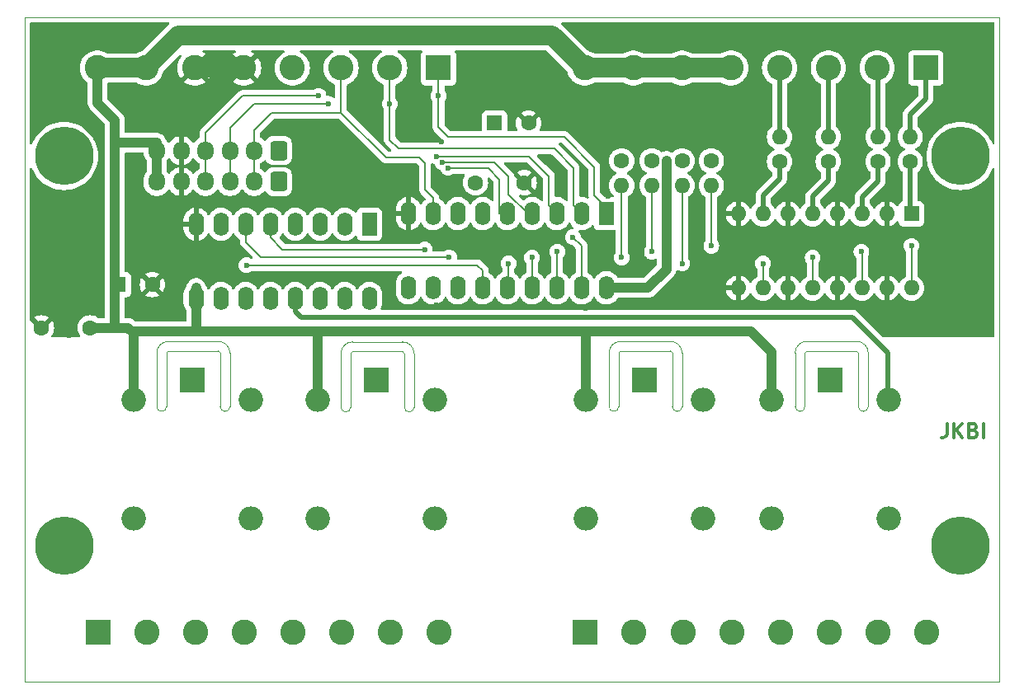
<source format=gbr>
%TF.GenerationSoftware,KiCad,Pcbnew,8.0.5*%
%TF.CreationDate,2025-03-13T20:37:10+01:00*%
%TF.ProjectId,esp32_blinds_controller,65737033-325f-4626-9c69-6e64735f636f,V0.2*%
%TF.SameCoordinates,Original*%
%TF.FileFunction,Copper,L1,Top*%
%TF.FilePolarity,Positive*%
%FSLAX46Y46*%
G04 Gerber Fmt 4.6, Leading zero omitted, Abs format (unit mm)*
G04 Created by KiCad (PCBNEW 8.0.5) date 2025-03-13 20:37:10*
%MOMM*%
%LPD*%
G01*
G04 APERTURE LIST*
G04 Aperture macros list*
%AMRoundRect*
0 Rectangle with rounded corners*
0 $1 Rounding radius*
0 $2 $3 $4 $5 $6 $7 $8 $9 X,Y pos of 4 corners*
0 Add a 4 corners polygon primitive as box body*
4,1,4,$2,$3,$4,$5,$6,$7,$8,$9,$2,$3,0*
0 Add four circle primitives for the rounded corners*
1,1,$1+$1,$2,$3*
1,1,$1+$1,$4,$5*
1,1,$1+$1,$6,$7*
1,1,$1+$1,$8,$9*
0 Add four rect primitives between the rounded corners*
20,1,$1+$1,$2,$3,$4,$5,0*
20,1,$1+$1,$4,$5,$6,$7,0*
20,1,$1+$1,$6,$7,$8,$9,0*
20,1,$1+$1,$8,$9,$2,$3,0*%
G04 Aperture macros list end*
%ADD10C,0.300000*%
%TA.AperFunction,NonConductor*%
%ADD11C,0.300000*%
%TD*%
%TA.AperFunction,ComponentPad*%
%ADD12C,1.600000*%
%TD*%
%TA.AperFunction,ComponentPad*%
%ADD13O,1.600000X1.600000*%
%TD*%
%TA.AperFunction,ComponentPad*%
%ADD14R,2.500000X2.500000*%
%TD*%
%TA.AperFunction,ComponentPad*%
%ADD15O,2.500000X2.500000*%
%TD*%
%TA.AperFunction,ComponentPad*%
%ADD16R,1.600000X2.400000*%
%TD*%
%TA.AperFunction,ComponentPad*%
%ADD17O,1.600000X2.400000*%
%TD*%
%TA.AperFunction,ComponentPad*%
%ADD18R,1.600000X1.600000*%
%TD*%
%TA.AperFunction,ComponentPad*%
%ADD19R,2.600000X2.600000*%
%TD*%
%TA.AperFunction,ComponentPad*%
%ADD20C,2.600000*%
%TD*%
%TA.AperFunction,ComponentPad*%
%ADD21C,6.000000*%
%TD*%
%TA.AperFunction,ComponentPad*%
%ADD22RoundRect,0.250000X0.600000X0.725000X-0.600000X0.725000X-0.600000X-0.725000X0.600000X-0.725000X0*%
%TD*%
%TA.AperFunction,ComponentPad*%
%ADD23O,1.700000X1.950000*%
%TD*%
%TA.AperFunction,ViaPad*%
%ADD24C,0.600000*%
%TD*%
%TA.AperFunction,Conductor*%
%ADD25C,0.200000*%
%TD*%
%TA.AperFunction,Conductor*%
%ADD26C,2.000000*%
%TD*%
%TA.AperFunction,Conductor*%
%ADD27C,0.500000*%
%TD*%
%TA.AperFunction,Conductor*%
%ADD28C,1.000000*%
%TD*%
%TA.AperFunction,Profile*%
%ADD29C,0.050000*%
%TD*%
%TA.AperFunction,Profile*%
%ADD30C,0.120000*%
%TD*%
G04 APERTURE END LIST*
D10*
D11*
X195783082Y-104820828D02*
X195783082Y-105892257D01*
X195783082Y-105892257D02*
X195711653Y-106106542D01*
X195711653Y-106106542D02*
X195568796Y-106249400D01*
X195568796Y-106249400D02*
X195354510Y-106320828D01*
X195354510Y-106320828D02*
X195211653Y-106320828D01*
X196497367Y-106320828D02*
X196497367Y-104820828D01*
X197354510Y-106320828D02*
X196711653Y-105463685D01*
X197354510Y-104820828D02*
X196497367Y-105677971D01*
X198497367Y-105535114D02*
X198711653Y-105606542D01*
X198711653Y-105606542D02*
X198783082Y-105677971D01*
X198783082Y-105677971D02*
X198854510Y-105820828D01*
X198854510Y-105820828D02*
X198854510Y-106035114D01*
X198854510Y-106035114D02*
X198783082Y-106177971D01*
X198783082Y-106177971D02*
X198711653Y-106249400D01*
X198711653Y-106249400D02*
X198568796Y-106320828D01*
X198568796Y-106320828D02*
X197997367Y-106320828D01*
X197997367Y-106320828D02*
X197997367Y-104820828D01*
X197997367Y-104820828D02*
X198497367Y-104820828D01*
X198497367Y-104820828D02*
X198640225Y-104892257D01*
X198640225Y-104892257D02*
X198711653Y-104963685D01*
X198711653Y-104963685D02*
X198783082Y-105106542D01*
X198783082Y-105106542D02*
X198783082Y-105249400D01*
X198783082Y-105249400D02*
X198711653Y-105392257D01*
X198711653Y-105392257D02*
X198640225Y-105463685D01*
X198640225Y-105463685D02*
X198497367Y-105535114D01*
X198497367Y-105535114D02*
X197997367Y-105535114D01*
X199497367Y-106320828D02*
X199497367Y-104820828D01*
D12*
%TO.P,R5,1*%
%TO.N,+3V3*%
X165500000Y-77855000D03*
D13*
%TO.P,R5,2*%
%TO.N,/IN3_L*%
X165500000Y-80395000D03*
%TD*%
D12*
%TO.P,R9,1*%
%TO.N,Net-(R9-Pad1)*%
X188700000Y-77940000D03*
D13*
%TO.P,R9,2*%
%TO.N,/IN3_H*%
X188700000Y-75400000D03*
%TD*%
D12*
%TO.P,R4,1*%
%TO.N,+3V3*%
X168600000Y-77855000D03*
D13*
%TO.P,R4,2*%
%TO.N,/IN1_L*%
X168600000Y-80395000D03*
%TD*%
D14*
%TO.P,K2,1*%
%TO.N,Net-(K1-Pad4)*%
X137250000Y-100400000D03*
D15*
%TO.P,K2,2*%
%TO.N,VBUS*%
X131250000Y-102400000D03*
%TO.P,K2,3*%
%TO.N,/L1-UP*%
X131250000Y-114600000D03*
%TO.P,K2,4*%
%TO.N,/L1-SW*%
X143250000Y-114600000D03*
%TO.P,K2,5*%
%TO.N,/nUP1*%
X143250000Y-102400000D03*
%TD*%
D16*
%TO.P,U2,1,I1*%
%TO.N,unconnected-(U2-I1-Pad1)*%
X136525000Y-84375000D03*
D17*
%TO.P,U2,2,I2*%
%TO.N,unconnected-(U2-I2-Pad2)*%
X133985000Y-84375000D03*
%TO.P,U2,3,I3*%
%TO.N,unconnected-(U2-I3-Pad3)*%
X131445000Y-84375000D03*
%TO.P,U2,4,I4*%
%TO.N,/UP2*%
X128905000Y-84375000D03*
%TO.P,U2,5,I5*%
%TO.N,/DN2*%
X126365000Y-84375000D03*
%TO.P,U2,6,I6*%
%TO.N,/UP1*%
X123825000Y-84375000D03*
%TO.P,U2,7,I7*%
%TO.N,/DN1*%
X121285000Y-84375000D03*
%TO.P,U2,8,GND*%
%TO.N,GND*%
X118745000Y-84375000D03*
%TO.P,U2,9,COM*%
%TO.N,VBUS*%
X118745000Y-91995000D03*
%TO.P,U2,10,O7*%
%TO.N,/nDOWN1*%
X121285000Y-91995000D03*
%TO.P,U2,11,O6*%
%TO.N,/nUP1*%
X123825000Y-91995000D03*
%TO.P,U2,12,O5*%
%TO.N,/nDOWN2*%
X126365000Y-91995000D03*
%TO.P,U2,13,O4*%
%TO.N,/nUP2*%
X128905000Y-91995000D03*
%TO.P,U2,14,O3*%
%TO.N,unconnected-(U2-O3-Pad14)*%
X131445000Y-91995000D03*
%TO.P,U2,15,O2*%
%TO.N,unconnected-(U2-O2-Pad15)*%
X133985000Y-91995000D03*
%TO.P,U2,16,O1*%
%TO.N,unconnected-(U2-O1-Pad16)*%
X136525000Y-91995000D03*
%TD*%
D14*
%TO.P,K4,1*%
%TO.N,Net-(K3-Pad4)*%
X183800000Y-100400000D03*
D15*
%TO.P,K4,2*%
%TO.N,VBUS*%
X177800000Y-102400000D03*
%TO.P,K4,3*%
%TO.N,/L2-UP*%
X177800000Y-114600000D03*
%TO.P,K4,4*%
%TO.N,/L2-SW*%
X189800000Y-114600000D03*
%TO.P,K4,5*%
%TO.N,/nUP2*%
X189800000Y-102400000D03*
%TD*%
D12*
%TO.P,R10,1*%
%TO.N,Net-(R10-Pad1)*%
X178600000Y-77945000D03*
D13*
%TO.P,R10,2*%
%TO.N,/IN1_H*%
X178600000Y-75405000D03*
%TD*%
D14*
%TO.P,K1,1*%
%TO.N,/L1*%
X118350000Y-100400000D03*
D15*
%TO.P,K1,2*%
%TO.N,VBUS*%
X112350000Y-102400000D03*
%TO.P,K1,3*%
%TO.N,/L1-DOWN*%
X112350000Y-114600000D03*
%TO.P,K1,4*%
%TO.N,Net-(K1-Pad4)*%
X124350000Y-114600000D03*
%TO.P,K1,5*%
%TO.N,/nDOWN1*%
X124350000Y-102400000D03*
%TD*%
D18*
%TO.P,C4,1*%
%TO.N,+3V3*%
X149347349Y-74000000D03*
D12*
%TO.P,C4,2*%
%TO.N,GND*%
X152847349Y-74000000D03*
%TD*%
%TO.P,R11,1*%
%TO.N,Net-(R11-Pad1)*%
X192000000Y-77940000D03*
D13*
%TO.P,R11,2*%
%TO.N,/IN4_H*%
X192000000Y-75400000D03*
%TD*%
D19*
%TO.P,MOD1,A1,A1*%
%TO.N,/L1-DOWN*%
X108675000Y-126270000D03*
D20*
%TO.P,MOD1,A2,A2*%
X113675000Y-126270000D03*
%TO.P,MOD1,A3,A3*%
%TO.N,/L1*%
X118675000Y-126270000D03*
%TO.P,MOD1,A4,A4*%
X123675000Y-126270000D03*
%TO.P,MOD1,A5,A5*%
%TO.N,/L1-UP*%
X128675000Y-126270000D03*
%TO.P,MOD1,A6,A6*%
X133675000Y-126270000D03*
%TO.P,MOD1,A7,A7*%
%TO.N,/L1-SW*%
X138675000Y-126270000D03*
%TO.P,MOD1,A8,A8*%
X143675000Y-126270000D03*
D19*
%TO.P,MOD1,B1,B1*%
%TO.N,/L2-DOWN*%
X158675000Y-126270000D03*
D20*
%TO.P,MOD1,B2,B2*%
X163675000Y-126270000D03*
%TO.P,MOD1,B3,B3*%
%TO.N,/L2*%
X168675000Y-126270000D03*
%TO.P,MOD1,B4,B4*%
X173675000Y-126270000D03*
%TO.P,MOD1,B5,B5*%
%TO.N,/L2-UP*%
X178675000Y-126270000D03*
%TO.P,MOD1,B6,B6*%
X183675000Y-126270000D03*
%TO.P,MOD1,B7,B7*%
%TO.N,/L2-SW*%
X188675000Y-126270000D03*
%TO.P,MOD1,B8,B8*%
X193675000Y-126270000D03*
D19*
%TO.P,MOD1,C1,C1*%
%TO.N,/IN4_H*%
X193606000Y-68325000D03*
D20*
%TO.P,MOD1,C2,C2*%
%TO.N,/IN3_H*%
X188606000Y-68325000D03*
%TO.P,MOD1,C3,C3*%
%TO.N,/IN2_H*%
X183606000Y-68325000D03*
%TO.P,MOD1,C4,C4*%
%TO.N,/IN1_H*%
X178606000Y-68325000D03*
%TO.P,MOD1,C5,C5*%
%TO.N,VBUS*%
X173606000Y-68325000D03*
%TO.P,MOD1,C6,C6*%
X168606000Y-68325000D03*
%TO.P,MOD1,C7,C7*%
X163606000Y-68325000D03*
%TO.P,MOD1,C8,C8*%
X158606000Y-68325000D03*
D19*
%TO.P,MOD1,D1,D1*%
%TO.N,/SCL*%
X143606000Y-68325000D03*
D20*
%TO.P,MOD1,D2,D2*%
%TO.N,/SDA*%
X138606000Y-68325000D03*
%TO.P,MOD1,D3,D3*%
%TO.N,/INT*%
X133606000Y-68325000D03*
%TO.P,MOD1,D4,D4*%
%TO.N,+3V3*%
X128606000Y-68325000D03*
%TO.P,MOD1,D5,D5*%
%TO.N,GND*%
X123606000Y-68325000D03*
%TO.P,MOD1,D6,D6*%
X118606000Y-68325000D03*
%TO.P,MOD1,D7,D7*%
%TO.N,VBUS*%
X113606000Y-68325000D03*
%TO.P,MOD1,D8,D8*%
X108606000Y-68325000D03*
D21*
%TO.P,MOD1,MH1*%
%TO.N,N/C*%
X105175000Y-77370000D03*
%TO.P,MOD1,MH2*%
X197175000Y-77370000D03*
%TO.P,MOD1,MH3*%
X105175000Y-117370000D03*
%TO.P,MOD1,MH4*%
X197175000Y-117370000D03*
%TD*%
D12*
%TO.P,R8,1*%
%TO.N,Net-(R8-Pad1)*%
X183600000Y-77940000D03*
D13*
%TO.P,R8,2*%
%TO.N,/IN2_H*%
X183600000Y-75400000D03*
%TD*%
D12*
%TO.P,R7,1*%
%TO.N,+3V3*%
X171600000Y-77855000D03*
D13*
%TO.P,R7,2*%
%TO.N,/IN4_L*%
X171600000Y-80395000D03*
%TD*%
D12*
%TO.P,C2,1*%
%TO.N,VBUS*%
X107860000Y-95015000D03*
%TO.P,C2,2*%
%TO.N,GND*%
X102860000Y-95015000D03*
%TD*%
D18*
%TO.P,C5,1*%
%TO.N,VBUS*%
X110750000Y-90570000D03*
D12*
%TO.P,C5,2*%
%TO.N,GND*%
X114250000Y-90570000D03*
%TD*%
%TO.P,C3,1*%
%TO.N,+3V3*%
X147400000Y-80100000D03*
%TO.P,C3,2*%
%TO.N,GND*%
X152400000Y-80100000D03*
%TD*%
D16*
%TO.P,U1,1,SCL*%
%TO.N,/SCL*%
X160840000Y-83285000D03*
D17*
%TO.P,U1,2,SDA*%
%TO.N,/SDA*%
X158300000Y-83285000D03*
%TO.P,U1,3,A2*%
%TO.N,/A2*%
X155760000Y-83285000D03*
%TO.P,U1,4,A1*%
%TO.N,/A1*%
X153220000Y-83285000D03*
%TO.P,U1,5,A0*%
%TO.N,/A0*%
X150680000Y-83285000D03*
%TO.P,U1,6,~{RESET}*%
%TO.N,+3V3*%
X148140000Y-83285000D03*
%TO.P,U1,7,NC*%
%TO.N,unconnected-(U1-NC-Pad7)*%
X145600000Y-83285000D03*
%TO.P,U1,8,INT*%
%TO.N,/INT*%
X143060000Y-83285000D03*
%TO.P,U1,9,VSS*%
%TO.N,GND*%
X140520000Y-83285000D03*
%TO.P,U1,10,GP0*%
%TO.N,/IN4_L*%
X140520000Y-90905000D03*
%TO.P,U1,11,GP1*%
%TO.N,/DN2*%
X143060000Y-90905000D03*
%TO.P,U1,12,GP2*%
%TO.N,/UP1*%
X145600000Y-90905000D03*
%TO.P,U1,13,GP3*%
%TO.N,/DN1*%
X148140000Y-90905000D03*
%TO.P,U1,14,GP4*%
%TO.N,/IN1_L*%
X150680000Y-90905000D03*
%TO.P,U1,15,GP5*%
%TO.N,/IN2_L*%
X153220000Y-90905000D03*
%TO.P,U1,16,GP6*%
%TO.N,/IN3_L*%
X155760000Y-90905000D03*
%TO.P,U1,17,GP7*%
%TO.N,/UP2*%
X158300000Y-90905000D03*
%TO.P,U1,18,VDD*%
%TO.N,+3V3*%
X160840000Y-90905000D03*
%TD*%
D14*
%TO.P,K3,1*%
%TO.N,/L2*%
X164750000Y-100400000D03*
D15*
%TO.P,K3,2*%
%TO.N,VBUS*%
X158750000Y-102400000D03*
%TO.P,K3,3*%
%TO.N,/L2-DOWN*%
X158750000Y-114600000D03*
%TO.P,K3,4*%
%TO.N,Net-(K3-Pad4)*%
X170750000Y-114600000D03*
%TO.P,K3,5*%
%TO.N,/nDOWN2*%
X170750000Y-102400000D03*
%TD*%
D18*
%TO.P,U3,1*%
%TO.N,Net-(R11-Pad1)*%
X192140000Y-83300000D03*
D13*
%TO.P,U3,2*%
%TO.N,GND*%
X189600000Y-83300000D03*
%TO.P,U3,3*%
%TO.N,Net-(R9-Pad1)*%
X187060000Y-83300000D03*
%TO.P,U3,4*%
%TO.N,GND*%
X184520000Y-83300000D03*
%TO.P,U3,5*%
%TO.N,Net-(R8-Pad1)*%
X181980000Y-83300000D03*
%TO.P,U3,6*%
%TO.N,GND*%
X179440000Y-83300000D03*
%TO.P,U3,7*%
%TO.N,Net-(R10-Pad1)*%
X176900000Y-83300000D03*
%TO.P,U3,8*%
%TO.N,GND*%
X174360000Y-83300000D03*
%TO.P,U3,9*%
X174360000Y-90920000D03*
%TO.P,U3,10*%
%TO.N,/IN1_L*%
X176900000Y-90920000D03*
%TO.P,U3,11*%
%TO.N,GND*%
X179440000Y-90920000D03*
%TO.P,U3,12*%
%TO.N,/IN2_L*%
X181980000Y-90920000D03*
%TO.P,U3,13*%
%TO.N,GND*%
X184520000Y-90920000D03*
%TO.P,U3,14*%
%TO.N,/IN3_L*%
X187060000Y-90920000D03*
%TO.P,U3,15*%
%TO.N,GND*%
X189600000Y-90920000D03*
%TO.P,U3,16*%
%TO.N,/IN4_L*%
X192140000Y-90920000D03*
%TD*%
D12*
%TO.P,R6,1*%
%TO.N,+3V3*%
X162400000Y-77855000D03*
D13*
%TO.P,R6,2*%
%TO.N,/IN2_L*%
X162400000Y-80395000D03*
%TD*%
D22*
%TO.P,J2,1,Pin_1*%
%TO.N,+3V3*%
X127200000Y-76800000D03*
D23*
%TO.P,J2,2,Pin_2*%
%TO.N,/INT*%
X124700000Y-76800000D03*
%TO.P,J2,3,Pin_3*%
%TO.N,/SDA*%
X122200000Y-76800000D03*
%TO.P,J2,4,Pin_4*%
%TO.N,/SCL*%
X119700000Y-76800000D03*
%TO.P,J2,5,Pin_5*%
%TO.N,GND*%
X117200000Y-76800000D03*
%TO.P,J2,6,Pin_6*%
%TO.N,VBUS*%
X114700000Y-76800000D03*
%TD*%
D22*
%TO.P,J1,1,Pin_1*%
%TO.N,+3V3*%
X127200000Y-80000000D03*
D23*
%TO.P,J1,2,Pin_2*%
%TO.N,/INT*%
X124700000Y-80000000D03*
%TO.P,J1,3,Pin_3*%
%TO.N,/SDA*%
X122200000Y-80000000D03*
%TO.P,J1,4,Pin_4*%
%TO.N,/SCL*%
X119700000Y-80000000D03*
%TO.P,J1,5,Pin_5*%
%TO.N,GND*%
X117200000Y-80000000D03*
%TO.P,J1,6,Pin_6*%
%TO.N,VBUS*%
X114700000Y-80000000D03*
%TD*%
D24*
%TO.N,/UP2*%
X157400000Y-85700000D03*
%TO.N,GND*%
X200200000Y-64000000D03*
X170200000Y-76200000D03*
X172500000Y-92800000D03*
X102100000Y-64000000D03*
X157200000Y-64100000D03*
X105700000Y-95800000D03*
X158700000Y-93000000D03*
X190400000Y-85600000D03*
X115300000Y-64000000D03*
X148600000Y-88000000D03*
X111800000Y-85000000D03*
X195800000Y-95700000D03*
X169900000Y-84200000D03*
X144500000Y-72200000D03*
X190000000Y-81200000D03*
X140500000Y-78500000D03*
X168500000Y-90000000D03*
X134500000Y-78500000D03*
X161000000Y-81500000D03*
X148900000Y-80800000D03*
X142100000Y-72700000D03*
X174100000Y-81500000D03*
X130400000Y-76100000D03*
X156100000Y-80700000D03*
X184600000Y-80900000D03*
X163700000Y-83900000D03*
X131000000Y-78500000D03*
X188000000Y-94200000D03*
X110100000Y-70300000D03*
X143400000Y-92700000D03*
X143900000Y-75900000D03*
X117300000Y-93900000D03*
X200200000Y-95500000D03*
X180100000Y-81200000D03*
X158500000Y-80200000D03*
X150600000Y-66900000D03*
X175400000Y-85400000D03*
X164000000Y-89500000D03*
X136500000Y-72900000D03*
%TO.N,VBUS*%
X175500000Y-95400000D03*
%TO.N,/DN1*%
X123900000Y-88575000D03*
%TO.N,/UP1*%
X144700000Y-87775000D03*
%TO.N,/DN2*%
X142200000Y-86975000D03*
%TO.N,/SCL*%
X143606000Y-71200000D03*
X131300000Y-71200000D03*
%TO.N,/SDA*%
X132300000Y-72000000D03*
X138606000Y-72000000D03*
%TO.N,+3V3*%
X167000000Y-77855000D03*
%TO.N,/A0*%
X144600000Y-78600000D03*
%TO.N,/A1*%
X144000000Y-78000000D03*
%TO.N,/A2*%
X143400000Y-77400000D03*
%TO.N,/IN1_L*%
X168600000Y-88400000D03*
X150800000Y-88400000D03*
X176900000Y-88400000D03*
%TO.N,/IN2_L*%
X162400000Y-87800000D03*
X153200000Y-87800000D03*
X182000000Y-87800000D03*
%TO.N,/IN3_L*%
X155800000Y-87200000D03*
X187000000Y-87200000D03*
X165500000Y-87200000D03*
%TO.N,/IN4_L*%
X171600000Y-86600000D03*
X192140000Y-86600000D03*
%TD*%
D25*
%TO.N,/UP2*%
X157400000Y-85700000D02*
X158300000Y-86600000D01*
X158300000Y-86600000D02*
X158300000Y-90905000D01*
D26*
%TO.N,GND*%
X118606000Y-68325000D02*
X123606000Y-68325000D01*
D27*
%TO.N,/nUP2*%
X186100000Y-93900000D02*
X189750000Y-97550000D01*
X129500000Y-93900000D02*
X186100000Y-93900000D01*
X128905000Y-93305000D02*
X129500000Y-93900000D01*
X128905000Y-91400000D02*
X128905000Y-93305000D01*
X189750000Y-97550000D02*
X189750000Y-102295000D01*
D28*
%TO.N,VBUS*%
X175500000Y-95400000D02*
X175645000Y-95400000D01*
X112300000Y-95544196D02*
X112445000Y-95399196D01*
X177800000Y-97610000D02*
X177800000Y-102400000D01*
X118745000Y-95244196D02*
X118745000Y-90905000D01*
X110400000Y-76000000D02*
X114700000Y-76000000D01*
X112300000Y-95544196D02*
X111770804Y-95015000D01*
X131055804Y-95400000D02*
X131200000Y-95544196D01*
X111770804Y-95015000D02*
X110400000Y-95015000D01*
D26*
X155281000Y-65000000D02*
X116931000Y-65000000D01*
D28*
X107860000Y-95015000D02*
X110400000Y-95015000D01*
X112445000Y-95399196D02*
X118900000Y-95399196D01*
D26*
X113606000Y-68325000D02*
X108606000Y-68325000D01*
D28*
X108606000Y-71906000D02*
X108606000Y-68325000D01*
D26*
X116931000Y-65000000D02*
X113606000Y-68325000D01*
X173606000Y-68325000D02*
X158606000Y-68325000D01*
D28*
X110400000Y-76000000D02*
X110400000Y-73700000D01*
X158750000Y-102400000D02*
X158800000Y-102350000D01*
X175645000Y-95400000D02*
X177750000Y-97505000D01*
X110400000Y-73700000D02*
X108606000Y-71906000D01*
X158700000Y-95650000D02*
X158700000Y-102345000D01*
X131055000Y-95399196D02*
X131200000Y-95544196D01*
X118900000Y-95399196D02*
X131055000Y-95399196D01*
X110400000Y-95015000D02*
X110400000Y-76000000D01*
D26*
X158606000Y-68325000D02*
X155281000Y-65000000D01*
D28*
X131200000Y-95544196D02*
X131200000Y-102345000D01*
X114700000Y-76000000D02*
X114700000Y-79000000D01*
X112350000Y-102400000D02*
X112350000Y-97655000D01*
X175500000Y-95400000D02*
X131055804Y-95400000D01*
X118900000Y-95399196D02*
X118745000Y-95244196D01*
X112300000Y-97600000D02*
X112300000Y-95544196D01*
D25*
%TO.N,/DN1*%
X147575000Y-88575000D02*
X148140000Y-89140000D01*
X148140000Y-89140000D02*
X148140000Y-90905000D01*
X123900000Y-88575000D02*
X147575000Y-88575000D01*
%TO.N,/UP1*%
X125400000Y-87775000D02*
X123825000Y-86200000D01*
X123825000Y-86200000D02*
X123825000Y-83285000D01*
X144700000Y-87775000D02*
X125400000Y-87775000D01*
%TO.N,/DN2*%
X127600000Y-86975000D02*
X126365000Y-85740000D01*
X126365000Y-85740000D02*
X126365000Y-83285000D01*
X142200000Y-86975000D02*
X127600000Y-86975000D01*
%TO.N,/SCL*%
X119700000Y-76000000D02*
X119700000Y-79000000D01*
X143606000Y-74406000D02*
X144600000Y-75400000D01*
X119700000Y-76000000D02*
X119700000Y-75000000D01*
X144600000Y-75400000D02*
X156500000Y-75400000D01*
X143606000Y-71200000D02*
X143606000Y-74406000D01*
X156500000Y-75400000D02*
X159600000Y-78500000D01*
X160840000Y-82640000D02*
X160840000Y-83285000D01*
X119700000Y-75000000D02*
X123500000Y-71200000D01*
X159600000Y-78500000D02*
X159600000Y-81400000D01*
X123500000Y-71200000D02*
X131300000Y-71200000D01*
X143606000Y-68325000D02*
X143606000Y-71200000D01*
X159600000Y-81400000D02*
X160840000Y-82640000D01*
%TO.N,/SDA*%
X138606000Y-75706000D02*
X139500000Y-76600000D01*
X155500000Y-76600000D02*
X157480000Y-78580000D01*
X138606000Y-68325000D02*
X138606000Y-72000000D01*
X139500000Y-76600000D02*
X155500000Y-76600000D01*
X122200000Y-76000000D02*
X122200000Y-74500000D01*
X122200000Y-76000000D02*
X122200000Y-79000000D01*
X138606000Y-72000000D02*
X138606000Y-75706000D01*
X124700000Y-72000000D02*
X132300000Y-72000000D01*
X157480000Y-78580000D02*
X157480000Y-82465000D01*
X122200000Y-74500000D02*
X124700000Y-72000000D01*
X157480000Y-82465000D02*
X158300000Y-83285000D01*
D28*
%TO.N,+3V3*%
X165095000Y-90905000D02*
X167000000Y-89000000D01*
X160840000Y-90905000D02*
X165095000Y-90905000D01*
X167000000Y-89000000D02*
X167000000Y-77855000D01*
D25*
%TO.N,/INT*%
X133606000Y-72900000D02*
X133606000Y-68325000D01*
X124700000Y-79000000D02*
X124700000Y-76000000D01*
X142240000Y-80840000D02*
X142240000Y-78140000D01*
X143060000Y-83285000D02*
X143060000Y-81660000D01*
X126500000Y-72900000D02*
X124700000Y-74700000D01*
X133606000Y-72900000D02*
X126500000Y-72900000D01*
X141600000Y-77500000D02*
X138206000Y-77500000D01*
X142240000Y-78140000D02*
X141600000Y-77500000D01*
X124700000Y-74700000D02*
X124700000Y-76000000D01*
X143060000Y-81660000D02*
X142240000Y-80840000D01*
X138206000Y-77500000D02*
X133606000Y-72900000D01*
%TO.N,/A0*%
X144600000Y-78600000D02*
X148700000Y-78600000D01*
X148700000Y-78600000D02*
X149860000Y-79760000D01*
X149860000Y-79760000D02*
X149860000Y-83285000D01*
%TO.N,/A1*%
X150800000Y-79500000D02*
X150800000Y-81300000D01*
X152785000Y-83285000D02*
X153220000Y-83285000D01*
X150800000Y-81300000D02*
X152785000Y-83285000D01*
X144000000Y-78000000D02*
X149300000Y-78000000D01*
X149300000Y-78000000D02*
X150800000Y-79500000D01*
%TO.N,/A2*%
X152900000Y-77400000D02*
X154940000Y-79440000D01*
X154940000Y-82465000D02*
X155760000Y-83285000D01*
X154940000Y-79440000D02*
X154940000Y-82465000D01*
X143400000Y-77400000D02*
X152900000Y-77400000D01*
%TO.N,/IN1_L*%
X168600000Y-80395000D02*
X168600000Y-88400000D01*
X150800000Y-90785000D02*
X150680000Y-90905000D01*
X150800000Y-88400000D02*
X150800000Y-90785000D01*
X176900000Y-88400000D02*
X176900000Y-90920000D01*
%TO.N,/IN2_L*%
X181980000Y-88320000D02*
X181980000Y-90920000D01*
X153200000Y-87800000D02*
X153220000Y-87820000D01*
X153220000Y-87820000D02*
X153220000Y-90905000D01*
X182000000Y-88300000D02*
X181980000Y-88320000D01*
X182000000Y-87800000D02*
X182000000Y-88300000D01*
X162400000Y-80395000D02*
X162400000Y-87800000D01*
%TO.N,/IN3_L*%
X155800000Y-87200000D02*
X155760000Y-87240000D01*
X155760000Y-87240000D02*
X155760000Y-90905000D01*
X187060000Y-87260000D02*
X187060000Y-90920000D01*
X187000000Y-87200000D02*
X187060000Y-87260000D01*
X165500000Y-80395000D02*
X165500000Y-87200000D01*
%TO.N,/IN4_L*%
X171600000Y-80395000D02*
X171600000Y-86600000D01*
X192140000Y-86600000D02*
X192140000Y-90920000D01*
D27*
%TO.N,/IN1_H*%
X178600000Y-68331000D02*
X178600000Y-75005000D01*
X178606000Y-68325000D02*
X178600000Y-68331000D01*
%TO.N,Net-(R8-Pad1)*%
X181980000Y-81520000D02*
X181980000Y-83300000D01*
X183600000Y-77940000D02*
X183600000Y-79900000D01*
X183600000Y-79900000D02*
X181980000Y-81520000D01*
%TO.N,Net-(R9-Pad1)*%
X188700000Y-79950000D02*
X187060000Y-81590000D01*
X187060000Y-81590000D02*
X187060000Y-83300000D01*
X188700000Y-77940000D02*
X188700000Y-79950000D01*
%TO.N,/IN2_H*%
X183600000Y-68331000D02*
X183600000Y-75100000D01*
X183606000Y-68325000D02*
X183600000Y-68331000D01*
%TO.N,Net-(R10-Pad1)*%
X178600000Y-77845000D02*
X178600000Y-79700000D01*
X176900000Y-81400000D02*
X176900000Y-83300000D01*
X178600000Y-79700000D02*
X176900000Y-81400000D01*
%TO.N,/IN4_H*%
X193606000Y-71494000D02*
X192000000Y-73100000D01*
X193606000Y-68325000D02*
X193606000Y-71494000D01*
X192000000Y-73100000D02*
X192000000Y-75100000D01*
%TO.N,Net-(R11-Pad1)*%
X192000000Y-77640000D02*
X192000000Y-83160000D01*
X192000000Y-83160000D02*
X192140000Y-83300000D01*
%TO.N,/IN3_H*%
X188700000Y-68419000D02*
X188700000Y-75100000D01*
X188606000Y-68325000D02*
X188700000Y-68419000D01*
%TD*%
%TA.AperFunction,Conductor*%
%TO.N,GND*%
G36*
X115962323Y-63640185D02*
G01*
X116008078Y-63692989D01*
X116018022Y-63762147D01*
X115988997Y-63825703D01*
X115968173Y-63844814D01*
X115956375Y-63853386D01*
X115953487Y-63855485D01*
X113280207Y-66528764D01*
X113218884Y-66562249D01*
X113211013Y-66563697D01*
X113204227Y-66564720D01*
X113204225Y-66564720D01*
X112946358Y-66644262D01*
X112703229Y-66761347D01*
X112703225Y-66761349D01*
X112642202Y-66802954D01*
X112575722Y-66824454D01*
X112572351Y-66824500D01*
X109639649Y-66824500D01*
X109572610Y-66804815D01*
X109569830Y-66802976D01*
X109508775Y-66761349D01*
X109508769Y-66761346D01*
X109508768Y-66761345D01*
X109508767Y-66761344D01*
X109265643Y-66644263D01*
X109265645Y-66644263D01*
X109007773Y-66564720D01*
X109007767Y-66564718D01*
X108740936Y-66524500D01*
X108740929Y-66524500D01*
X108471071Y-66524500D01*
X108471063Y-66524500D01*
X108204232Y-66564718D01*
X108204226Y-66564720D01*
X107946358Y-66644262D01*
X107703230Y-66761346D01*
X107480258Y-66913365D01*
X107282442Y-67096910D01*
X107114185Y-67307898D01*
X106979258Y-67541599D01*
X106979256Y-67541603D01*
X106880666Y-67792804D01*
X106880664Y-67792811D01*
X106820616Y-68055898D01*
X106800451Y-68324995D01*
X106800451Y-68325004D01*
X106820616Y-68594101D01*
X106880664Y-68857188D01*
X106880666Y-68857195D01*
X106926901Y-68975000D01*
X106979257Y-69108398D01*
X107114185Y-69342102D01*
X107167655Y-69409151D01*
X107282442Y-69553089D01*
X107398567Y-69660836D01*
X107480259Y-69736635D01*
X107551351Y-69785104D01*
X107595653Y-69839133D01*
X107605500Y-69887558D01*
X107605500Y-72004541D01*
X107605500Y-72004543D01*
X107605499Y-72004543D01*
X107643947Y-72197829D01*
X107643950Y-72197839D01*
X107719364Y-72379907D01*
X107719371Y-72379920D01*
X107828860Y-72543781D01*
X107828863Y-72543785D01*
X107972537Y-72687459D01*
X107972559Y-72687479D01*
X109363181Y-74078101D01*
X109396666Y-74139424D01*
X109399500Y-74165782D01*
X109399500Y-93890500D01*
X109379815Y-93957539D01*
X109327011Y-94003294D01*
X109275500Y-94014500D01*
X108737588Y-94014500D01*
X108670549Y-93994815D01*
X108666465Y-93992075D01*
X108617142Y-93957539D01*
X108512734Y-93884432D01*
X108512732Y-93884431D01*
X108306497Y-93788261D01*
X108306488Y-93788258D01*
X108086697Y-93729366D01*
X108086693Y-93729365D01*
X108086692Y-93729365D01*
X108086691Y-93729364D01*
X108086686Y-93729364D01*
X107860002Y-93709532D01*
X107859998Y-93709532D01*
X107633313Y-93729364D01*
X107633302Y-93729366D01*
X107413511Y-93788258D01*
X107413502Y-93788261D01*
X107207267Y-93884431D01*
X107207265Y-93884432D01*
X107020858Y-94014954D01*
X106859954Y-94175858D01*
X106729432Y-94362265D01*
X106729431Y-94362267D01*
X106633261Y-94568502D01*
X106633258Y-94568511D01*
X106574366Y-94788302D01*
X106574364Y-94788313D01*
X106554532Y-95014998D01*
X106554532Y-95015001D01*
X106574364Y-95241686D01*
X106574366Y-95241697D01*
X106633258Y-95461488D01*
X106633261Y-95461497D01*
X106729431Y-95667732D01*
X106729432Y-95667734D01*
X106825460Y-95804877D01*
X106847787Y-95871083D01*
X106830777Y-95938850D01*
X106779828Y-95986663D01*
X106723885Y-96000000D01*
X103995504Y-96000000D01*
X103928465Y-95980315D01*
X103882710Y-95927511D01*
X103872766Y-95858353D01*
X103893929Y-95804876D01*
X103990134Y-95667482D01*
X104086265Y-95461326D01*
X104086269Y-95461317D01*
X104145139Y-95241610D01*
X104145141Y-95241599D01*
X104164966Y-95015002D01*
X104164966Y-95014997D01*
X104145141Y-94788400D01*
X104145139Y-94788389D01*
X104086269Y-94568682D01*
X104086264Y-94568668D01*
X103990136Y-94362521D01*
X103990132Y-94362513D01*
X103939025Y-94289526D01*
X103260000Y-94968551D01*
X103260000Y-94962339D01*
X103232741Y-94860606D01*
X103180080Y-94769394D01*
X103105606Y-94694920D01*
X103014394Y-94642259D01*
X102912661Y-94615000D01*
X102906448Y-94615000D01*
X103585472Y-93935974D01*
X103512478Y-93884863D01*
X103306331Y-93788735D01*
X103306317Y-93788730D01*
X103086610Y-93729860D01*
X103086599Y-93729858D01*
X102860002Y-93710034D01*
X102859998Y-93710034D01*
X102633400Y-93729858D01*
X102633389Y-93729860D01*
X102413682Y-93788730D01*
X102413673Y-93788734D01*
X102207516Y-93884866D01*
X102207512Y-93884868D01*
X102134526Y-93935973D01*
X102134526Y-93935974D01*
X102813553Y-94615000D01*
X102807339Y-94615000D01*
X102705606Y-94642259D01*
X102614394Y-94694920D01*
X102539920Y-94769394D01*
X102487259Y-94860606D01*
X102460000Y-94962339D01*
X102460000Y-94968552D01*
X101770384Y-94278936D01*
X101741806Y-94273193D01*
X101691624Y-94224577D01*
X101675500Y-94163432D01*
X101675500Y-78690429D01*
X101695185Y-78623390D01*
X101747989Y-78577635D01*
X101817147Y-78567691D01*
X101880703Y-78596716D01*
X101915263Y-78645991D01*
X101929197Y-78682288D01*
X101972745Y-78795736D01*
X102139320Y-79122656D01*
X102339147Y-79430364D01*
X102519987Y-79653682D01*
X102570051Y-79715506D01*
X102829494Y-79974949D01*
X102829498Y-79974952D01*
X103114635Y-80205852D01*
X103422343Y-80405679D01*
X103422348Y-80405682D01*
X103749264Y-80572255D01*
X104091801Y-80703742D01*
X104446206Y-80798705D01*
X104808596Y-80856102D01*
X105154734Y-80874241D01*
X105174999Y-80875304D01*
X105175000Y-80875304D01*
X105175001Y-80875304D01*
X105194203Y-80874297D01*
X105541404Y-80856102D01*
X105903794Y-80798705D01*
X106258199Y-80703742D01*
X106600736Y-80572255D01*
X106927652Y-80405682D01*
X107235366Y-80205851D01*
X107520506Y-79974949D01*
X107779949Y-79715506D01*
X108010851Y-79430366D01*
X108210682Y-79122652D01*
X108377255Y-78795736D01*
X108508742Y-78453199D01*
X108603705Y-78098794D01*
X108661102Y-77736404D01*
X108680304Y-77370000D01*
X108661102Y-77003596D01*
X108603705Y-76641206D01*
X108508742Y-76286801D01*
X108377255Y-75944264D01*
X108210682Y-75617348D01*
X108151416Y-75526086D01*
X108010852Y-75309635D01*
X107851918Y-75113368D01*
X107779949Y-75024494D01*
X107520506Y-74765051D01*
X107355315Y-74631282D01*
X107235364Y-74534147D01*
X106927656Y-74334320D01*
X106600739Y-74167746D01*
X106258206Y-74036260D01*
X106258199Y-74036258D01*
X105903794Y-73941295D01*
X105903790Y-73941294D01*
X105903789Y-73941294D01*
X105541405Y-73883898D01*
X105175001Y-73864696D01*
X105174999Y-73864696D01*
X104808594Y-73883898D01*
X104446211Y-73941294D01*
X104446209Y-73941294D01*
X104091793Y-74036260D01*
X103749260Y-74167746D01*
X103422343Y-74334320D01*
X103114635Y-74534147D01*
X102829498Y-74765047D01*
X102829490Y-74765054D01*
X102570054Y-75024490D01*
X102570047Y-75024498D01*
X102339147Y-75309635D01*
X102139320Y-75617343D01*
X101972746Y-75944260D01*
X101935833Y-76040423D01*
X101920194Y-76081166D01*
X101915264Y-76094008D01*
X101872862Y-76149540D01*
X101807168Y-76173333D01*
X101739040Y-76157831D01*
X101690107Y-76107958D01*
X101675500Y-76049570D01*
X101675500Y-63744500D01*
X101695185Y-63677461D01*
X101747989Y-63631706D01*
X101799500Y-63620500D01*
X115895284Y-63620500D01*
X115962323Y-63640185D01*
G37*
%TD.AperFunction*%
%TA.AperFunction,Conductor*%
G36*
X200617539Y-63640185D02*
G01*
X200663294Y-63692989D01*
X200674500Y-63744500D01*
X200674500Y-76049570D01*
X200654815Y-76116609D01*
X200602011Y-76162364D01*
X200532853Y-76172308D01*
X200469297Y-76143283D01*
X200434736Y-76094008D01*
X200377255Y-75944264D01*
X200210682Y-75617348D01*
X200151416Y-75526086D01*
X200010852Y-75309635D01*
X199851918Y-75113368D01*
X199779949Y-75024494D01*
X199520506Y-74765051D01*
X199355315Y-74631282D01*
X199235364Y-74534147D01*
X198927656Y-74334320D01*
X198600739Y-74167746D01*
X198258206Y-74036260D01*
X198258199Y-74036258D01*
X197903794Y-73941295D01*
X197903790Y-73941294D01*
X197903789Y-73941294D01*
X197541405Y-73883898D01*
X197175001Y-73864696D01*
X197174999Y-73864696D01*
X196808594Y-73883898D01*
X196446211Y-73941294D01*
X196446209Y-73941294D01*
X196091793Y-74036260D01*
X195749260Y-74167746D01*
X195422343Y-74334320D01*
X195114635Y-74534147D01*
X194829498Y-74765047D01*
X194829490Y-74765054D01*
X194570054Y-75024490D01*
X194570047Y-75024498D01*
X194339147Y-75309635D01*
X194139320Y-75617343D01*
X193972746Y-75944260D01*
X193841260Y-76286793D01*
X193746294Y-76641209D01*
X193746294Y-76641211D01*
X193688898Y-77003594D01*
X193669696Y-77369999D01*
X193669696Y-77370000D01*
X193688898Y-77736405D01*
X193734644Y-78025233D01*
X193746295Y-78098794D01*
X193813127Y-78348215D01*
X193841260Y-78453206D01*
X193972746Y-78795739D01*
X194139320Y-79122656D01*
X194339147Y-79430364D01*
X194519987Y-79653682D01*
X194570051Y-79715506D01*
X194829494Y-79974949D01*
X194829498Y-79974952D01*
X195114635Y-80205852D01*
X195422343Y-80405679D01*
X195422348Y-80405682D01*
X195749264Y-80572255D01*
X196091801Y-80703742D01*
X196446206Y-80798705D01*
X196808596Y-80856102D01*
X197154734Y-80874241D01*
X197174999Y-80875304D01*
X197175000Y-80875304D01*
X197175001Y-80875304D01*
X197194203Y-80874297D01*
X197541404Y-80856102D01*
X197903794Y-80798705D01*
X198258199Y-80703742D01*
X198600736Y-80572255D01*
X198927652Y-80405682D01*
X199235366Y-80205851D01*
X199520506Y-79974949D01*
X199779949Y-79715506D01*
X200010851Y-79430366D01*
X200210682Y-79122652D01*
X200377255Y-78795736D01*
X200434736Y-78645991D01*
X200477138Y-78590459D01*
X200542832Y-78566666D01*
X200610960Y-78582167D01*
X200659893Y-78632041D01*
X200674500Y-78690429D01*
X200674500Y-95876000D01*
X200654815Y-95943039D01*
X200602011Y-95988794D01*
X200550500Y-96000000D01*
X189312729Y-96000000D01*
X189245690Y-95980315D01*
X189225048Y-95963681D01*
X186578421Y-93317052D01*
X186578414Y-93317046D01*
X186504729Y-93267812D01*
X186504729Y-93267813D01*
X186455491Y-93234913D01*
X186318917Y-93178343D01*
X186318907Y-93178340D01*
X186173920Y-93149500D01*
X186173918Y-93149500D01*
X137802498Y-93149500D01*
X137735459Y-93129815D01*
X137689704Y-93077011D01*
X137679760Y-93007853D01*
X137692013Y-92969205D01*
X137710397Y-92933123D01*
X137730220Y-92894219D01*
X137793477Y-92699534D01*
X137825500Y-92497352D01*
X137825500Y-91492648D01*
X137793477Y-91290466D01*
X137730220Y-91095781D01*
X137730218Y-91095778D01*
X137730218Y-91095776D01*
X137666131Y-90970000D01*
X137637287Y-90913390D01*
X137629556Y-90902749D01*
X137516971Y-90747786D01*
X137372213Y-90603028D01*
X137206613Y-90482715D01*
X137206612Y-90482714D01*
X137206610Y-90482713D01*
X137149653Y-90453691D01*
X137024223Y-90389781D01*
X136829534Y-90326522D01*
X136654995Y-90298878D01*
X136627352Y-90294500D01*
X136422648Y-90294500D01*
X136398329Y-90298351D01*
X136220465Y-90326522D01*
X136025776Y-90389781D01*
X135843386Y-90482715D01*
X135677786Y-90603028D01*
X135533028Y-90747786D01*
X135412715Y-90913386D01*
X135365485Y-91006080D01*
X135317510Y-91056876D01*
X135249689Y-91073671D01*
X135183554Y-91051134D01*
X135144515Y-91006080D01*
X135126131Y-90970000D01*
X135097287Y-90913390D01*
X135089556Y-90902749D01*
X134976971Y-90747786D01*
X134832213Y-90603028D01*
X134666613Y-90482715D01*
X134666612Y-90482714D01*
X134666610Y-90482713D01*
X134609653Y-90453691D01*
X134484223Y-90389781D01*
X134289534Y-90326522D01*
X134114995Y-90298878D01*
X134087352Y-90294500D01*
X133882648Y-90294500D01*
X133858329Y-90298351D01*
X133680465Y-90326522D01*
X133485776Y-90389781D01*
X133303386Y-90482715D01*
X133137786Y-90603028D01*
X132993028Y-90747786D01*
X132872715Y-90913386D01*
X132825485Y-91006080D01*
X132777510Y-91056876D01*
X132709689Y-91073671D01*
X132643554Y-91051134D01*
X132604515Y-91006080D01*
X132586131Y-90970000D01*
X132557287Y-90913390D01*
X132549556Y-90902749D01*
X132436971Y-90747786D01*
X132292213Y-90603028D01*
X132126613Y-90482715D01*
X132126612Y-90482714D01*
X132126610Y-90482713D01*
X132069653Y-90453691D01*
X131944223Y-90389781D01*
X131749534Y-90326522D01*
X131574995Y-90298878D01*
X131547352Y-90294500D01*
X131342648Y-90294500D01*
X131318329Y-90298351D01*
X131140465Y-90326522D01*
X130945776Y-90389781D01*
X130763386Y-90482715D01*
X130597786Y-90603028D01*
X130453028Y-90747786D01*
X130332715Y-90913386D01*
X130285485Y-91006080D01*
X130237510Y-91056876D01*
X130169689Y-91073671D01*
X130103554Y-91051134D01*
X130064515Y-91006080D01*
X130046131Y-90970000D01*
X130017287Y-90913390D01*
X130009556Y-90902749D01*
X129896971Y-90747786D01*
X129752213Y-90603028D01*
X129586613Y-90482715D01*
X129586612Y-90482714D01*
X129586610Y-90482713D01*
X129529653Y-90453691D01*
X129404223Y-90389781D01*
X129209534Y-90326522D01*
X129034995Y-90298878D01*
X129007352Y-90294500D01*
X128802648Y-90294500D01*
X128778329Y-90298351D01*
X128600465Y-90326522D01*
X128405776Y-90389781D01*
X128223386Y-90482715D01*
X128057786Y-90603028D01*
X127913028Y-90747786D01*
X127792715Y-90913386D01*
X127745485Y-91006080D01*
X127697510Y-91056876D01*
X127629689Y-91073671D01*
X127563554Y-91051134D01*
X127524515Y-91006080D01*
X127506131Y-90970000D01*
X127477287Y-90913390D01*
X127469556Y-90902749D01*
X127356971Y-90747786D01*
X127212213Y-90603028D01*
X127046613Y-90482715D01*
X127046612Y-90482714D01*
X127046610Y-90482713D01*
X126989653Y-90453691D01*
X126864223Y-90389781D01*
X126669534Y-90326522D01*
X126494995Y-90298878D01*
X126467352Y-90294500D01*
X126262648Y-90294500D01*
X126238329Y-90298351D01*
X126060465Y-90326522D01*
X125865776Y-90389781D01*
X125683386Y-90482715D01*
X125517786Y-90603028D01*
X125373028Y-90747786D01*
X125252715Y-90913386D01*
X125205485Y-91006080D01*
X125157510Y-91056876D01*
X125089689Y-91073671D01*
X125023554Y-91051134D01*
X124984515Y-91006080D01*
X124966131Y-90970000D01*
X124937287Y-90913390D01*
X124929556Y-90902749D01*
X124816971Y-90747786D01*
X124672213Y-90603028D01*
X124506613Y-90482715D01*
X124506612Y-90482714D01*
X124506610Y-90482713D01*
X124449653Y-90453691D01*
X124324223Y-90389781D01*
X124129534Y-90326522D01*
X123954995Y-90298878D01*
X123927352Y-90294500D01*
X123722648Y-90294500D01*
X123698329Y-90298351D01*
X123520465Y-90326522D01*
X123325776Y-90389781D01*
X123143386Y-90482715D01*
X122977786Y-90603028D01*
X122833028Y-90747786D01*
X122712715Y-90913386D01*
X122665485Y-91006080D01*
X122617510Y-91056876D01*
X122549689Y-91073671D01*
X122483554Y-91051134D01*
X122444515Y-91006080D01*
X122426131Y-90970000D01*
X122397287Y-90913390D01*
X122389556Y-90902749D01*
X122276971Y-90747786D01*
X122132213Y-90603028D01*
X121966613Y-90482715D01*
X121966612Y-90482714D01*
X121966610Y-90482713D01*
X121909653Y-90453691D01*
X121784223Y-90389781D01*
X121589534Y-90326522D01*
X121414995Y-90298878D01*
X121387352Y-90294500D01*
X121182648Y-90294500D01*
X121158329Y-90298351D01*
X120980465Y-90326522D01*
X120785776Y-90389781D01*
X120603386Y-90482715D01*
X120437786Y-90603028D01*
X120293028Y-90747786D01*
X120172715Y-90913386D01*
X120125485Y-91006080D01*
X120077510Y-91056876D01*
X120009689Y-91073671D01*
X119943554Y-91051134D01*
X119904515Y-91006080D01*
X119886131Y-90970000D01*
X119857287Y-90913390D01*
X119823829Y-90867339D01*
X119748635Y-90763841D01*
X119727336Y-90715149D01*
X119707051Y-90613165D01*
X119667359Y-90517339D01*
X119631635Y-90431092D01*
X119631628Y-90431079D01*
X119522139Y-90267218D01*
X119522136Y-90267214D01*
X119382785Y-90127863D01*
X119382781Y-90127860D01*
X119218920Y-90018371D01*
X119218907Y-90018364D01*
X119036839Y-89942950D01*
X119036829Y-89942947D01*
X118843543Y-89904500D01*
X118843541Y-89904500D01*
X118646459Y-89904500D01*
X118646457Y-89904500D01*
X118453170Y-89942947D01*
X118453160Y-89942950D01*
X118271092Y-90018364D01*
X118271079Y-90018371D01*
X118107218Y-90127860D01*
X118107214Y-90127863D01*
X117967863Y-90267214D01*
X117967860Y-90267218D01*
X117858371Y-90431079D01*
X117858364Y-90431092D01*
X117782950Y-90613160D01*
X117782947Y-90613170D01*
X117762662Y-90715151D01*
X117741363Y-90763844D01*
X117632715Y-90913386D01*
X117539781Y-91095776D01*
X117476522Y-91290465D01*
X117444500Y-91492648D01*
X117444500Y-92497351D01*
X117476522Y-92699534D01*
X117539781Y-92894223D01*
X117632713Y-93076610D01*
X117720819Y-93197877D01*
X117744298Y-93263681D01*
X117744500Y-93270761D01*
X117744500Y-94274696D01*
X117724815Y-94341735D01*
X117672011Y-94387490D01*
X117620500Y-94398696D01*
X112620784Y-94398696D01*
X112553745Y-94379011D01*
X112533103Y-94362377D01*
X112408589Y-94237863D01*
X112408585Y-94237860D01*
X112244724Y-94128371D01*
X112244715Y-94128366D01*
X112172119Y-94098296D01*
X112115969Y-94075038D01*
X112062640Y-94052949D01*
X112062636Y-94052948D01*
X112062632Y-94052946D01*
X111965992Y-94033724D01*
X111869348Y-94014500D01*
X111869345Y-94014500D01*
X111524500Y-94014500D01*
X111457461Y-93994815D01*
X111411706Y-93942011D01*
X111400500Y-93890500D01*
X111400500Y-91994499D01*
X111420185Y-91927460D01*
X111472989Y-91881705D01*
X111524500Y-91870499D01*
X111597871Y-91870499D01*
X111597872Y-91870499D01*
X111657483Y-91864091D01*
X111792331Y-91813796D01*
X111907546Y-91727546D01*
X111993796Y-91612331D01*
X112044091Y-91477483D01*
X112050500Y-91417873D01*
X112050499Y-90569997D01*
X112945034Y-90569997D01*
X112945034Y-90570002D01*
X112964858Y-90796599D01*
X112964860Y-90796610D01*
X113023730Y-91016317D01*
X113023735Y-91016331D01*
X113119863Y-91222478D01*
X113170974Y-91295472D01*
X113850000Y-90616446D01*
X113850000Y-90622661D01*
X113877259Y-90724394D01*
X113929920Y-90815606D01*
X114004394Y-90890080D01*
X114095606Y-90942741D01*
X114197339Y-90970000D01*
X114203553Y-90970000D01*
X113524526Y-91649025D01*
X113597513Y-91700132D01*
X113597521Y-91700136D01*
X113803668Y-91796264D01*
X113803682Y-91796269D01*
X114023389Y-91855139D01*
X114023400Y-91855141D01*
X114249998Y-91874966D01*
X114250002Y-91874966D01*
X114476599Y-91855141D01*
X114476610Y-91855139D01*
X114696317Y-91796269D01*
X114696331Y-91796264D01*
X114902478Y-91700136D01*
X114975471Y-91649024D01*
X114296447Y-90970000D01*
X114302661Y-90970000D01*
X114404394Y-90942741D01*
X114495606Y-90890080D01*
X114570080Y-90815606D01*
X114622741Y-90724394D01*
X114650000Y-90622661D01*
X114650000Y-90616447D01*
X115329024Y-91295471D01*
X115380136Y-91222478D01*
X115476264Y-91016331D01*
X115476269Y-91016317D01*
X115535139Y-90796610D01*
X115535141Y-90796599D01*
X115554966Y-90570002D01*
X115554966Y-90569997D01*
X115535141Y-90343400D01*
X115535139Y-90343389D01*
X115476269Y-90123682D01*
X115476264Y-90123668D01*
X115380136Y-89917521D01*
X115380132Y-89917513D01*
X115329025Y-89844526D01*
X114650000Y-90523551D01*
X114650000Y-90517339D01*
X114622741Y-90415606D01*
X114570080Y-90324394D01*
X114495606Y-90249920D01*
X114404394Y-90197259D01*
X114302661Y-90170000D01*
X114296448Y-90170000D01*
X114975472Y-89490974D01*
X114902478Y-89439863D01*
X114696331Y-89343735D01*
X114696317Y-89343730D01*
X114476610Y-89284860D01*
X114476599Y-89284858D01*
X114250002Y-89265034D01*
X114249998Y-89265034D01*
X114023400Y-89284858D01*
X114023389Y-89284860D01*
X113803682Y-89343730D01*
X113803673Y-89343734D01*
X113597516Y-89439866D01*
X113597512Y-89439868D01*
X113524526Y-89490973D01*
X113524526Y-89490974D01*
X114203553Y-90170000D01*
X114197339Y-90170000D01*
X114095606Y-90197259D01*
X114004394Y-90249920D01*
X113929920Y-90324394D01*
X113877259Y-90415606D01*
X113850000Y-90517339D01*
X113850000Y-90523552D01*
X113170974Y-89844526D01*
X113170973Y-89844526D01*
X113119868Y-89917512D01*
X113119866Y-89917516D01*
X113023734Y-90123673D01*
X113023730Y-90123682D01*
X112964860Y-90343389D01*
X112964858Y-90343400D01*
X112945034Y-90569997D01*
X112050499Y-90569997D01*
X112050499Y-89722128D01*
X112044091Y-89662517D01*
X112042326Y-89657786D01*
X111993797Y-89527671D01*
X111993793Y-89527664D01*
X111907547Y-89412455D01*
X111907544Y-89412452D01*
X111792335Y-89326206D01*
X111792328Y-89326202D01*
X111657482Y-89275908D01*
X111657483Y-89275908D01*
X111597883Y-89269501D01*
X111597881Y-89269500D01*
X111597873Y-89269500D01*
X111597865Y-89269500D01*
X111524500Y-89269500D01*
X111457461Y-89249815D01*
X111411706Y-89197011D01*
X111400500Y-89145500D01*
X111400500Y-77124500D01*
X111420185Y-77057461D01*
X111472989Y-77011706D01*
X111524500Y-77000500D01*
X113238718Y-77000500D01*
X113305757Y-77020185D01*
X113351512Y-77072989D01*
X113361191Y-77105102D01*
X113379418Y-77220185D01*
X113382754Y-77241243D01*
X113438295Y-77412181D01*
X113448444Y-77443414D01*
X113544951Y-77632820D01*
X113672759Y-77808734D01*
X113671888Y-77809366D01*
X113698357Y-77868401D01*
X113699500Y-77885199D01*
X113699500Y-78914800D01*
X113679815Y-78981839D01*
X113670506Y-78994365D01*
X113544951Y-79167179D01*
X113448444Y-79356585D01*
X113448443Y-79356587D01*
X113448443Y-79356588D01*
X113426068Y-79425450D01*
X113382753Y-79558760D01*
X113349500Y-79768713D01*
X113349500Y-80231286D01*
X113377121Y-80405682D01*
X113382754Y-80441243D01*
X113441387Y-80621697D01*
X113448444Y-80643414D01*
X113544951Y-80832820D01*
X113669890Y-81004786D01*
X113820213Y-81155109D01*
X113992179Y-81280048D01*
X113992181Y-81280049D01*
X113992184Y-81280051D01*
X114181588Y-81376557D01*
X114383757Y-81442246D01*
X114593713Y-81475500D01*
X114593714Y-81475500D01*
X114806286Y-81475500D01*
X114806287Y-81475500D01*
X115016243Y-81442246D01*
X115218412Y-81376557D01*
X115407816Y-81280051D01*
X115475924Y-81230568D01*
X115579786Y-81155109D01*
X115579788Y-81155106D01*
X115579792Y-81155104D01*
X115730104Y-81004792D01*
X115849991Y-80839779D01*
X115905320Y-80797115D01*
X115974933Y-80791136D01*
X116036729Y-80823741D01*
X116050627Y-80839781D01*
X116170272Y-81004459D01*
X116170276Y-81004464D01*
X116320535Y-81154723D01*
X116320540Y-81154727D01*
X116492442Y-81279620D01*
X116681782Y-81376095D01*
X116883871Y-81441757D01*
X116950000Y-81452231D01*
X116950000Y-80404145D01*
X117016657Y-80442630D01*
X117137465Y-80475000D01*
X117262535Y-80475000D01*
X117383343Y-80442630D01*
X117450000Y-80404145D01*
X117450000Y-81452230D01*
X117516126Y-81441757D01*
X117516129Y-81441757D01*
X117718217Y-81376095D01*
X117907557Y-81279620D01*
X118079459Y-81154727D01*
X118079464Y-81154723D01*
X118229721Y-81004466D01*
X118349371Y-80839781D01*
X118404701Y-80797115D01*
X118474314Y-80791136D01*
X118536110Y-80823741D01*
X118550008Y-80839781D01*
X118669890Y-81004785D01*
X118669894Y-81004790D01*
X118820213Y-81155109D01*
X118992179Y-81280048D01*
X118992181Y-81280049D01*
X118992184Y-81280051D01*
X119181588Y-81376557D01*
X119383757Y-81442246D01*
X119593713Y-81475500D01*
X119593714Y-81475500D01*
X119806286Y-81475500D01*
X119806287Y-81475500D01*
X120016243Y-81442246D01*
X120218412Y-81376557D01*
X120407816Y-81280051D01*
X120475924Y-81230568D01*
X120579786Y-81155109D01*
X120579788Y-81155106D01*
X120579792Y-81155104D01*
X120730104Y-81004792D01*
X120849683Y-80840204D01*
X120905011Y-80797540D01*
X120974624Y-80791561D01*
X121036420Y-80824166D01*
X121050313Y-80840199D01*
X121162977Y-80995269D01*
X121169896Y-81004792D01*
X121320213Y-81155109D01*
X121492179Y-81280048D01*
X121492181Y-81280049D01*
X121492184Y-81280051D01*
X121681588Y-81376557D01*
X121883757Y-81442246D01*
X122093713Y-81475500D01*
X122093714Y-81475500D01*
X122306286Y-81475500D01*
X122306287Y-81475500D01*
X122516243Y-81442246D01*
X122718412Y-81376557D01*
X122907816Y-81280051D01*
X122975924Y-81230568D01*
X123079786Y-81155109D01*
X123079788Y-81155106D01*
X123079792Y-81155104D01*
X123230104Y-81004792D01*
X123349683Y-80840204D01*
X123405011Y-80797540D01*
X123474624Y-80791561D01*
X123536420Y-80824166D01*
X123550313Y-80840199D01*
X123662977Y-80995269D01*
X123669896Y-81004792D01*
X123820213Y-81155109D01*
X123992179Y-81280048D01*
X123992181Y-81280049D01*
X123992184Y-81280051D01*
X124181588Y-81376557D01*
X124383757Y-81442246D01*
X124593713Y-81475500D01*
X124593714Y-81475500D01*
X124806286Y-81475500D01*
X124806287Y-81475500D01*
X125016243Y-81442246D01*
X125218412Y-81376557D01*
X125407816Y-81280051D01*
X125535087Y-81187584D01*
X125579784Y-81155110D01*
X125579784Y-81155109D01*
X125579792Y-81155104D01*
X125718604Y-81016291D01*
X125779923Y-80982809D01*
X125849615Y-80987793D01*
X125905549Y-81029664D01*
X125911821Y-81038878D01*
X125915185Y-81044333D01*
X125915186Y-81044334D01*
X126007288Y-81193656D01*
X126131344Y-81317712D01*
X126280666Y-81409814D01*
X126447203Y-81464999D01*
X126549991Y-81475500D01*
X127850008Y-81475499D01*
X127952797Y-81464999D01*
X128119334Y-81409814D01*
X128268656Y-81317712D01*
X128392712Y-81193656D01*
X128484814Y-81044334D01*
X128539999Y-80877797D01*
X128550500Y-80775009D01*
X128550499Y-79224992D01*
X128548851Y-79208863D01*
X128539999Y-79122203D01*
X128539998Y-79122200D01*
X128533391Y-79102262D01*
X128484814Y-78955666D01*
X128392712Y-78806344D01*
X128268656Y-78682288D01*
X128173167Y-78623390D01*
X128119336Y-78590187D01*
X128119331Y-78590185D01*
X128085749Y-78579057D01*
X127952797Y-78535001D01*
X127952795Y-78535000D01*
X127850010Y-78524500D01*
X126549998Y-78524500D01*
X126549981Y-78524501D01*
X126447203Y-78535000D01*
X126447200Y-78535001D01*
X126280668Y-78590185D01*
X126280663Y-78590187D01*
X126131342Y-78682289D01*
X126007289Y-78806342D01*
X125911821Y-78961121D01*
X125859873Y-79007845D01*
X125790910Y-79019068D01*
X125726828Y-78991224D01*
X125718601Y-78983705D01*
X125579786Y-78844890D01*
X125407815Y-78719948D01*
X125407814Y-78719947D01*
X125368205Y-78699765D01*
X125317409Y-78651791D01*
X125300500Y-78589281D01*
X125300500Y-78210718D01*
X125320185Y-78143679D01*
X125368207Y-78100233D01*
X125407815Y-78080052D01*
X125407815Y-78080051D01*
X125407816Y-78080051D01*
X125579792Y-77955104D01*
X125718604Y-77816291D01*
X125779923Y-77782809D01*
X125849615Y-77787793D01*
X125905549Y-77829664D01*
X125911821Y-77838878D01*
X125915185Y-77844333D01*
X125915186Y-77844334D01*
X126007288Y-77993656D01*
X126131344Y-78117712D01*
X126280666Y-78209814D01*
X126447203Y-78264999D01*
X126549991Y-78275500D01*
X127850008Y-78275499D01*
X127952797Y-78264999D01*
X128119334Y-78209814D01*
X128268656Y-78117712D01*
X128392712Y-77993656D01*
X128484814Y-77844334D01*
X128539999Y-77677797D01*
X128550500Y-77575009D01*
X128550499Y-76024992D01*
X128548851Y-76008863D01*
X128539999Y-75922203D01*
X128539998Y-75922200D01*
X128533125Y-75901459D01*
X128484814Y-75755666D01*
X128392712Y-75606344D01*
X128268656Y-75482288D01*
X128173998Y-75423903D01*
X128119336Y-75390187D01*
X128119331Y-75390185D01*
X128116603Y-75389281D01*
X127952797Y-75335001D01*
X127952795Y-75335000D01*
X127850010Y-75324500D01*
X126549998Y-75324500D01*
X126549981Y-75324501D01*
X126447203Y-75335000D01*
X126447200Y-75335001D01*
X126280668Y-75390185D01*
X126280663Y-75390187D01*
X126131342Y-75482289D01*
X126007289Y-75606342D01*
X125911821Y-75761121D01*
X125859873Y-75807845D01*
X125790910Y-75819068D01*
X125726828Y-75791224D01*
X125718601Y-75783705D01*
X125579786Y-75644890D01*
X125407815Y-75519948D01*
X125407814Y-75519947D01*
X125368205Y-75499765D01*
X125317409Y-75451791D01*
X125300500Y-75389281D01*
X125300500Y-75000097D01*
X125320185Y-74933058D01*
X125336819Y-74912416D01*
X126712416Y-73536819D01*
X126773739Y-73503334D01*
X126800097Y-73500500D01*
X133305903Y-73500500D01*
X133372942Y-73520185D01*
X133393584Y-73536819D01*
X137721139Y-77864374D01*
X137721149Y-77864385D01*
X137725479Y-77868715D01*
X137725480Y-77868716D01*
X137837284Y-77980520D01*
X137837286Y-77980521D01*
X137837290Y-77980524D01*
X137974209Y-78059573D01*
X137974216Y-78059577D01*
X138086019Y-78089534D01*
X138126942Y-78100500D01*
X138126943Y-78100500D01*
X141299903Y-78100500D01*
X141366942Y-78120185D01*
X141387584Y-78136819D01*
X141603181Y-78352416D01*
X141636666Y-78413739D01*
X141639500Y-78440097D01*
X141639500Y-80753330D01*
X141639499Y-80753348D01*
X141639499Y-80919054D01*
X141639498Y-80919054D01*
X141639499Y-80919057D01*
X141680423Y-81071785D01*
X141703401Y-81111584D01*
X141759477Y-81208712D01*
X141759481Y-81208717D01*
X141878349Y-81327585D01*
X141878355Y-81327590D01*
X142243923Y-81693158D01*
X142277408Y-81754481D01*
X142272424Y-81824173D01*
X142230552Y-81880106D01*
X142229127Y-81881157D01*
X142212787Y-81893028D01*
X142212782Y-81893032D01*
X142068028Y-82037786D01*
X141947713Y-82203388D01*
X141900203Y-82296630D01*
X141852228Y-82347426D01*
X141784407Y-82364220D01*
X141718272Y-82341682D01*
X141679234Y-82296628D01*
X141631861Y-82203652D01*
X141511582Y-82038105D01*
X141511582Y-82038104D01*
X141366895Y-81893417D01*
X141201349Y-81773140D01*
X141019029Y-81680244D01*
X140824413Y-81617009D01*
X140770000Y-81608390D01*
X140770000Y-82969314D01*
X140765606Y-82964920D01*
X140674394Y-82912259D01*
X140572661Y-82885000D01*
X140467339Y-82885000D01*
X140365606Y-82912259D01*
X140274394Y-82964920D01*
X140270000Y-82969314D01*
X140270000Y-81608390D01*
X140215586Y-81617009D01*
X140020970Y-81680244D01*
X139838650Y-81773140D01*
X139673105Y-81893417D01*
X139673104Y-81893417D01*
X139528417Y-82038104D01*
X139528417Y-82038105D01*
X139408140Y-82203650D01*
X139315244Y-82385968D01*
X139252011Y-82580578D01*
X139220000Y-82782682D01*
X139220000Y-83035000D01*
X140204314Y-83035000D01*
X140199920Y-83039394D01*
X140147259Y-83130606D01*
X140120000Y-83232339D01*
X140120000Y-83337661D01*
X140147259Y-83439394D01*
X140199920Y-83530606D01*
X140204314Y-83535000D01*
X139220000Y-83535000D01*
X139220000Y-83787317D01*
X139252009Y-83989417D01*
X139315244Y-84184031D01*
X139408140Y-84366349D01*
X139528417Y-84531894D01*
X139528417Y-84531895D01*
X139673104Y-84676582D01*
X139838650Y-84796859D01*
X140020968Y-84889754D01*
X140215578Y-84952988D01*
X140270000Y-84961607D01*
X140270000Y-83600686D01*
X140274394Y-83605080D01*
X140365606Y-83657741D01*
X140467339Y-83685000D01*
X140572661Y-83685000D01*
X140674394Y-83657741D01*
X140765606Y-83605080D01*
X140770000Y-83600686D01*
X140770000Y-84961606D01*
X140824421Y-84952988D01*
X141019031Y-84889754D01*
X141201349Y-84796859D01*
X141366894Y-84676582D01*
X141366895Y-84676582D01*
X141511582Y-84531895D01*
X141511582Y-84531894D01*
X141631861Y-84366347D01*
X141679234Y-84273371D01*
X141727208Y-84222575D01*
X141795028Y-84205779D01*
X141861164Y-84228316D01*
X141900203Y-84273369D01*
X141947713Y-84366611D01*
X142068028Y-84532213D01*
X142212786Y-84676971D01*
X142310195Y-84747741D01*
X142378390Y-84797287D01*
X142467212Y-84842544D01*
X142560776Y-84890218D01*
X142560778Y-84890218D01*
X142560781Y-84890220D01*
X142665137Y-84924127D01*
X142755465Y-84953477D01*
X142856557Y-84969488D01*
X142957648Y-84985500D01*
X142957649Y-84985500D01*
X143162351Y-84985500D01*
X143162352Y-84985500D01*
X143364534Y-84953477D01*
X143559219Y-84890220D01*
X143741610Y-84797287D01*
X143837901Y-84727328D01*
X143907213Y-84676971D01*
X143907215Y-84676968D01*
X143907219Y-84676966D01*
X144051966Y-84532219D01*
X144051968Y-84532215D01*
X144051971Y-84532213D01*
X144172284Y-84366614D01*
X144172286Y-84366611D01*
X144172287Y-84366610D01*
X144219516Y-84273917D01*
X144267489Y-84223123D01*
X144335310Y-84206328D01*
X144401445Y-84228865D01*
X144440483Y-84273917D01*
X144465156Y-84322339D01*
X144487715Y-84366614D01*
X144608028Y-84532213D01*
X144752786Y-84676971D01*
X144850195Y-84747741D01*
X144918390Y-84797287D01*
X145007212Y-84842544D01*
X145100776Y-84890218D01*
X145100778Y-84890218D01*
X145100781Y-84890220D01*
X145205137Y-84924127D01*
X145295465Y-84953477D01*
X145396557Y-84969488D01*
X145497648Y-84985500D01*
X145497649Y-84985500D01*
X145702351Y-84985500D01*
X145702352Y-84985500D01*
X145904534Y-84953477D01*
X146099219Y-84890220D01*
X146281610Y-84797287D01*
X146377901Y-84727328D01*
X146447213Y-84676971D01*
X146447215Y-84676968D01*
X146447219Y-84676966D01*
X146591966Y-84532219D01*
X146591968Y-84532215D01*
X146591971Y-84532213D01*
X146712284Y-84366614D01*
X146712286Y-84366611D01*
X146712287Y-84366610D01*
X146759516Y-84273917D01*
X146807489Y-84223123D01*
X146875310Y-84206328D01*
X146941445Y-84228865D01*
X146980483Y-84273917D01*
X147005156Y-84322339D01*
X147027715Y-84366614D01*
X147148028Y-84532213D01*
X147292786Y-84676971D01*
X147390195Y-84747741D01*
X147458390Y-84797287D01*
X147547212Y-84842544D01*
X147640776Y-84890218D01*
X147640778Y-84890218D01*
X147640781Y-84890220D01*
X147745137Y-84924127D01*
X147835465Y-84953477D01*
X147936557Y-84969488D01*
X148037648Y-84985500D01*
X148037649Y-84985500D01*
X148242351Y-84985500D01*
X148242352Y-84985500D01*
X148444534Y-84953477D01*
X148639219Y-84890220D01*
X148821610Y-84797287D01*
X148917901Y-84727328D01*
X148987213Y-84676971D01*
X148987215Y-84676968D01*
X148987219Y-84676966D01*
X149131966Y-84532219D01*
X149131968Y-84532215D01*
X149131971Y-84532213D01*
X149252284Y-84366614D01*
X149252286Y-84366611D01*
X149252287Y-84366610D01*
X149299516Y-84273917D01*
X149347489Y-84223123D01*
X149415310Y-84206328D01*
X149481445Y-84228865D01*
X149520483Y-84273917D01*
X149545156Y-84322339D01*
X149567715Y-84366614D01*
X149688028Y-84532213D01*
X149832786Y-84676971D01*
X149930195Y-84747741D01*
X149998390Y-84797287D01*
X150087212Y-84842544D01*
X150180776Y-84890218D01*
X150180778Y-84890218D01*
X150180781Y-84890220D01*
X150285137Y-84924127D01*
X150375465Y-84953477D01*
X150476557Y-84969488D01*
X150577648Y-84985500D01*
X150577649Y-84985500D01*
X150782351Y-84985500D01*
X150782352Y-84985500D01*
X150984534Y-84953477D01*
X151179219Y-84890220D01*
X151361610Y-84797287D01*
X151457901Y-84727328D01*
X151527213Y-84676971D01*
X151527215Y-84676968D01*
X151527219Y-84676966D01*
X151671966Y-84532219D01*
X151671968Y-84532215D01*
X151671971Y-84532213D01*
X151792284Y-84366614D01*
X151792286Y-84366611D01*
X151792287Y-84366610D01*
X151839516Y-84273917D01*
X151887489Y-84223123D01*
X151955310Y-84206328D01*
X152021445Y-84228865D01*
X152060483Y-84273917D01*
X152085156Y-84322339D01*
X152107715Y-84366614D01*
X152228028Y-84532213D01*
X152372786Y-84676971D01*
X152470195Y-84747741D01*
X152538390Y-84797287D01*
X152627212Y-84842544D01*
X152720776Y-84890218D01*
X152720778Y-84890218D01*
X152720781Y-84890220D01*
X152825137Y-84924127D01*
X152915465Y-84953477D01*
X153016557Y-84969488D01*
X153117648Y-84985500D01*
X153117649Y-84985500D01*
X153322351Y-84985500D01*
X153322352Y-84985500D01*
X153524534Y-84953477D01*
X153719219Y-84890220D01*
X153901610Y-84797287D01*
X153997901Y-84727328D01*
X154067213Y-84676971D01*
X154067215Y-84676968D01*
X154067219Y-84676966D01*
X154211966Y-84532219D01*
X154211968Y-84532215D01*
X154211971Y-84532213D01*
X154332284Y-84366614D01*
X154332286Y-84366611D01*
X154332287Y-84366610D01*
X154379516Y-84273917D01*
X154427489Y-84223123D01*
X154495310Y-84206328D01*
X154561445Y-84228865D01*
X154600483Y-84273917D01*
X154625156Y-84322339D01*
X154647715Y-84366614D01*
X154768028Y-84532213D01*
X154912786Y-84676971D01*
X155010195Y-84747741D01*
X155078390Y-84797287D01*
X155167212Y-84842544D01*
X155260776Y-84890218D01*
X155260778Y-84890218D01*
X155260781Y-84890220D01*
X155365137Y-84924127D01*
X155455465Y-84953477D01*
X155556557Y-84969488D01*
X155657648Y-84985500D01*
X155657649Y-84985500D01*
X155862351Y-84985500D01*
X155862352Y-84985500D01*
X156064534Y-84953477D01*
X156259219Y-84890220D01*
X156441610Y-84797287D01*
X156537901Y-84727328D01*
X156607213Y-84676971D01*
X156607215Y-84676968D01*
X156607219Y-84676966D01*
X156751966Y-84532219D01*
X156751968Y-84532215D01*
X156751971Y-84532213D01*
X156872284Y-84366614D01*
X156872286Y-84366611D01*
X156872287Y-84366610D01*
X156919516Y-84273917D01*
X156967489Y-84223123D01*
X157035310Y-84206328D01*
X157101445Y-84228865D01*
X157140483Y-84273917D01*
X157165156Y-84322339D01*
X157187715Y-84366614D01*
X157308028Y-84532213D01*
X157308034Y-84532219D01*
X157452781Y-84676966D01*
X157452785Y-84676969D01*
X157454354Y-84678309D01*
X157454786Y-84678971D01*
X157456226Y-84680411D01*
X157455923Y-84680713D01*
X157492547Y-84736816D01*
X157493045Y-84806684D01*
X157455692Y-84865730D01*
X157392345Y-84895208D01*
X157387706Y-84895819D01*
X157220749Y-84914630D01*
X157220745Y-84914631D01*
X157050476Y-84974211D01*
X156897737Y-85070184D01*
X156770184Y-85197737D01*
X156674211Y-85350476D01*
X156614631Y-85520745D01*
X156614630Y-85520750D01*
X156594435Y-85699996D01*
X156594435Y-85700003D01*
X156614630Y-85879249D01*
X156614631Y-85879254D01*
X156674211Y-86049523D01*
X156749557Y-86169435D01*
X156770184Y-86202262D01*
X156897738Y-86329816D01*
X157050478Y-86425789D01*
X157220745Y-86485368D01*
X157307669Y-86495161D01*
X157372080Y-86522226D01*
X157381465Y-86530700D01*
X157663181Y-86812416D01*
X157696666Y-86873739D01*
X157699500Y-86900097D01*
X157699500Y-89275397D01*
X157679815Y-89342436D01*
X157631800Y-89385879D01*
X157618389Y-89392712D01*
X157452786Y-89513028D01*
X157308028Y-89657786D01*
X157187715Y-89823386D01*
X157140485Y-89916080D01*
X157092510Y-89966876D01*
X157024689Y-89983671D01*
X156958554Y-89961134D01*
X156919515Y-89916080D01*
X156912171Y-89901666D01*
X156872287Y-89823390D01*
X156864556Y-89812749D01*
X156751971Y-89657786D01*
X156607213Y-89513028D01*
X156441610Y-89392712D01*
X156428200Y-89385879D01*
X156377406Y-89337903D01*
X156360500Y-89275397D01*
X156360500Y-87822940D01*
X156380185Y-87755901D01*
X156396819Y-87735259D01*
X156411096Y-87720982D01*
X156429816Y-87702262D01*
X156525789Y-87549522D01*
X156585368Y-87379255D01*
X156591392Y-87325789D01*
X156605565Y-87200003D01*
X156605565Y-87199996D01*
X156585369Y-87020750D01*
X156585368Y-87020745D01*
X156525788Y-86850476D01*
X156429815Y-86697737D01*
X156302262Y-86570184D01*
X156149523Y-86474211D01*
X155979254Y-86414631D01*
X155979249Y-86414630D01*
X155800004Y-86394435D01*
X155799996Y-86394435D01*
X155620750Y-86414630D01*
X155620745Y-86414631D01*
X155450476Y-86474211D01*
X155297737Y-86570184D01*
X155170184Y-86697737D01*
X155074211Y-86850476D01*
X155014631Y-87020745D01*
X155014630Y-87020750D01*
X154994435Y-87199996D01*
X154994435Y-87200003D01*
X155014630Y-87379249D01*
X155014631Y-87379254D01*
X155074211Y-87549524D01*
X155140493Y-87655009D01*
X155159500Y-87720982D01*
X155159500Y-89275397D01*
X155139815Y-89342436D01*
X155091800Y-89385879D01*
X155078389Y-89392712D01*
X154912786Y-89513028D01*
X154768028Y-89657786D01*
X154647715Y-89823386D01*
X154600485Y-89916080D01*
X154552510Y-89966876D01*
X154484689Y-89983671D01*
X154418554Y-89961134D01*
X154379515Y-89916080D01*
X154372171Y-89901666D01*
X154332287Y-89823390D01*
X154324556Y-89812749D01*
X154211971Y-89657786D01*
X154067213Y-89513028D01*
X153901610Y-89392712D01*
X153888200Y-89385879D01*
X153837406Y-89337903D01*
X153820500Y-89275397D01*
X153820500Y-88352812D01*
X153839506Y-88286840D01*
X153925789Y-88149522D01*
X153985368Y-87979255D01*
X153991392Y-87925789D01*
X154005565Y-87800003D01*
X154005565Y-87799996D01*
X153985369Y-87620750D01*
X153985368Y-87620745D01*
X153925788Y-87450476D01*
X153881033Y-87379249D01*
X153829816Y-87297738D01*
X153702262Y-87170184D01*
X153701624Y-87169783D01*
X153549523Y-87074211D01*
X153379254Y-87014631D01*
X153379249Y-87014630D01*
X153200004Y-86994435D01*
X153199996Y-86994435D01*
X153020750Y-87014630D01*
X153020745Y-87014631D01*
X152850476Y-87074211D01*
X152697737Y-87170184D01*
X152570184Y-87297737D01*
X152474211Y-87450476D01*
X152414631Y-87620745D01*
X152414630Y-87620750D01*
X152394435Y-87799996D01*
X152394435Y-87800003D01*
X152414630Y-87979249D01*
X152414631Y-87979254D01*
X152474211Y-88149523D01*
X152570184Y-88302262D01*
X152583181Y-88315259D01*
X152616666Y-88376582D01*
X152619500Y-88402940D01*
X152619500Y-89275397D01*
X152599815Y-89342436D01*
X152551800Y-89385879D01*
X152538389Y-89392712D01*
X152372786Y-89513028D01*
X152228028Y-89657786D01*
X152107715Y-89823386D01*
X152060485Y-89916080D01*
X152012510Y-89966876D01*
X151944689Y-89983671D01*
X151878554Y-89961134D01*
X151839515Y-89916080D01*
X151832171Y-89901666D01*
X151792287Y-89823390D01*
X151784556Y-89812749D01*
X151671971Y-89657786D01*
X151527213Y-89513028D01*
X151451615Y-89458104D01*
X151408949Y-89402775D01*
X151400500Y-89357786D01*
X151400500Y-88982412D01*
X151420185Y-88915373D01*
X151427555Y-88905097D01*
X151429810Y-88902267D01*
X151429816Y-88902262D01*
X151525789Y-88749522D01*
X151585368Y-88579255D01*
X151585847Y-88575003D01*
X151605565Y-88400003D01*
X151605565Y-88399996D01*
X151585369Y-88220750D01*
X151585368Y-88220745D01*
X151525788Y-88050476D01*
X151450735Y-87931030D01*
X151429816Y-87897738D01*
X151302262Y-87770184D01*
X151278509Y-87755259D01*
X151149523Y-87674211D01*
X150979254Y-87614631D01*
X150979249Y-87614630D01*
X150800004Y-87594435D01*
X150799996Y-87594435D01*
X150620750Y-87614630D01*
X150620745Y-87614631D01*
X150450476Y-87674211D01*
X150297737Y-87770184D01*
X150170184Y-87897737D01*
X150074211Y-88050476D01*
X150014631Y-88220745D01*
X150014630Y-88220750D01*
X149994435Y-88399996D01*
X149994435Y-88400003D01*
X150014630Y-88579249D01*
X150014631Y-88579254D01*
X150074211Y-88749523D01*
X150170185Y-88902263D01*
X150172445Y-88905097D01*
X150173334Y-88907275D01*
X150173889Y-88908158D01*
X150173734Y-88908255D01*
X150198855Y-88969783D01*
X150199500Y-88982412D01*
X150199500Y-89214254D01*
X150179815Y-89281293D01*
X150131795Y-89324739D01*
X149998386Y-89392715D01*
X149832786Y-89513028D01*
X149688028Y-89657786D01*
X149567715Y-89823386D01*
X149520485Y-89916080D01*
X149472510Y-89966876D01*
X149404689Y-89983671D01*
X149338554Y-89961134D01*
X149299515Y-89916080D01*
X149292171Y-89901666D01*
X149252287Y-89823390D01*
X149244556Y-89812749D01*
X149131971Y-89657786D01*
X148987213Y-89513028D01*
X148821610Y-89392712D01*
X148808200Y-89385879D01*
X148757406Y-89337903D01*
X148740500Y-89275397D01*
X148740500Y-89229060D01*
X148740501Y-89229047D01*
X148740501Y-89060944D01*
X148716074Y-88969783D01*
X148699577Y-88908216D01*
X148696140Y-88902263D01*
X148620524Y-88771290D01*
X148620518Y-88771282D01*
X147943717Y-88094481D01*
X147943709Y-88094475D01*
X147841936Y-88035717D01*
X147841934Y-88035716D01*
X147806790Y-88015425D01*
X147806789Y-88015424D01*
X147769995Y-88005565D01*
X147654057Y-87974499D01*
X147495943Y-87974499D01*
X147488347Y-87974499D01*
X147488331Y-87974500D01*
X145621843Y-87974500D01*
X145554804Y-87954815D01*
X145509049Y-87902011D01*
X145498623Y-87836617D01*
X145505565Y-87775003D01*
X145505565Y-87774996D01*
X145485369Y-87595750D01*
X145485368Y-87595745D01*
X145484910Y-87594435D01*
X145425789Y-87425478D01*
X145329816Y-87272738D01*
X145202262Y-87145184D01*
X145143336Y-87108158D01*
X145049523Y-87049211D01*
X144879254Y-86989631D01*
X144879249Y-86989630D01*
X144700004Y-86969435D01*
X144699996Y-86969435D01*
X144520750Y-86989630D01*
X144520745Y-86989631D01*
X144350476Y-87049211D01*
X144197736Y-87145185D01*
X144194903Y-87147445D01*
X144192724Y-87148334D01*
X144191842Y-87148889D01*
X144191744Y-87148734D01*
X144130217Y-87173855D01*
X144117588Y-87174500D01*
X143121843Y-87174500D01*
X143054804Y-87154815D01*
X143009049Y-87102011D01*
X142998623Y-87036617D01*
X143005565Y-86975003D01*
X143005565Y-86974996D01*
X142985369Y-86795750D01*
X142985368Y-86795745D01*
X142951074Y-86697738D01*
X142925789Y-86625478D01*
X142829816Y-86472738D01*
X142702262Y-86345184D01*
X142677804Y-86329816D01*
X142549523Y-86249211D01*
X142379254Y-86189631D01*
X142379249Y-86189630D01*
X142200004Y-86169435D01*
X142199996Y-86169435D01*
X142020750Y-86189630D01*
X142020745Y-86189631D01*
X141850476Y-86249211D01*
X141697736Y-86345185D01*
X141694903Y-86347445D01*
X141692724Y-86348334D01*
X141691842Y-86348889D01*
X141691744Y-86348734D01*
X141630217Y-86373855D01*
X141617588Y-86374500D01*
X127900098Y-86374500D01*
X127833059Y-86354815D01*
X127812417Y-86338181D01*
X127314391Y-85840155D01*
X127280906Y-85778832D01*
X127285890Y-85709140D01*
X127314390Y-85664793D01*
X127356966Y-85622219D01*
X127356968Y-85622215D01*
X127356971Y-85622213D01*
X127477284Y-85456614D01*
X127477286Y-85456611D01*
X127477287Y-85456610D01*
X127524516Y-85363917D01*
X127572489Y-85313123D01*
X127640310Y-85296328D01*
X127706445Y-85318865D01*
X127745485Y-85363919D01*
X127792715Y-85456614D01*
X127913028Y-85622213D01*
X128057786Y-85766971D01*
X128189964Y-85863002D01*
X128223390Y-85887287D01*
X128304499Y-85928614D01*
X128405776Y-85980218D01*
X128405778Y-85980218D01*
X128405781Y-85980220D01*
X128480818Y-86004601D01*
X128600465Y-86043477D01*
X128701557Y-86059488D01*
X128802648Y-86075500D01*
X128802649Y-86075500D01*
X129007351Y-86075500D01*
X129007352Y-86075500D01*
X129209534Y-86043477D01*
X129404219Y-85980220D01*
X129586610Y-85887287D01*
X129735887Y-85778832D01*
X129752213Y-85766971D01*
X129752215Y-85766968D01*
X129752219Y-85766966D01*
X129896966Y-85622219D01*
X129896968Y-85622215D01*
X129896971Y-85622213D01*
X130017284Y-85456614D01*
X130017286Y-85456611D01*
X130017287Y-85456610D01*
X130064516Y-85363917D01*
X130112489Y-85313123D01*
X130180310Y-85296328D01*
X130246445Y-85318865D01*
X130285485Y-85363919D01*
X130332715Y-85456614D01*
X130453028Y-85622213D01*
X130597786Y-85766971D01*
X130729964Y-85863002D01*
X130763390Y-85887287D01*
X130844499Y-85928614D01*
X130945776Y-85980218D01*
X130945778Y-85980218D01*
X130945781Y-85980220D01*
X131020818Y-86004601D01*
X131140465Y-86043477D01*
X131241557Y-86059488D01*
X131342648Y-86075500D01*
X131342649Y-86075500D01*
X131547351Y-86075500D01*
X131547352Y-86075500D01*
X131749534Y-86043477D01*
X131944219Y-85980220D01*
X132126610Y-85887287D01*
X132275887Y-85778832D01*
X132292213Y-85766971D01*
X132292215Y-85766968D01*
X132292219Y-85766966D01*
X132436966Y-85622219D01*
X132436968Y-85622215D01*
X132436971Y-85622213D01*
X132557284Y-85456614D01*
X132557286Y-85456611D01*
X132557287Y-85456610D01*
X132604516Y-85363917D01*
X132652489Y-85313123D01*
X132720310Y-85296328D01*
X132786445Y-85318865D01*
X132825485Y-85363919D01*
X132872715Y-85456614D01*
X132993028Y-85622213D01*
X133137786Y-85766971D01*
X133269964Y-85863002D01*
X133303390Y-85887287D01*
X133384499Y-85928614D01*
X133485776Y-85980218D01*
X133485778Y-85980218D01*
X133485781Y-85980220D01*
X133560818Y-86004601D01*
X133680465Y-86043477D01*
X133781557Y-86059488D01*
X133882648Y-86075500D01*
X133882649Y-86075500D01*
X134087351Y-86075500D01*
X134087352Y-86075500D01*
X134289534Y-86043477D01*
X134484219Y-85980220D01*
X134666610Y-85887287D01*
X134815887Y-85778832D01*
X134832213Y-85766971D01*
X134832215Y-85766968D01*
X134832219Y-85766966D01*
X134976966Y-85622219D01*
X135003330Y-85585930D01*
X135058658Y-85543265D01*
X135128271Y-85537284D01*
X135190067Y-85569889D01*
X135224426Y-85630726D01*
X135226938Y-85645559D01*
X135230907Y-85682480D01*
X135281202Y-85817328D01*
X135281206Y-85817335D01*
X135367452Y-85932544D01*
X135367455Y-85932547D01*
X135482664Y-86018793D01*
X135482671Y-86018797D01*
X135617517Y-86069091D01*
X135617516Y-86069091D01*
X135624444Y-86069835D01*
X135677127Y-86075500D01*
X137372872Y-86075499D01*
X137432483Y-86069091D01*
X137567331Y-86018796D01*
X137682546Y-85932546D01*
X137768796Y-85817331D01*
X137819091Y-85682483D01*
X137825500Y-85622873D01*
X137825499Y-83127128D01*
X137819091Y-83067517D01*
X137814196Y-83054394D01*
X137768797Y-82932671D01*
X137768793Y-82932664D01*
X137682547Y-82817455D01*
X137682544Y-82817452D01*
X137567335Y-82731206D01*
X137567328Y-82731202D01*
X137432482Y-82680908D01*
X137432483Y-82680908D01*
X137372883Y-82674501D01*
X137372881Y-82674500D01*
X137372873Y-82674500D01*
X137372864Y-82674500D01*
X135677129Y-82674500D01*
X135677123Y-82674501D01*
X135617516Y-82680908D01*
X135482671Y-82731202D01*
X135482664Y-82731206D01*
X135367455Y-82817452D01*
X135367452Y-82817455D01*
X135281206Y-82932664D01*
X135281202Y-82932671D01*
X135230908Y-83067516D01*
X135226939Y-83104440D01*
X135200201Y-83168991D01*
X135142809Y-83208839D01*
X135072983Y-83211332D01*
X135012895Y-83175679D01*
X135003332Y-83164070D01*
X134976967Y-83127782D01*
X134832213Y-82983028D01*
X134666613Y-82862715D01*
X134666612Y-82862714D01*
X134666610Y-82862713D01*
X134609653Y-82833691D01*
X134484223Y-82769781D01*
X134289534Y-82706522D01*
X134114995Y-82678878D01*
X134087352Y-82674500D01*
X133882648Y-82674500D01*
X133858329Y-82678351D01*
X133680465Y-82706522D01*
X133485776Y-82769781D01*
X133303386Y-82862715D01*
X133137786Y-82983028D01*
X132993028Y-83127786D01*
X132872715Y-83293386D01*
X132825485Y-83386080D01*
X132777510Y-83436876D01*
X132709689Y-83453671D01*
X132643554Y-83431134D01*
X132604515Y-83386080D01*
X132579844Y-83337661D01*
X132557287Y-83293390D01*
X132549556Y-83282749D01*
X132436971Y-83127786D01*
X132292213Y-82983028D01*
X132126613Y-82862715D01*
X132126612Y-82862714D01*
X132126610Y-82862713D01*
X132069653Y-82833691D01*
X131944223Y-82769781D01*
X131749534Y-82706522D01*
X131574995Y-82678878D01*
X131547352Y-82674500D01*
X131342648Y-82674500D01*
X131318329Y-82678351D01*
X131140465Y-82706522D01*
X130945776Y-82769781D01*
X130763386Y-82862715D01*
X130597786Y-82983028D01*
X130453028Y-83127786D01*
X130332715Y-83293386D01*
X130285485Y-83386080D01*
X130237510Y-83436876D01*
X130169689Y-83453671D01*
X130103554Y-83431134D01*
X130064515Y-83386080D01*
X130039844Y-83337661D01*
X130017287Y-83293390D01*
X130009556Y-83282749D01*
X129896971Y-83127786D01*
X129752213Y-82983028D01*
X129586613Y-82862715D01*
X129586612Y-82862714D01*
X129586610Y-82862713D01*
X129529653Y-82833691D01*
X129404223Y-82769781D01*
X129209534Y-82706522D01*
X129034995Y-82678878D01*
X129007352Y-82674500D01*
X128802648Y-82674500D01*
X128778329Y-82678351D01*
X128600465Y-82706522D01*
X128405776Y-82769781D01*
X128223386Y-82862715D01*
X128057786Y-82983028D01*
X127913028Y-83127786D01*
X127792715Y-83293386D01*
X127745485Y-83386080D01*
X127697510Y-83436876D01*
X127629689Y-83453671D01*
X127563554Y-83431134D01*
X127524515Y-83386080D01*
X127499844Y-83337661D01*
X127477287Y-83293390D01*
X127469556Y-83282749D01*
X127356971Y-83127786D01*
X127212213Y-82983028D01*
X127046613Y-82862715D01*
X127046612Y-82862714D01*
X127046610Y-82862713D01*
X126989653Y-82833691D01*
X126864223Y-82769781D01*
X126669534Y-82706522D01*
X126494995Y-82678878D01*
X126467352Y-82674500D01*
X126262648Y-82674500D01*
X126238329Y-82678351D01*
X126060465Y-82706522D01*
X125865776Y-82769781D01*
X125683386Y-82862715D01*
X125517786Y-82983028D01*
X125373028Y-83127786D01*
X125252715Y-83293386D01*
X125205485Y-83386080D01*
X125157510Y-83436876D01*
X125089689Y-83453671D01*
X125023554Y-83431134D01*
X124984515Y-83386080D01*
X124959844Y-83337661D01*
X124937287Y-83293390D01*
X124929556Y-83282749D01*
X124816971Y-83127786D01*
X124672213Y-82983028D01*
X124506613Y-82862715D01*
X124506612Y-82862714D01*
X124506610Y-82862713D01*
X124449653Y-82833691D01*
X124324223Y-82769781D01*
X124129534Y-82706522D01*
X123954995Y-82678878D01*
X123927352Y-82674500D01*
X123722648Y-82674500D01*
X123698329Y-82678351D01*
X123520465Y-82706522D01*
X123325776Y-82769781D01*
X123143386Y-82862715D01*
X122977786Y-82983028D01*
X122833028Y-83127786D01*
X122712715Y-83293386D01*
X122665485Y-83386080D01*
X122617510Y-83436876D01*
X122549689Y-83453671D01*
X122483554Y-83431134D01*
X122444515Y-83386080D01*
X122419844Y-83337661D01*
X122397287Y-83293390D01*
X122389556Y-83282749D01*
X122276971Y-83127786D01*
X122132213Y-82983028D01*
X121966613Y-82862715D01*
X121966612Y-82862714D01*
X121966610Y-82862713D01*
X121909653Y-82833691D01*
X121784223Y-82769781D01*
X121589534Y-82706522D01*
X121414995Y-82678878D01*
X121387352Y-82674500D01*
X121182648Y-82674500D01*
X121158329Y-82678351D01*
X120980465Y-82706522D01*
X120785776Y-82769781D01*
X120603386Y-82862715D01*
X120437786Y-82983028D01*
X120293028Y-83127786D01*
X120172713Y-83293388D01*
X120125203Y-83386630D01*
X120077228Y-83437426D01*
X120009407Y-83454220D01*
X119943272Y-83431682D01*
X119904234Y-83386628D01*
X119856861Y-83293652D01*
X119736582Y-83128105D01*
X119736582Y-83128104D01*
X119591895Y-82983417D01*
X119426349Y-82863140D01*
X119244029Y-82770244D01*
X119049413Y-82707009D01*
X118995000Y-82698390D01*
X118995000Y-84059314D01*
X118990606Y-84054920D01*
X118899394Y-84002259D01*
X118797661Y-83975000D01*
X118692339Y-83975000D01*
X118590606Y-84002259D01*
X118499394Y-84054920D01*
X118495000Y-84059314D01*
X118495000Y-82698390D01*
X118440586Y-82707009D01*
X118245970Y-82770244D01*
X118063650Y-82863140D01*
X117898105Y-82983417D01*
X117898104Y-82983417D01*
X117753417Y-83128104D01*
X117753417Y-83128105D01*
X117633140Y-83293650D01*
X117540244Y-83475968D01*
X117477009Y-83670582D01*
X117445000Y-83872682D01*
X117445000Y-84125000D01*
X118429314Y-84125000D01*
X118424920Y-84129394D01*
X118372259Y-84220606D01*
X118345000Y-84322339D01*
X118345000Y-84427661D01*
X118372259Y-84529394D01*
X118424920Y-84620606D01*
X118429314Y-84625000D01*
X117445000Y-84625000D01*
X117445000Y-84877317D01*
X117477009Y-85079417D01*
X117540244Y-85274031D01*
X117633140Y-85456349D01*
X117753417Y-85621894D01*
X117753417Y-85621895D01*
X117898104Y-85766582D01*
X118063650Y-85886859D01*
X118245968Y-85979754D01*
X118440578Y-86042988D01*
X118495000Y-86051607D01*
X118495000Y-84690686D01*
X118499394Y-84695080D01*
X118590606Y-84747741D01*
X118692339Y-84775000D01*
X118797661Y-84775000D01*
X118899394Y-84747741D01*
X118990606Y-84695080D01*
X118995000Y-84690686D01*
X118995000Y-86051606D01*
X119049421Y-86042988D01*
X119244031Y-85979754D01*
X119426349Y-85886859D01*
X119591894Y-85766582D01*
X119591895Y-85766582D01*
X119736582Y-85621895D01*
X119736582Y-85621894D01*
X119856861Y-85456347D01*
X119904234Y-85363371D01*
X119952208Y-85312575D01*
X120020028Y-85295779D01*
X120086164Y-85318316D01*
X120125203Y-85363369D01*
X120172713Y-85456611D01*
X120293028Y-85622213D01*
X120437786Y-85766971D01*
X120569964Y-85863002D01*
X120603390Y-85887287D01*
X120684499Y-85928614D01*
X120785776Y-85980218D01*
X120785778Y-85980218D01*
X120785781Y-85980220D01*
X120860818Y-86004601D01*
X120980465Y-86043477D01*
X121081557Y-86059488D01*
X121182648Y-86075500D01*
X121182649Y-86075500D01*
X121387351Y-86075500D01*
X121387352Y-86075500D01*
X121589534Y-86043477D01*
X121784219Y-85980220D01*
X121966610Y-85887287D01*
X122115887Y-85778832D01*
X122132213Y-85766971D01*
X122132215Y-85766968D01*
X122132219Y-85766966D01*
X122276966Y-85622219D01*
X122276968Y-85622215D01*
X122276971Y-85622213D01*
X122397284Y-85456614D01*
X122397286Y-85456611D01*
X122397287Y-85456610D01*
X122444516Y-85363917D01*
X122492489Y-85313123D01*
X122560310Y-85296328D01*
X122626445Y-85318865D01*
X122665485Y-85363919D01*
X122712715Y-85456614D01*
X122833028Y-85622213D01*
X122833034Y-85622219D01*
X122977781Y-85766966D01*
X123143390Y-85887287D01*
X123156793Y-85894116D01*
X123207589Y-85942088D01*
X123224500Y-86004601D01*
X123224500Y-86113330D01*
X123224499Y-86113348D01*
X123224499Y-86279054D01*
X123224498Y-86279054D01*
X123265423Y-86431785D01*
X123289067Y-86472738D01*
X123289918Y-86474211D01*
X123322532Y-86530700D01*
X123344479Y-86568714D01*
X123344481Y-86568717D01*
X123463349Y-86687585D01*
X123463355Y-86687590D01*
X124481542Y-87705777D01*
X124515027Y-87767100D01*
X124510043Y-87836792D01*
X124468171Y-87892725D01*
X124402707Y-87917142D01*
X124334434Y-87902290D01*
X124327889Y-87898452D01*
X124249523Y-87849211D01*
X124079254Y-87789631D01*
X124079249Y-87789630D01*
X123900004Y-87769435D01*
X123899996Y-87769435D01*
X123720750Y-87789630D01*
X123720745Y-87789631D01*
X123550476Y-87849211D01*
X123397737Y-87945184D01*
X123270184Y-88072737D01*
X123174211Y-88225476D01*
X123114631Y-88395745D01*
X123114630Y-88395750D01*
X123094435Y-88574996D01*
X123094435Y-88575003D01*
X123114630Y-88754249D01*
X123114631Y-88754254D01*
X123174211Y-88924523D01*
X123259930Y-89060943D01*
X123270184Y-89077262D01*
X123397738Y-89204816D01*
X123476404Y-89254245D01*
X123548873Y-89299781D01*
X123550478Y-89300789D01*
X123695073Y-89351385D01*
X123720745Y-89360368D01*
X123720750Y-89360369D01*
X123899996Y-89380565D01*
X123900000Y-89380565D01*
X123900004Y-89380565D01*
X124079249Y-89360369D01*
X124079252Y-89360368D01*
X124079255Y-89360368D01*
X124249522Y-89300789D01*
X124402262Y-89204816D01*
X124402267Y-89204810D01*
X124405097Y-89202555D01*
X124407275Y-89201665D01*
X124408158Y-89201111D01*
X124408255Y-89201265D01*
X124469783Y-89176145D01*
X124482412Y-89175500D01*
X139755725Y-89175500D01*
X139822764Y-89195185D01*
X139868519Y-89247989D01*
X139878463Y-89317147D01*
X139849438Y-89380703D01*
X139828612Y-89399816D01*
X139770216Y-89442244D01*
X139672780Y-89513034D01*
X139528028Y-89657786D01*
X139407715Y-89823386D01*
X139314781Y-90005776D01*
X139251522Y-90200465D01*
X139219500Y-90402648D01*
X139219500Y-91407351D01*
X139251522Y-91609534D01*
X139314781Y-91804223D01*
X139407715Y-91986613D01*
X139528028Y-92152213D01*
X139672786Y-92296971D01*
X139827749Y-92409556D01*
X139838390Y-92417287D01*
X139954607Y-92476503D01*
X140020776Y-92510218D01*
X140020778Y-92510218D01*
X140020781Y-92510220D01*
X140125137Y-92544127D01*
X140215465Y-92573477D01*
X140316557Y-92589488D01*
X140417648Y-92605500D01*
X140417649Y-92605500D01*
X140622351Y-92605500D01*
X140622352Y-92605500D01*
X140824534Y-92573477D01*
X141019219Y-92510220D01*
X141201610Y-92417287D01*
X141294590Y-92349732D01*
X141367213Y-92296971D01*
X141367215Y-92296968D01*
X141367219Y-92296966D01*
X141511966Y-92152219D01*
X141511968Y-92152215D01*
X141511971Y-92152213D01*
X141632284Y-91986614D01*
X141632285Y-91986613D01*
X141632287Y-91986610D01*
X141679516Y-91893917D01*
X141727489Y-91843123D01*
X141795310Y-91826328D01*
X141861445Y-91848865D01*
X141900483Y-91893917D01*
X141915001Y-91922409D01*
X141947715Y-91986614D01*
X142068028Y-92152213D01*
X142212786Y-92296971D01*
X142367749Y-92409556D01*
X142378390Y-92417287D01*
X142494607Y-92476503D01*
X142560776Y-92510218D01*
X142560778Y-92510218D01*
X142560781Y-92510220D01*
X142665137Y-92544127D01*
X142755465Y-92573477D01*
X142856557Y-92589488D01*
X142957648Y-92605500D01*
X142957649Y-92605500D01*
X143162351Y-92605500D01*
X143162352Y-92605500D01*
X143364534Y-92573477D01*
X143559219Y-92510220D01*
X143741610Y-92417287D01*
X143834590Y-92349732D01*
X143907213Y-92296971D01*
X143907215Y-92296968D01*
X143907219Y-92296966D01*
X144051966Y-92152219D01*
X144051968Y-92152215D01*
X144051971Y-92152213D01*
X144172284Y-91986614D01*
X144172285Y-91986613D01*
X144172287Y-91986610D01*
X144219516Y-91893917D01*
X144267489Y-91843123D01*
X144335310Y-91826328D01*
X144401445Y-91848865D01*
X144440483Y-91893917D01*
X144455001Y-91922409D01*
X144487715Y-91986614D01*
X144608028Y-92152213D01*
X144752786Y-92296971D01*
X144907749Y-92409556D01*
X144918390Y-92417287D01*
X145034607Y-92476503D01*
X145100776Y-92510218D01*
X145100778Y-92510218D01*
X145100781Y-92510220D01*
X145205137Y-92544127D01*
X145295465Y-92573477D01*
X145396557Y-92589488D01*
X145497648Y-92605500D01*
X145497649Y-92605500D01*
X145702351Y-92605500D01*
X145702352Y-92605500D01*
X145904534Y-92573477D01*
X146099219Y-92510220D01*
X146281610Y-92417287D01*
X146374590Y-92349732D01*
X146447213Y-92296971D01*
X146447215Y-92296968D01*
X146447219Y-92296966D01*
X146591966Y-92152219D01*
X146591968Y-92152215D01*
X146591971Y-92152213D01*
X146712284Y-91986614D01*
X146712285Y-91986613D01*
X146712287Y-91986610D01*
X146759516Y-91893917D01*
X146807489Y-91843123D01*
X146875310Y-91826328D01*
X146941445Y-91848865D01*
X146980483Y-91893917D01*
X146995001Y-91922409D01*
X147027715Y-91986614D01*
X147148028Y-92152213D01*
X147292786Y-92296971D01*
X147447749Y-92409556D01*
X147458390Y-92417287D01*
X147574607Y-92476503D01*
X147640776Y-92510218D01*
X147640778Y-92510218D01*
X147640781Y-92510220D01*
X147745137Y-92544127D01*
X147835465Y-92573477D01*
X147936557Y-92589488D01*
X148037648Y-92605500D01*
X148037649Y-92605500D01*
X148242351Y-92605500D01*
X148242352Y-92605500D01*
X148444534Y-92573477D01*
X148639219Y-92510220D01*
X148821610Y-92417287D01*
X148914590Y-92349732D01*
X148987213Y-92296971D01*
X148987215Y-92296968D01*
X148987219Y-92296966D01*
X149131966Y-92152219D01*
X149131968Y-92152215D01*
X149131971Y-92152213D01*
X149252284Y-91986614D01*
X149252285Y-91986613D01*
X149252287Y-91986610D01*
X149299516Y-91893917D01*
X149347489Y-91843123D01*
X149415310Y-91826328D01*
X149481445Y-91848865D01*
X149520483Y-91893917D01*
X149535001Y-91922409D01*
X149567715Y-91986614D01*
X149688028Y-92152213D01*
X149832786Y-92296971D01*
X149987749Y-92409556D01*
X149998390Y-92417287D01*
X150114607Y-92476503D01*
X150180776Y-92510218D01*
X150180778Y-92510218D01*
X150180781Y-92510220D01*
X150285137Y-92544127D01*
X150375465Y-92573477D01*
X150476557Y-92589488D01*
X150577648Y-92605500D01*
X150577649Y-92605500D01*
X150782351Y-92605500D01*
X150782352Y-92605500D01*
X150984534Y-92573477D01*
X151179219Y-92510220D01*
X151361610Y-92417287D01*
X151454590Y-92349732D01*
X151527213Y-92296971D01*
X151527215Y-92296968D01*
X151527219Y-92296966D01*
X151671966Y-92152219D01*
X151671968Y-92152215D01*
X151671971Y-92152213D01*
X151792284Y-91986614D01*
X151792285Y-91986613D01*
X151792287Y-91986610D01*
X151839516Y-91893917D01*
X151887489Y-91843123D01*
X151955310Y-91826328D01*
X152021445Y-91848865D01*
X152060483Y-91893917D01*
X152075001Y-91922409D01*
X152107715Y-91986614D01*
X152228028Y-92152213D01*
X152372786Y-92296971D01*
X152527749Y-92409556D01*
X152538390Y-92417287D01*
X152654607Y-92476503D01*
X152720776Y-92510218D01*
X152720778Y-92510218D01*
X152720781Y-92510220D01*
X152825137Y-92544127D01*
X152915465Y-92573477D01*
X153016557Y-92589488D01*
X153117648Y-92605500D01*
X153117649Y-92605500D01*
X153322351Y-92605500D01*
X153322352Y-92605500D01*
X153524534Y-92573477D01*
X153719219Y-92510220D01*
X153901610Y-92417287D01*
X153994590Y-92349732D01*
X154067213Y-92296971D01*
X154067215Y-92296968D01*
X154067219Y-92296966D01*
X154211966Y-92152219D01*
X154211968Y-92152215D01*
X154211971Y-92152213D01*
X154332284Y-91986614D01*
X154332285Y-91986613D01*
X154332287Y-91986610D01*
X154379516Y-91893917D01*
X154427489Y-91843123D01*
X154495310Y-91826328D01*
X154561445Y-91848865D01*
X154600483Y-91893917D01*
X154615001Y-91922409D01*
X154647715Y-91986614D01*
X154768028Y-92152213D01*
X154912786Y-92296971D01*
X155067749Y-92409556D01*
X155078390Y-92417287D01*
X155194607Y-92476503D01*
X155260776Y-92510218D01*
X155260778Y-92510218D01*
X155260781Y-92510220D01*
X155365137Y-92544127D01*
X155455465Y-92573477D01*
X155556557Y-92589488D01*
X155657648Y-92605500D01*
X155657649Y-92605500D01*
X155862351Y-92605500D01*
X155862352Y-92605500D01*
X156064534Y-92573477D01*
X156259219Y-92510220D01*
X156441610Y-92417287D01*
X156534590Y-92349732D01*
X156607213Y-92296971D01*
X156607215Y-92296968D01*
X156607219Y-92296966D01*
X156751966Y-92152219D01*
X156751968Y-92152215D01*
X156751971Y-92152213D01*
X156872284Y-91986614D01*
X156872285Y-91986613D01*
X156872287Y-91986610D01*
X156919516Y-91893917D01*
X156967489Y-91843123D01*
X157035310Y-91826328D01*
X157101445Y-91848865D01*
X157140483Y-91893917D01*
X157155001Y-91922409D01*
X157187715Y-91986614D01*
X157308028Y-92152213D01*
X157452786Y-92296971D01*
X157607749Y-92409556D01*
X157618390Y-92417287D01*
X157734607Y-92476503D01*
X157800776Y-92510218D01*
X157800778Y-92510218D01*
X157800781Y-92510220D01*
X157905137Y-92544127D01*
X157995465Y-92573477D01*
X158096557Y-92589488D01*
X158197648Y-92605500D01*
X158197649Y-92605500D01*
X158402351Y-92605500D01*
X158402352Y-92605500D01*
X158604534Y-92573477D01*
X158799219Y-92510220D01*
X158981610Y-92417287D01*
X159074590Y-92349732D01*
X159147213Y-92296971D01*
X159147215Y-92296968D01*
X159147219Y-92296966D01*
X159291966Y-92152219D01*
X159291968Y-92152215D01*
X159291971Y-92152213D01*
X159412284Y-91986614D01*
X159412285Y-91986613D01*
X159412287Y-91986610D01*
X159459516Y-91893917D01*
X159507489Y-91843123D01*
X159575310Y-91826328D01*
X159641445Y-91848865D01*
X159680483Y-91893917D01*
X159695001Y-91922409D01*
X159727715Y-91986614D01*
X159848028Y-92152213D01*
X159992786Y-92296971D01*
X160147749Y-92409556D01*
X160158390Y-92417287D01*
X160274607Y-92476503D01*
X160340776Y-92510218D01*
X160340778Y-92510218D01*
X160340781Y-92510220D01*
X160445137Y-92544127D01*
X160535465Y-92573477D01*
X160636557Y-92589488D01*
X160737648Y-92605500D01*
X160737649Y-92605500D01*
X160942351Y-92605500D01*
X160942352Y-92605500D01*
X161144534Y-92573477D01*
X161339219Y-92510220D01*
X161521610Y-92417287D01*
X161614590Y-92349732D01*
X161687213Y-92296971D01*
X161687215Y-92296968D01*
X161687219Y-92296966D01*
X161831966Y-92152219D01*
X161831968Y-92152215D01*
X161831971Y-92152213D01*
X161952284Y-91986614D01*
X161952285Y-91986613D01*
X161952287Y-91986610D01*
X161959117Y-91973204D01*
X162007091Y-91922409D01*
X162069602Y-91905500D01*
X165193542Y-91905500D01*
X165212870Y-91901655D01*
X165290188Y-91886275D01*
X165386836Y-91867051D01*
X165440165Y-91844961D01*
X165568914Y-91791632D01*
X165732782Y-91682139D01*
X165872139Y-91542782D01*
X165872140Y-91542779D01*
X165879206Y-91535714D01*
X165879209Y-91535710D01*
X166744920Y-90669999D01*
X173081127Y-90669999D01*
X173081128Y-90670000D01*
X174044314Y-90670000D01*
X174039920Y-90674394D01*
X173987259Y-90765606D01*
X173960000Y-90867339D01*
X173960000Y-90972661D01*
X173987259Y-91074394D01*
X174039920Y-91165606D01*
X174044314Y-91170000D01*
X173081128Y-91170000D01*
X173133730Y-91366317D01*
X173133734Y-91366326D01*
X173229865Y-91572482D01*
X173360342Y-91758820D01*
X173521179Y-91919657D01*
X173707517Y-92050134D01*
X173913673Y-92146265D01*
X173913682Y-92146269D01*
X174109999Y-92198872D01*
X174110000Y-92198871D01*
X174110000Y-91235686D01*
X174114394Y-91240080D01*
X174205606Y-91292741D01*
X174307339Y-91320000D01*
X174412661Y-91320000D01*
X174514394Y-91292741D01*
X174605606Y-91240080D01*
X174610000Y-91235686D01*
X174610000Y-92198872D01*
X174806317Y-92146269D01*
X174806326Y-92146265D01*
X175012482Y-92050134D01*
X175198820Y-91919657D01*
X175359657Y-91758820D01*
X175490132Y-91572484D01*
X175517341Y-91514134D01*
X175563513Y-91461695D01*
X175630707Y-91442542D01*
X175697588Y-91462757D01*
X175742105Y-91514132D01*
X175752169Y-91535714D01*
X175769431Y-91572732D01*
X175769432Y-91572734D01*
X175899954Y-91759141D01*
X176060858Y-91920045D01*
X176060861Y-91920047D01*
X176247266Y-92050568D01*
X176453504Y-92146739D01*
X176453509Y-92146740D01*
X176453511Y-92146741D01*
X176506415Y-92160916D01*
X176673308Y-92205635D01*
X176835230Y-92219801D01*
X176899998Y-92225468D01*
X176900000Y-92225468D01*
X176900002Y-92225468D01*
X176956673Y-92220509D01*
X177126692Y-92205635D01*
X177346496Y-92146739D01*
X177552734Y-92050568D01*
X177739139Y-91920047D01*
X177900047Y-91759139D01*
X178030568Y-91572734D01*
X178057895Y-91514129D01*
X178104064Y-91461695D01*
X178171257Y-91442542D01*
X178238139Y-91462757D01*
X178282657Y-91514133D01*
X178309865Y-91572482D01*
X178440342Y-91758820D01*
X178601179Y-91919657D01*
X178787517Y-92050134D01*
X178993673Y-92146265D01*
X178993682Y-92146269D01*
X179189999Y-92198872D01*
X179190000Y-92198871D01*
X179190000Y-91235686D01*
X179194394Y-91240080D01*
X179285606Y-91292741D01*
X179387339Y-91320000D01*
X179492661Y-91320000D01*
X179594394Y-91292741D01*
X179685606Y-91240080D01*
X179690000Y-91235686D01*
X179690000Y-92198872D01*
X179886317Y-92146269D01*
X179886326Y-92146265D01*
X180092482Y-92050134D01*
X180278820Y-91919657D01*
X180439657Y-91758820D01*
X180570132Y-91572484D01*
X180597341Y-91514134D01*
X180643513Y-91461695D01*
X180710707Y-91442542D01*
X180777588Y-91462757D01*
X180822105Y-91514132D01*
X180832169Y-91535714D01*
X180849431Y-91572732D01*
X180849432Y-91572734D01*
X180979954Y-91759141D01*
X181140858Y-91920045D01*
X181140861Y-91920047D01*
X181327266Y-92050568D01*
X181533504Y-92146739D01*
X181533509Y-92146740D01*
X181533511Y-92146741D01*
X181586415Y-92160916D01*
X181753308Y-92205635D01*
X181915230Y-92219801D01*
X181979998Y-92225468D01*
X181980000Y-92225468D01*
X181980002Y-92225468D01*
X182036673Y-92220509D01*
X182206692Y-92205635D01*
X182426496Y-92146739D01*
X182632734Y-92050568D01*
X182819139Y-91920047D01*
X182980047Y-91759139D01*
X183110568Y-91572734D01*
X183137895Y-91514129D01*
X183184064Y-91461695D01*
X183251257Y-91442542D01*
X183318139Y-91462757D01*
X183362657Y-91514133D01*
X183389865Y-91572482D01*
X183520342Y-91758820D01*
X183681179Y-91919657D01*
X183867517Y-92050134D01*
X184073673Y-92146265D01*
X184073682Y-92146269D01*
X184269999Y-92198872D01*
X184270000Y-92198871D01*
X184270000Y-91235686D01*
X184274394Y-91240080D01*
X184365606Y-91292741D01*
X184467339Y-91320000D01*
X184572661Y-91320000D01*
X184674394Y-91292741D01*
X184765606Y-91240080D01*
X184770000Y-91235686D01*
X184770000Y-92198872D01*
X184966317Y-92146269D01*
X184966326Y-92146265D01*
X185172482Y-92050134D01*
X185358820Y-91919657D01*
X185519657Y-91758820D01*
X185650132Y-91572484D01*
X185677341Y-91514134D01*
X185723513Y-91461695D01*
X185790707Y-91442542D01*
X185857588Y-91462757D01*
X185902105Y-91514132D01*
X185912169Y-91535714D01*
X185929431Y-91572732D01*
X185929432Y-91572734D01*
X186059954Y-91759141D01*
X186220858Y-91920045D01*
X186220861Y-91920047D01*
X186407266Y-92050568D01*
X186613504Y-92146739D01*
X186613509Y-92146740D01*
X186613511Y-92146741D01*
X186666415Y-92160916D01*
X186833308Y-92205635D01*
X186995230Y-92219801D01*
X187059998Y-92225468D01*
X187060000Y-92225468D01*
X187060002Y-92225468D01*
X187116673Y-92220509D01*
X187286692Y-92205635D01*
X187506496Y-92146739D01*
X187712734Y-92050568D01*
X187899139Y-91920047D01*
X188060047Y-91759139D01*
X188190568Y-91572734D01*
X188217895Y-91514129D01*
X188264064Y-91461695D01*
X188331257Y-91442542D01*
X188398139Y-91462757D01*
X188442657Y-91514133D01*
X188469865Y-91572482D01*
X188600342Y-91758820D01*
X188761179Y-91919657D01*
X188947517Y-92050134D01*
X189153673Y-92146265D01*
X189153682Y-92146269D01*
X189349999Y-92198872D01*
X189350000Y-92198871D01*
X189350000Y-91235686D01*
X189354394Y-91240080D01*
X189445606Y-91292741D01*
X189547339Y-91320000D01*
X189652661Y-91320000D01*
X189754394Y-91292741D01*
X189845606Y-91240080D01*
X189850000Y-91235686D01*
X189850000Y-92198872D01*
X190046317Y-92146269D01*
X190046326Y-92146265D01*
X190252482Y-92050134D01*
X190438820Y-91919657D01*
X190599657Y-91758820D01*
X190730132Y-91572484D01*
X190757341Y-91514134D01*
X190803513Y-91461695D01*
X190870707Y-91442542D01*
X190937588Y-91462757D01*
X190982105Y-91514132D01*
X190992169Y-91535714D01*
X191009431Y-91572732D01*
X191009432Y-91572734D01*
X191139954Y-91759141D01*
X191300858Y-91920045D01*
X191300861Y-91920047D01*
X191487266Y-92050568D01*
X191693504Y-92146739D01*
X191693509Y-92146740D01*
X191693511Y-92146741D01*
X191746415Y-92160916D01*
X191913308Y-92205635D01*
X192075230Y-92219801D01*
X192139998Y-92225468D01*
X192140000Y-92225468D01*
X192140002Y-92225468D01*
X192196673Y-92220509D01*
X192366692Y-92205635D01*
X192586496Y-92146739D01*
X192792734Y-92050568D01*
X192979139Y-91920047D01*
X193140047Y-91759139D01*
X193270568Y-91572734D01*
X193366739Y-91366496D01*
X193425635Y-91146692D01*
X193445468Y-90920000D01*
X193444889Y-90913386D01*
X193430401Y-90747786D01*
X193425635Y-90693308D01*
X193379198Y-90520000D01*
X193366741Y-90473511D01*
X193366738Y-90473502D01*
X193346956Y-90431079D01*
X193270568Y-90267266D01*
X193140047Y-90080861D01*
X193140045Y-90080858D01*
X192979140Y-89919953D01*
X192793377Y-89789881D01*
X192749752Y-89735304D01*
X192740500Y-89688306D01*
X192740500Y-87182412D01*
X192760185Y-87115373D01*
X192767555Y-87105097D01*
X192769810Y-87102267D01*
X192769816Y-87102262D01*
X192865789Y-86949522D01*
X192925368Y-86779255D01*
X192937856Y-86668422D01*
X192945565Y-86600003D01*
X192945565Y-86599996D01*
X192925369Y-86420750D01*
X192925368Y-86420745D01*
X192898928Y-86345184D01*
X192865789Y-86250478D01*
X192853732Y-86231290D01*
X192814866Y-86169435D01*
X192769816Y-86097738D01*
X192642262Y-85970184D01*
X192597548Y-85942088D01*
X192489523Y-85874211D01*
X192319254Y-85814631D01*
X192319249Y-85814630D01*
X192140004Y-85794435D01*
X192139996Y-85794435D01*
X191960750Y-85814630D01*
X191960745Y-85814631D01*
X191790476Y-85874211D01*
X191637737Y-85970184D01*
X191510184Y-86097737D01*
X191414211Y-86250476D01*
X191354631Y-86420745D01*
X191354630Y-86420750D01*
X191334435Y-86599996D01*
X191334435Y-86600003D01*
X191354630Y-86779249D01*
X191354631Y-86779254D01*
X191414211Y-86949523D01*
X191461098Y-87024142D01*
X191510026Y-87102011D01*
X191510185Y-87102263D01*
X191512445Y-87105097D01*
X191513334Y-87107275D01*
X191513889Y-87108158D01*
X191513734Y-87108255D01*
X191538855Y-87169783D01*
X191539500Y-87182412D01*
X191539500Y-89688306D01*
X191519815Y-89755345D01*
X191486623Y-89789881D01*
X191300859Y-89919953D01*
X191139954Y-90080858D01*
X191009433Y-90267264D01*
X191009432Y-90267266D01*
X190996733Y-90294500D01*
X190982106Y-90325867D01*
X190935933Y-90378306D01*
X190868739Y-90397457D01*
X190801858Y-90377241D01*
X190757342Y-90325865D01*
X190730135Y-90267520D01*
X190730134Y-90267518D01*
X190599657Y-90081179D01*
X190438820Y-89920342D01*
X190252482Y-89789865D01*
X190046328Y-89693734D01*
X189850000Y-89641127D01*
X189850000Y-90604314D01*
X189845606Y-90599920D01*
X189754394Y-90547259D01*
X189652661Y-90520000D01*
X189547339Y-90520000D01*
X189445606Y-90547259D01*
X189354394Y-90599920D01*
X189350000Y-90604314D01*
X189350000Y-89641127D01*
X189153671Y-89693734D01*
X188947517Y-89789865D01*
X188761179Y-89920342D01*
X188600342Y-90081179D01*
X188469867Y-90267515D01*
X188442657Y-90325867D01*
X188396484Y-90378306D01*
X188329290Y-90397457D01*
X188262409Y-90377241D01*
X188217893Y-90325865D01*
X188203267Y-90294500D01*
X188190568Y-90267266D01*
X188060047Y-90080861D01*
X188060045Y-90080858D01*
X187899140Y-89919953D01*
X187713377Y-89789881D01*
X187669752Y-89735304D01*
X187660500Y-89688306D01*
X187660500Y-87689152D01*
X187679507Y-87623179D01*
X187725788Y-87549524D01*
X187760446Y-87450478D01*
X187785368Y-87379255D01*
X187791392Y-87325789D01*
X187805565Y-87200003D01*
X187805565Y-87199996D01*
X187785369Y-87020750D01*
X187785368Y-87020745D01*
X187725788Y-86850476D01*
X187629815Y-86697737D01*
X187502262Y-86570184D01*
X187349523Y-86474211D01*
X187179254Y-86414631D01*
X187179249Y-86414630D01*
X187000004Y-86394435D01*
X186999996Y-86394435D01*
X186820750Y-86414630D01*
X186820745Y-86414631D01*
X186650476Y-86474211D01*
X186497737Y-86570184D01*
X186370184Y-86697737D01*
X186274211Y-86850476D01*
X186214631Y-87020745D01*
X186214630Y-87020750D01*
X186194435Y-87199996D01*
X186194435Y-87200003D01*
X186214630Y-87379249D01*
X186214631Y-87379254D01*
X186274211Y-87549523D01*
X186370184Y-87702262D01*
X186423181Y-87755259D01*
X186456666Y-87816582D01*
X186459500Y-87842940D01*
X186459500Y-89688306D01*
X186439815Y-89755345D01*
X186406623Y-89789881D01*
X186220859Y-89919953D01*
X186059954Y-90080858D01*
X185929433Y-90267264D01*
X185929432Y-90267266D01*
X185916733Y-90294500D01*
X185902106Y-90325867D01*
X185855933Y-90378306D01*
X185788739Y-90397457D01*
X185721858Y-90377241D01*
X185677342Y-90325865D01*
X185650135Y-90267520D01*
X185650134Y-90267518D01*
X185519657Y-90081179D01*
X185358820Y-89920342D01*
X185172482Y-89789865D01*
X184966328Y-89693734D01*
X184770000Y-89641127D01*
X184770000Y-90604314D01*
X184765606Y-90599920D01*
X184674394Y-90547259D01*
X184572661Y-90520000D01*
X184467339Y-90520000D01*
X184365606Y-90547259D01*
X184274394Y-90599920D01*
X184270000Y-90604314D01*
X184270000Y-89641127D01*
X184073671Y-89693734D01*
X183867517Y-89789865D01*
X183681179Y-89920342D01*
X183520342Y-90081179D01*
X183389867Y-90267515D01*
X183362657Y-90325867D01*
X183316484Y-90378306D01*
X183249290Y-90397457D01*
X183182409Y-90377241D01*
X183137893Y-90325865D01*
X183123267Y-90294500D01*
X183110568Y-90267266D01*
X182980047Y-90080861D01*
X182980045Y-90080858D01*
X182819140Y-89919953D01*
X182633377Y-89789881D01*
X182589752Y-89735304D01*
X182580500Y-89688306D01*
X182580500Y-88470024D01*
X182584725Y-88437931D01*
X182592461Y-88409059D01*
X182600500Y-88379058D01*
X182600500Y-88379049D01*
X182601561Y-88370998D01*
X182603766Y-88371288D01*
X182620185Y-88315373D01*
X182627555Y-88305097D01*
X182629810Y-88302267D01*
X182629816Y-88302262D01*
X182725789Y-88149522D01*
X182785368Y-87979255D01*
X182791392Y-87925789D01*
X182805565Y-87800003D01*
X182805565Y-87799996D01*
X182785369Y-87620750D01*
X182785368Y-87620745D01*
X182725788Y-87450476D01*
X182681033Y-87379249D01*
X182629816Y-87297738D01*
X182502262Y-87170184D01*
X182501624Y-87169783D01*
X182349523Y-87074211D01*
X182179254Y-87014631D01*
X182179249Y-87014630D01*
X182000004Y-86994435D01*
X181999996Y-86994435D01*
X181820750Y-87014630D01*
X181820745Y-87014631D01*
X181650476Y-87074211D01*
X181497737Y-87170184D01*
X181370184Y-87297737D01*
X181274211Y-87450476D01*
X181214631Y-87620745D01*
X181214630Y-87620750D01*
X181194435Y-87799996D01*
X181194435Y-87800003D01*
X181214630Y-87979249D01*
X181214631Y-87979254D01*
X181274212Y-88149526D01*
X181360492Y-88286838D01*
X181379499Y-88352810D01*
X181379499Y-88409046D01*
X181379500Y-88409059D01*
X181379500Y-89688306D01*
X181359815Y-89755345D01*
X181326623Y-89789881D01*
X181140859Y-89919953D01*
X180979954Y-90080858D01*
X180849433Y-90267264D01*
X180849432Y-90267266D01*
X180836733Y-90294500D01*
X180822106Y-90325867D01*
X180775933Y-90378306D01*
X180708739Y-90397457D01*
X180641858Y-90377241D01*
X180597342Y-90325865D01*
X180570135Y-90267520D01*
X180570134Y-90267518D01*
X180439657Y-90081179D01*
X180278820Y-89920342D01*
X180092482Y-89789865D01*
X179886328Y-89693734D01*
X179690000Y-89641127D01*
X179690000Y-90604314D01*
X179685606Y-90599920D01*
X179594394Y-90547259D01*
X179492661Y-90520000D01*
X179387339Y-90520000D01*
X179285606Y-90547259D01*
X179194394Y-90599920D01*
X179190000Y-90604314D01*
X179190000Y-89641127D01*
X178993671Y-89693734D01*
X178787517Y-89789865D01*
X178601179Y-89920342D01*
X178440342Y-90081179D01*
X178309867Y-90267515D01*
X178282657Y-90325867D01*
X178236484Y-90378306D01*
X178169290Y-90397457D01*
X178102409Y-90377241D01*
X178057893Y-90325865D01*
X178043267Y-90294500D01*
X178030568Y-90267266D01*
X177900047Y-90080861D01*
X177900045Y-90080858D01*
X177739140Y-89919953D01*
X177553377Y-89789881D01*
X177509752Y-89735304D01*
X177500500Y-89688306D01*
X177500500Y-88982412D01*
X177520185Y-88915373D01*
X177527555Y-88905097D01*
X177529810Y-88902267D01*
X177529816Y-88902262D01*
X177625789Y-88749522D01*
X177685368Y-88579255D01*
X177685847Y-88575003D01*
X177705565Y-88400003D01*
X177705565Y-88399996D01*
X177685369Y-88220750D01*
X177685368Y-88220745D01*
X177625788Y-88050476D01*
X177550735Y-87931030D01*
X177529816Y-87897738D01*
X177402262Y-87770184D01*
X177378509Y-87755259D01*
X177249523Y-87674211D01*
X177079254Y-87614631D01*
X177079249Y-87614630D01*
X176900004Y-87594435D01*
X176899996Y-87594435D01*
X176720750Y-87614630D01*
X176720745Y-87614631D01*
X176550476Y-87674211D01*
X176397737Y-87770184D01*
X176270184Y-87897737D01*
X176174211Y-88050476D01*
X176114631Y-88220745D01*
X176114630Y-88220750D01*
X176094435Y-88399996D01*
X176094435Y-88400003D01*
X176114630Y-88579249D01*
X176114631Y-88579254D01*
X176174211Y-88749523D01*
X176270185Y-88902263D01*
X176272445Y-88905097D01*
X176273334Y-88907275D01*
X176273889Y-88908158D01*
X176273734Y-88908255D01*
X176298855Y-88969783D01*
X176299500Y-88982412D01*
X176299500Y-89688306D01*
X176279815Y-89755345D01*
X176246623Y-89789881D01*
X176060859Y-89919953D01*
X175899954Y-90080858D01*
X175769433Y-90267264D01*
X175769432Y-90267266D01*
X175756733Y-90294500D01*
X175742106Y-90325867D01*
X175695933Y-90378306D01*
X175628739Y-90397457D01*
X175561858Y-90377241D01*
X175517342Y-90325865D01*
X175490135Y-90267520D01*
X175490134Y-90267518D01*
X175359657Y-90081179D01*
X175198820Y-89920342D01*
X175012482Y-89789865D01*
X174806328Y-89693734D01*
X174610000Y-89641127D01*
X174610000Y-90604314D01*
X174605606Y-90599920D01*
X174514394Y-90547259D01*
X174412661Y-90520000D01*
X174307339Y-90520000D01*
X174205606Y-90547259D01*
X174114394Y-90599920D01*
X174110000Y-90604314D01*
X174110000Y-89641127D01*
X173913671Y-89693734D01*
X173707517Y-89789865D01*
X173521179Y-89920342D01*
X173360342Y-90081179D01*
X173229865Y-90267517D01*
X173133734Y-90473673D01*
X173133730Y-90473682D01*
X173081127Y-90669999D01*
X166744920Y-90669999D01*
X167637778Y-89777141D01*
X167637782Y-89777139D01*
X167777139Y-89637782D01*
X167886632Y-89473914D01*
X167947815Y-89326204D01*
X167962051Y-89291836D01*
X167988326Y-89159738D01*
X168020710Y-89097830D01*
X168081426Y-89063256D01*
X168151195Y-89066995D01*
X168175915Y-89078938D01*
X168207111Y-89098540D01*
X168250478Y-89125789D01*
X168306809Y-89145500D01*
X168420745Y-89185368D01*
X168420750Y-89185369D01*
X168599996Y-89205565D01*
X168600000Y-89205565D01*
X168600004Y-89205565D01*
X168779249Y-89185369D01*
X168779252Y-89185368D01*
X168779255Y-89185368D01*
X168949522Y-89125789D01*
X169102262Y-89029816D01*
X169229816Y-88902262D01*
X169325789Y-88749522D01*
X169385368Y-88579255D01*
X169385847Y-88575003D01*
X169405565Y-88400003D01*
X169405565Y-88399996D01*
X169385369Y-88220750D01*
X169385368Y-88220745D01*
X169325788Y-88050476D01*
X169284876Y-87985366D01*
X169229816Y-87897738D01*
X169229814Y-87897736D01*
X169229813Y-87897734D01*
X169227550Y-87894896D01*
X169226659Y-87892715D01*
X169226111Y-87891842D01*
X169226264Y-87891745D01*
X169201144Y-87830209D01*
X169200500Y-87817587D01*
X169200500Y-81626692D01*
X169220185Y-81559653D01*
X169253374Y-81525119D01*
X169439139Y-81395047D01*
X169600047Y-81234139D01*
X169730568Y-81047734D01*
X169826739Y-80841496D01*
X169885635Y-80621692D01*
X169903274Y-80420080D01*
X169905468Y-80395001D01*
X169905468Y-80394998D01*
X169893263Y-80255495D01*
X169885635Y-80168308D01*
X169826739Y-79948504D01*
X169730568Y-79742266D01*
X169600047Y-79555861D01*
X169600045Y-79555858D01*
X169439141Y-79394954D01*
X169252734Y-79264432D01*
X169252728Y-79264429D01*
X169194725Y-79237382D01*
X169142285Y-79191210D01*
X169123133Y-79124017D01*
X169143348Y-79057135D01*
X169194725Y-79012618D01*
X169199501Y-79010391D01*
X169252734Y-78985568D01*
X169439139Y-78855047D01*
X169600047Y-78694139D01*
X169730568Y-78507734D01*
X169826739Y-78301496D01*
X169885635Y-78081692D01*
X169905468Y-77855000D01*
X169905468Y-77854998D01*
X170294532Y-77854998D01*
X170294532Y-77855001D01*
X170314364Y-78081686D01*
X170314366Y-78081697D01*
X170373258Y-78301488D01*
X170373261Y-78301497D01*
X170469431Y-78507732D01*
X170469432Y-78507734D01*
X170599954Y-78694141D01*
X170760858Y-78855045D01*
X170760861Y-78855047D01*
X170947266Y-78985568D01*
X170995039Y-79007845D01*
X171005275Y-79012618D01*
X171057714Y-79058791D01*
X171076866Y-79125984D01*
X171056650Y-79192865D01*
X171005275Y-79237382D01*
X170947267Y-79264431D01*
X170947265Y-79264432D01*
X170760858Y-79394954D01*
X170599954Y-79555858D01*
X170469432Y-79742265D01*
X170469431Y-79742267D01*
X170373261Y-79948502D01*
X170373258Y-79948511D01*
X170314366Y-80168302D01*
X170314364Y-80168313D01*
X170294532Y-80394998D01*
X170294532Y-80395001D01*
X170314364Y-80621686D01*
X170314366Y-80621697D01*
X170373258Y-80841488D01*
X170373261Y-80841497D01*
X170469431Y-81047732D01*
X170469432Y-81047734D01*
X170599954Y-81234141D01*
X170760858Y-81395045D01*
X170760861Y-81395047D01*
X170946624Y-81525118D01*
X170990248Y-81579693D01*
X170999500Y-81626692D01*
X170999500Y-86017587D01*
X170979815Y-86084626D01*
X170972450Y-86094896D01*
X170970186Y-86097734D01*
X170874211Y-86250476D01*
X170814631Y-86420745D01*
X170814630Y-86420750D01*
X170794435Y-86599996D01*
X170794435Y-86600003D01*
X170814630Y-86779249D01*
X170814631Y-86779254D01*
X170874211Y-86949523D01*
X170921098Y-87024142D01*
X170970184Y-87102262D01*
X171097738Y-87229816D01*
X171159179Y-87268422D01*
X171205833Y-87297737D01*
X171250478Y-87325789D01*
X171403258Y-87379249D01*
X171420745Y-87385368D01*
X171420750Y-87385369D01*
X171599996Y-87405565D01*
X171600000Y-87405565D01*
X171600004Y-87405565D01*
X171779249Y-87385369D01*
X171779252Y-87385368D01*
X171779255Y-87385368D01*
X171949522Y-87325789D01*
X172102262Y-87229816D01*
X172229816Y-87102262D01*
X172325789Y-86949522D01*
X172385368Y-86779255D01*
X172397856Y-86668422D01*
X172405565Y-86600003D01*
X172405565Y-86599996D01*
X172385369Y-86420750D01*
X172385368Y-86420745D01*
X172358928Y-86345184D01*
X172325789Y-86250478D01*
X172313732Y-86231290D01*
X172274866Y-86169435D01*
X172229816Y-86097738D01*
X172229814Y-86097736D01*
X172229813Y-86097734D01*
X172227550Y-86094896D01*
X172226659Y-86092715D01*
X172226111Y-86091842D01*
X172226264Y-86091745D01*
X172201144Y-86030209D01*
X172200500Y-86017587D01*
X172200500Y-83049999D01*
X173081127Y-83049999D01*
X173081128Y-83050000D01*
X174044314Y-83050000D01*
X174039920Y-83054394D01*
X173987259Y-83145606D01*
X173960000Y-83247339D01*
X173960000Y-83352661D01*
X173987259Y-83454394D01*
X174039920Y-83545606D01*
X174044314Y-83550000D01*
X173081128Y-83550000D01*
X173133730Y-83746317D01*
X173133734Y-83746326D01*
X173229865Y-83952482D01*
X173360342Y-84138820D01*
X173521179Y-84299657D01*
X173707517Y-84430134D01*
X173913673Y-84526265D01*
X173913682Y-84526269D01*
X174109999Y-84578872D01*
X174110000Y-84578871D01*
X174110000Y-83615686D01*
X174114394Y-83620080D01*
X174205606Y-83672741D01*
X174307339Y-83700000D01*
X174412661Y-83700000D01*
X174514394Y-83672741D01*
X174605606Y-83620080D01*
X174610000Y-83615686D01*
X174610000Y-84578872D01*
X174806317Y-84526269D01*
X174806326Y-84526265D01*
X175012482Y-84430134D01*
X175198820Y-84299657D01*
X175359657Y-84138820D01*
X175490132Y-83952484D01*
X175517341Y-83894134D01*
X175563513Y-83841695D01*
X175630707Y-83822542D01*
X175697588Y-83842757D01*
X175742106Y-83894133D01*
X175769431Y-83952732D01*
X175769432Y-83952734D01*
X175899954Y-84139141D01*
X176060858Y-84300045D01*
X176060861Y-84300047D01*
X176247266Y-84430568D01*
X176453504Y-84526739D01*
X176453509Y-84526740D01*
X176453511Y-84526741D01*
X176476393Y-84532872D01*
X176673308Y-84585635D01*
X176835230Y-84599801D01*
X176899998Y-84605468D01*
X176900000Y-84605468D01*
X176900002Y-84605468D01*
X176956807Y-84600498D01*
X177126692Y-84585635D01*
X177346496Y-84526739D01*
X177552734Y-84430568D01*
X177739139Y-84300047D01*
X177900047Y-84139139D01*
X178030568Y-83952734D01*
X178057895Y-83894129D01*
X178104064Y-83841695D01*
X178171257Y-83822542D01*
X178238139Y-83842757D01*
X178282657Y-83894133D01*
X178309865Y-83952482D01*
X178440342Y-84138820D01*
X178601179Y-84299657D01*
X178787517Y-84430134D01*
X178993673Y-84526265D01*
X178993682Y-84526269D01*
X179189999Y-84578872D01*
X179190000Y-84578871D01*
X179190000Y-83615686D01*
X179194394Y-83620080D01*
X179285606Y-83672741D01*
X179387339Y-83700000D01*
X179492661Y-83700000D01*
X179594394Y-83672741D01*
X179685606Y-83620080D01*
X179690000Y-83615686D01*
X179690000Y-84578872D01*
X179886317Y-84526269D01*
X179886326Y-84526265D01*
X180092482Y-84430134D01*
X180278820Y-84299657D01*
X180439657Y-84138820D01*
X180570132Y-83952484D01*
X180597341Y-83894134D01*
X180643513Y-83841695D01*
X180710707Y-83822542D01*
X180777588Y-83842757D01*
X180822106Y-83894133D01*
X180849431Y-83952732D01*
X180849432Y-83952734D01*
X180979954Y-84139141D01*
X181140858Y-84300045D01*
X181140861Y-84300047D01*
X181327266Y-84430568D01*
X181533504Y-84526739D01*
X181533509Y-84526740D01*
X181533511Y-84526741D01*
X181556393Y-84532872D01*
X181753308Y-84585635D01*
X181915230Y-84599801D01*
X181979998Y-84605468D01*
X181980000Y-84605468D01*
X181980002Y-84605468D01*
X182036807Y-84600498D01*
X182206692Y-84585635D01*
X182426496Y-84526739D01*
X182632734Y-84430568D01*
X182819139Y-84300047D01*
X182980047Y-84139139D01*
X183110568Y-83952734D01*
X183137895Y-83894129D01*
X183184064Y-83841695D01*
X183251257Y-83822542D01*
X183318139Y-83842757D01*
X183362657Y-83894133D01*
X183389865Y-83952482D01*
X183520342Y-84138820D01*
X183681179Y-84299657D01*
X183867517Y-84430134D01*
X184073673Y-84526265D01*
X184073682Y-84526269D01*
X184269999Y-84578872D01*
X184270000Y-84578871D01*
X184270000Y-83615686D01*
X184274394Y-83620080D01*
X184365606Y-83672741D01*
X184467339Y-83700000D01*
X184572661Y-83700000D01*
X184674394Y-83672741D01*
X184765606Y-83620080D01*
X184770000Y-83615686D01*
X184770000Y-84578872D01*
X184966317Y-84526269D01*
X184966326Y-84526265D01*
X185172482Y-84430134D01*
X185358820Y-84299657D01*
X185519657Y-84138820D01*
X185650132Y-83952484D01*
X185677341Y-83894134D01*
X185723513Y-83841695D01*
X185790707Y-83822542D01*
X185857588Y-83842757D01*
X185902106Y-83894133D01*
X185929431Y-83952732D01*
X185929432Y-83952734D01*
X186059954Y-84139141D01*
X186220858Y-84300045D01*
X186220861Y-84300047D01*
X186407266Y-84430568D01*
X186613504Y-84526739D01*
X186613509Y-84526740D01*
X186613511Y-84526741D01*
X186636393Y-84532872D01*
X186833308Y-84585635D01*
X186995230Y-84599801D01*
X187059998Y-84605468D01*
X187060000Y-84605468D01*
X187060002Y-84605468D01*
X187116807Y-84600498D01*
X187286692Y-84585635D01*
X187506496Y-84526739D01*
X187712734Y-84430568D01*
X187899139Y-84300047D01*
X188060047Y-84139139D01*
X188190568Y-83952734D01*
X188217895Y-83894129D01*
X188264064Y-83841695D01*
X188331257Y-83822542D01*
X188398139Y-83842757D01*
X188442657Y-83894133D01*
X188469865Y-83952482D01*
X188600342Y-84138820D01*
X188761179Y-84299657D01*
X188947517Y-84430134D01*
X189153673Y-84526265D01*
X189153682Y-84526269D01*
X189349999Y-84578872D01*
X189350000Y-84578871D01*
X189350000Y-83615686D01*
X189354394Y-83620080D01*
X189445606Y-83672741D01*
X189547339Y-83700000D01*
X189652661Y-83700000D01*
X189754394Y-83672741D01*
X189845606Y-83620080D01*
X189850000Y-83615686D01*
X189850000Y-84578872D01*
X190046317Y-84526269D01*
X190046326Y-84526265D01*
X190252482Y-84430134D01*
X190438820Y-84299657D01*
X190599658Y-84138819D01*
X190617190Y-84113781D01*
X190671766Y-84070155D01*
X190741264Y-84062961D01*
X190803619Y-84094482D01*
X190839034Y-84154712D01*
X190842055Y-84171647D01*
X190845907Y-84207480D01*
X190896202Y-84342328D01*
X190896206Y-84342335D01*
X190982452Y-84457544D01*
X190982455Y-84457547D01*
X191097664Y-84543793D01*
X191097671Y-84543797D01*
X191232517Y-84594091D01*
X191232516Y-84594091D01*
X191239444Y-84594835D01*
X191292127Y-84600500D01*
X192987872Y-84600499D01*
X193047483Y-84594091D01*
X193182331Y-84543796D01*
X193297546Y-84457546D01*
X193383796Y-84342331D01*
X193434091Y-84207483D01*
X193440500Y-84147873D01*
X193440499Y-82452128D01*
X193434091Y-82392517D01*
X193431648Y-82385968D01*
X193383797Y-82257671D01*
X193383793Y-82257664D01*
X193297547Y-82142455D01*
X193297544Y-82142452D01*
X193182335Y-82056206D01*
X193182328Y-82056202D01*
X193047482Y-82005908D01*
X193047483Y-82005908D01*
X192987883Y-81999501D01*
X192987881Y-81999500D01*
X192987873Y-81999500D01*
X192987865Y-81999500D01*
X192874500Y-81999500D01*
X192807461Y-81979815D01*
X192761706Y-81927011D01*
X192750500Y-81875500D01*
X192750500Y-79066662D01*
X192770185Y-78999623D01*
X192803379Y-78965086D01*
X192809042Y-78961121D01*
X192839139Y-78940047D01*
X193000047Y-78779139D01*
X193130568Y-78592734D01*
X193226739Y-78386496D01*
X193285635Y-78166692D01*
X193304180Y-77954723D01*
X193305468Y-77940001D01*
X193305468Y-77939998D01*
X193298852Y-77864374D01*
X193285635Y-77713308D01*
X193226739Y-77493504D01*
X193130568Y-77287266D01*
X193000047Y-77100861D01*
X193000045Y-77100858D01*
X192839141Y-76939954D01*
X192652734Y-76809432D01*
X192652728Y-76809429D01*
X192594725Y-76782382D01*
X192542285Y-76736210D01*
X192523133Y-76669017D01*
X192543348Y-76602135D01*
X192594725Y-76557618D01*
X192652734Y-76530568D01*
X192839139Y-76400047D01*
X193000047Y-76239139D01*
X193130568Y-76052734D01*
X193226739Y-75846496D01*
X193285635Y-75626692D01*
X193304952Y-75405903D01*
X193305468Y-75400001D01*
X193305468Y-75399998D01*
X193290862Y-75233058D01*
X193285635Y-75173308D01*
X193240916Y-75006415D01*
X193226741Y-74953511D01*
X193226738Y-74953502D01*
X193195504Y-74886521D01*
X193130568Y-74747266D01*
X193053909Y-74637785D01*
X193000048Y-74560862D01*
X192924240Y-74485054D01*
X192839139Y-74399953D01*
X192810515Y-74379910D01*
X192803375Y-74374910D01*
X192759751Y-74320332D01*
X192750500Y-74273336D01*
X192750500Y-73462230D01*
X192770185Y-73395191D01*
X192786819Y-73374549D01*
X194188948Y-71972420D01*
X194188952Y-71972416D01*
X194270412Y-71850500D01*
X194270416Y-71850502D01*
X194270436Y-71850463D01*
X194271084Y-71849495D01*
X194327658Y-71712913D01*
X194340078Y-71650476D01*
X194356500Y-71567920D01*
X194356500Y-70249499D01*
X194376185Y-70182460D01*
X194428989Y-70136705D01*
X194480500Y-70125499D01*
X194953871Y-70125499D01*
X194953872Y-70125499D01*
X195013483Y-70119091D01*
X195148331Y-70068796D01*
X195263546Y-69982546D01*
X195349796Y-69867331D01*
X195400091Y-69732483D01*
X195406500Y-69672873D01*
X195406499Y-66977128D01*
X195400091Y-66917517D01*
X195398542Y-66913365D01*
X195349797Y-66782671D01*
X195349793Y-66782664D01*
X195263547Y-66667455D01*
X195263544Y-66667452D01*
X195148335Y-66581206D01*
X195148328Y-66581202D01*
X195013482Y-66530908D01*
X195013483Y-66530908D01*
X194953883Y-66524501D01*
X194953881Y-66524500D01*
X194953873Y-66524500D01*
X194953864Y-66524500D01*
X192258129Y-66524500D01*
X192258123Y-66524501D01*
X192198516Y-66530908D01*
X192063671Y-66581202D01*
X192063664Y-66581206D01*
X191948455Y-66667452D01*
X191948452Y-66667455D01*
X191862206Y-66782664D01*
X191862202Y-66782671D01*
X191811908Y-66917517D01*
X191805501Y-66977116D01*
X191805501Y-66977123D01*
X191805500Y-66977135D01*
X191805500Y-69672870D01*
X191805501Y-69672876D01*
X191811908Y-69732483D01*
X191862202Y-69867328D01*
X191862206Y-69867335D01*
X191948452Y-69982544D01*
X191948455Y-69982547D01*
X192063664Y-70068793D01*
X192063671Y-70068797D01*
X192106551Y-70084790D01*
X192198517Y-70119091D01*
X192258127Y-70125500D01*
X192731500Y-70125499D01*
X192798539Y-70145183D01*
X192844294Y-70197987D01*
X192855500Y-70249499D01*
X192855500Y-71131769D01*
X192835815Y-71198808D01*
X192819181Y-71219450D01*
X191417052Y-72621578D01*
X191417049Y-72621581D01*
X191375918Y-72683138D01*
X191375919Y-72683139D01*
X191373033Y-72687459D01*
X191334914Y-72744508D01*
X191278343Y-72881082D01*
X191278340Y-72881092D01*
X191249500Y-73026079D01*
X191249500Y-74273336D01*
X191229815Y-74340375D01*
X191196625Y-74374910D01*
X191160863Y-74399951D01*
X190999951Y-74560862D01*
X190869432Y-74747265D01*
X190869431Y-74747267D01*
X190773261Y-74953502D01*
X190773258Y-74953511D01*
X190714366Y-75173302D01*
X190714364Y-75173313D01*
X190694532Y-75399998D01*
X190694532Y-75400001D01*
X190714364Y-75626686D01*
X190714366Y-75626697D01*
X190773258Y-75846488D01*
X190773261Y-75846497D01*
X190869431Y-76052732D01*
X190869432Y-76052734D01*
X190999954Y-76239141D01*
X191160858Y-76400045D01*
X191160861Y-76400047D01*
X191347266Y-76530568D01*
X191405275Y-76557618D01*
X191457714Y-76603791D01*
X191476866Y-76670984D01*
X191456650Y-76737865D01*
X191405275Y-76782382D01*
X191347267Y-76809431D01*
X191347265Y-76809432D01*
X191160858Y-76939954D01*
X190999954Y-77100858D01*
X190869432Y-77287265D01*
X190869431Y-77287267D01*
X190773261Y-77493502D01*
X190773258Y-77493511D01*
X190714366Y-77713302D01*
X190714364Y-77713313D01*
X190694532Y-77939998D01*
X190694532Y-77940001D01*
X190714364Y-78166686D01*
X190714366Y-78166697D01*
X190773258Y-78386488D01*
X190773261Y-78386497D01*
X190869431Y-78592732D01*
X190869432Y-78592734D01*
X190999954Y-78779141D01*
X191160859Y-78940046D01*
X191196621Y-78965086D01*
X191240247Y-79019662D01*
X191249500Y-79066662D01*
X191249500Y-81913479D01*
X191229815Y-81980518D01*
X191177011Y-82026273D01*
X191168833Y-82029661D01*
X191097671Y-82056202D01*
X191097664Y-82056206D01*
X190982455Y-82142452D01*
X190982452Y-82142455D01*
X190896206Y-82257664D01*
X190896202Y-82257671D01*
X190845908Y-82392517D01*
X190842056Y-82428352D01*
X190815318Y-82492903D01*
X190757926Y-82532752D01*
X190688101Y-82535245D01*
X190628012Y-82499593D01*
X190617192Y-82486221D01*
X190599657Y-82461179D01*
X190438820Y-82300342D01*
X190252482Y-82169865D01*
X190046328Y-82073734D01*
X189850000Y-82021127D01*
X189850000Y-82984314D01*
X189845606Y-82979920D01*
X189754394Y-82927259D01*
X189652661Y-82900000D01*
X189547339Y-82900000D01*
X189445606Y-82927259D01*
X189354394Y-82979920D01*
X189350000Y-82984314D01*
X189350000Y-82021127D01*
X189153671Y-82073734D01*
X188947517Y-82169865D01*
X188761179Y-82300342D01*
X188600342Y-82461179D01*
X188469867Y-82647515D01*
X188442657Y-82705867D01*
X188396484Y-82758306D01*
X188329290Y-82777457D01*
X188262409Y-82757241D01*
X188217893Y-82705865D01*
X188214407Y-82698390D01*
X188190568Y-82647266D01*
X188060047Y-82460861D01*
X187899139Y-82299953D01*
X187893608Y-82296080D01*
X187863375Y-82274910D01*
X187819751Y-82220332D01*
X187810500Y-82173336D01*
X187810500Y-81952229D01*
X187830185Y-81885190D01*
X187846819Y-81864548D01*
X189282948Y-80428419D01*
X189282951Y-80428416D01*
X189365084Y-80305495D01*
X189421658Y-80168913D01*
X189435367Y-80099997D01*
X189450500Y-80023920D01*
X189450500Y-79066662D01*
X189470185Y-78999623D01*
X189503379Y-78965086D01*
X189509042Y-78961121D01*
X189539139Y-78940047D01*
X189700047Y-78779139D01*
X189830568Y-78592734D01*
X189926739Y-78386496D01*
X189985635Y-78166692D01*
X190004180Y-77954723D01*
X190005468Y-77940001D01*
X190005468Y-77939998D01*
X189998852Y-77864374D01*
X189985635Y-77713308D01*
X189926739Y-77493504D01*
X189830568Y-77287266D01*
X189700047Y-77100861D01*
X189700045Y-77100858D01*
X189539141Y-76939954D01*
X189352734Y-76809432D01*
X189352728Y-76809429D01*
X189294725Y-76782382D01*
X189242285Y-76736210D01*
X189223133Y-76669017D01*
X189243348Y-76602135D01*
X189294725Y-76557618D01*
X189352734Y-76530568D01*
X189539139Y-76400047D01*
X189700047Y-76239139D01*
X189830568Y-76052734D01*
X189926739Y-75846496D01*
X189985635Y-75626692D01*
X190004952Y-75405903D01*
X190005468Y-75400001D01*
X190005468Y-75399998D01*
X189990862Y-75233058D01*
X189985635Y-75173308D01*
X189940916Y-75006415D01*
X189926741Y-74953511D01*
X189926738Y-74953502D01*
X189895504Y-74886521D01*
X189830568Y-74747266D01*
X189753909Y-74637785D01*
X189700048Y-74560862D01*
X189624240Y-74485054D01*
X189539139Y-74399953D01*
X189510515Y-74379910D01*
X189503375Y-74374910D01*
X189459751Y-74320332D01*
X189450500Y-74273336D01*
X189450500Y-69993887D01*
X189470185Y-69926848D01*
X189505956Y-69892753D01*
X189504941Y-69891264D01*
X189508770Y-69888653D01*
X189508775Y-69888651D01*
X189731741Y-69736635D01*
X189929561Y-69553085D01*
X190097815Y-69342102D01*
X190232743Y-69108398D01*
X190331334Y-68857195D01*
X190391383Y-68594103D01*
X190411549Y-68325000D01*
X190391383Y-68055897D01*
X190331334Y-67792805D01*
X190232743Y-67541602D01*
X190097815Y-67307898D01*
X189929561Y-67096915D01*
X189929560Y-67096914D01*
X189929557Y-67096910D01*
X189731741Y-66913365D01*
X189692038Y-66886296D01*
X189508775Y-66761349D01*
X189508769Y-66761346D01*
X189508768Y-66761345D01*
X189508767Y-66761344D01*
X189265643Y-66644263D01*
X189265645Y-66644263D01*
X189007773Y-66564720D01*
X189007767Y-66564718D01*
X188740936Y-66524500D01*
X188740929Y-66524500D01*
X188471071Y-66524500D01*
X188471063Y-66524500D01*
X188204232Y-66564718D01*
X188204226Y-66564720D01*
X187946358Y-66644262D01*
X187703230Y-66761346D01*
X187480258Y-66913365D01*
X187282442Y-67096910D01*
X187114185Y-67307898D01*
X186979258Y-67541599D01*
X186979256Y-67541603D01*
X186880666Y-67792804D01*
X186880664Y-67792811D01*
X186820616Y-68055898D01*
X186800451Y-68324995D01*
X186800451Y-68325004D01*
X186820616Y-68594101D01*
X186880664Y-68857188D01*
X186880666Y-68857195D01*
X186926901Y-68975000D01*
X186979257Y-69108398D01*
X187114185Y-69342102D01*
X187167655Y-69409151D01*
X187282442Y-69553089D01*
X187469183Y-69726358D01*
X187480259Y-69736635D01*
X187703226Y-69888651D01*
X187703229Y-69888652D01*
X187703230Y-69888653D01*
X187879302Y-69973445D01*
X187931161Y-70020268D01*
X187949500Y-70085165D01*
X187949500Y-74273336D01*
X187929815Y-74340375D01*
X187896625Y-74374910D01*
X187860863Y-74399951D01*
X187699951Y-74560862D01*
X187569432Y-74747265D01*
X187569431Y-74747267D01*
X187473261Y-74953502D01*
X187473258Y-74953511D01*
X187414366Y-75173302D01*
X187414364Y-75173313D01*
X187394532Y-75399998D01*
X187394532Y-75400001D01*
X187414364Y-75626686D01*
X187414366Y-75626697D01*
X187473258Y-75846488D01*
X187473261Y-75846497D01*
X187569431Y-76052732D01*
X187569432Y-76052734D01*
X187699954Y-76239141D01*
X187860858Y-76400045D01*
X187860861Y-76400047D01*
X188047266Y-76530568D01*
X188105275Y-76557618D01*
X188157714Y-76603791D01*
X188176866Y-76670984D01*
X188156650Y-76737865D01*
X188105275Y-76782382D01*
X188047267Y-76809431D01*
X188047265Y-76809432D01*
X187860858Y-76939954D01*
X187699954Y-77100858D01*
X187569432Y-77287265D01*
X187569431Y-77287267D01*
X187473261Y-77493502D01*
X187473258Y-77493511D01*
X187414366Y-77713302D01*
X187414364Y-77713313D01*
X187394532Y-77939998D01*
X187394532Y-77940001D01*
X187414364Y-78166686D01*
X187414366Y-78166697D01*
X187473258Y-78386488D01*
X187473261Y-78386497D01*
X187569431Y-78592732D01*
X187569432Y-78592734D01*
X187699954Y-78779141D01*
X187860859Y-78940046D01*
X187896621Y-78965086D01*
X187940247Y-79019662D01*
X187949500Y-79066662D01*
X187949500Y-79587769D01*
X187929815Y-79654808D01*
X187913181Y-79675450D01*
X186477052Y-81111578D01*
X186477049Y-81111581D01*
X186439208Y-81168214D01*
X186439209Y-81168215D01*
X186394914Y-81234508D01*
X186338343Y-81371082D01*
X186338340Y-81371092D01*
X186309500Y-81516079D01*
X186309500Y-82173336D01*
X186289815Y-82240375D01*
X186256625Y-82274910D01*
X186220863Y-82299951D01*
X186059951Y-82460862D01*
X185929433Y-82647264D01*
X185929432Y-82647266D01*
X185905593Y-82698390D01*
X185902106Y-82705867D01*
X185855933Y-82758306D01*
X185788739Y-82777457D01*
X185721858Y-82757241D01*
X185677342Y-82705865D01*
X185650135Y-82647520D01*
X185650134Y-82647518D01*
X185519657Y-82461179D01*
X185358820Y-82300342D01*
X185172482Y-82169865D01*
X184966328Y-82073734D01*
X184770000Y-82021127D01*
X184770000Y-82984314D01*
X184765606Y-82979920D01*
X184674394Y-82927259D01*
X184572661Y-82900000D01*
X184467339Y-82900000D01*
X184365606Y-82927259D01*
X184274394Y-82979920D01*
X184270000Y-82984314D01*
X184270000Y-82021127D01*
X184073671Y-82073734D01*
X183867517Y-82169865D01*
X183681179Y-82300342D01*
X183520342Y-82461179D01*
X183389867Y-82647515D01*
X183362657Y-82705867D01*
X183316484Y-82758306D01*
X183249290Y-82777457D01*
X183182409Y-82757241D01*
X183137893Y-82705865D01*
X183134407Y-82698390D01*
X183110568Y-82647266D01*
X182980047Y-82460861D01*
X182819139Y-82299953D01*
X182813608Y-82296080D01*
X182783375Y-82274910D01*
X182739751Y-82220332D01*
X182730500Y-82173336D01*
X182730500Y-81882230D01*
X182750185Y-81815191D01*
X182766819Y-81794549D01*
X184182950Y-80378418D01*
X184182952Y-80378416D01*
X184245675Y-80284543D01*
X184265084Y-80255495D01*
X184321658Y-80118913D01*
X184340554Y-80023918D01*
X184350500Y-79973920D01*
X184350500Y-79066662D01*
X184370185Y-78999623D01*
X184403379Y-78965086D01*
X184409042Y-78961121D01*
X184439139Y-78940047D01*
X184600047Y-78779139D01*
X184730568Y-78592734D01*
X184826739Y-78386496D01*
X184885635Y-78166692D01*
X184904180Y-77954723D01*
X184905468Y-77940001D01*
X184905468Y-77939998D01*
X184898852Y-77864374D01*
X184885635Y-77713308D01*
X184826739Y-77493504D01*
X184730568Y-77287266D01*
X184600047Y-77100861D01*
X184600045Y-77100858D01*
X184439141Y-76939954D01*
X184252734Y-76809432D01*
X184252728Y-76809429D01*
X184194725Y-76782382D01*
X184142285Y-76736210D01*
X184123133Y-76669017D01*
X184143348Y-76602135D01*
X184194725Y-76557618D01*
X184252734Y-76530568D01*
X184439139Y-76400047D01*
X184600047Y-76239139D01*
X184730568Y-76052734D01*
X184826739Y-75846496D01*
X184885635Y-75626692D01*
X184904952Y-75405903D01*
X184905468Y-75400001D01*
X184905468Y-75399998D01*
X184890862Y-75233058D01*
X184885635Y-75173308D01*
X184840916Y-75006415D01*
X184826741Y-74953511D01*
X184826738Y-74953502D01*
X184795504Y-74886521D01*
X184730568Y-74747266D01*
X184653909Y-74637785D01*
X184600048Y-74560862D01*
X184524240Y-74485054D01*
X184439139Y-74399953D01*
X184410515Y-74379910D01*
X184403375Y-74374910D01*
X184359751Y-74320332D01*
X184350500Y-74273336D01*
X184350500Y-70042786D01*
X184370185Y-69975747D01*
X184420699Y-69931066D01*
X184508767Y-69888655D01*
X184508767Y-69888654D01*
X184508775Y-69888651D01*
X184731741Y-69736635D01*
X184929561Y-69553085D01*
X185097815Y-69342102D01*
X185232743Y-69108398D01*
X185331334Y-68857195D01*
X185391383Y-68594103D01*
X185411549Y-68325000D01*
X185391383Y-68055897D01*
X185331334Y-67792805D01*
X185232743Y-67541602D01*
X185097815Y-67307898D01*
X184929561Y-67096915D01*
X184929560Y-67096914D01*
X184929557Y-67096910D01*
X184731741Y-66913365D01*
X184692038Y-66886296D01*
X184508775Y-66761349D01*
X184508769Y-66761346D01*
X184508768Y-66761345D01*
X184508767Y-66761344D01*
X184265643Y-66644263D01*
X184265645Y-66644263D01*
X184007773Y-66564720D01*
X184007767Y-66564718D01*
X183740936Y-66524500D01*
X183740929Y-66524500D01*
X183471071Y-66524500D01*
X183471063Y-66524500D01*
X183204232Y-66564718D01*
X183204226Y-66564720D01*
X182946358Y-66644262D01*
X182703230Y-66761346D01*
X182480258Y-66913365D01*
X182282442Y-67096910D01*
X182114185Y-67307898D01*
X181979258Y-67541599D01*
X181979256Y-67541603D01*
X181880666Y-67792804D01*
X181880664Y-67792811D01*
X181820616Y-68055898D01*
X181800451Y-68324995D01*
X181800451Y-68325004D01*
X181820616Y-68594101D01*
X181880664Y-68857188D01*
X181880666Y-68857195D01*
X181926901Y-68975000D01*
X181979257Y-69108398D01*
X182114185Y-69342102D01*
X182167655Y-69409151D01*
X182282442Y-69553089D01*
X182469183Y-69726358D01*
X182480259Y-69736635D01*
X182703226Y-69888651D01*
X182703231Y-69888653D01*
X182703232Y-69888654D01*
X182703233Y-69888655D01*
X182779301Y-69925287D01*
X182831161Y-69972109D01*
X182849500Y-70037007D01*
X182849500Y-74273336D01*
X182829815Y-74340375D01*
X182796625Y-74374910D01*
X182760863Y-74399951D01*
X182599951Y-74560862D01*
X182469432Y-74747265D01*
X182469431Y-74747267D01*
X182373261Y-74953502D01*
X182373258Y-74953511D01*
X182314366Y-75173302D01*
X182314364Y-75173313D01*
X182294532Y-75399998D01*
X182294532Y-75400001D01*
X182314364Y-75626686D01*
X182314366Y-75626697D01*
X182373258Y-75846488D01*
X182373261Y-75846497D01*
X182469431Y-76052732D01*
X182469432Y-76052734D01*
X182599954Y-76239141D01*
X182760858Y-76400045D01*
X182760861Y-76400047D01*
X182947266Y-76530568D01*
X183005275Y-76557618D01*
X183057714Y-76603791D01*
X183076866Y-76670984D01*
X183056650Y-76737865D01*
X183005275Y-76782382D01*
X182947267Y-76809431D01*
X182947265Y-76809432D01*
X182760858Y-76939954D01*
X182599954Y-77100858D01*
X182469432Y-77287265D01*
X182469431Y-77287267D01*
X182373261Y-77493502D01*
X182373258Y-77493511D01*
X182314366Y-77713302D01*
X182314364Y-77713313D01*
X182294532Y-77939998D01*
X182294532Y-77940001D01*
X182314364Y-78166686D01*
X182314366Y-78166697D01*
X182373258Y-78386488D01*
X182373261Y-78386497D01*
X182469431Y-78592732D01*
X182469432Y-78592734D01*
X182599954Y-78779141D01*
X182760859Y-78940046D01*
X182796621Y-78965086D01*
X182840247Y-79019662D01*
X182849500Y-79066662D01*
X182849500Y-79537770D01*
X182829815Y-79604809D01*
X182813181Y-79625451D01*
X181397048Y-81041583D01*
X181376870Y-81071784D01*
X181376869Y-81071785D01*
X181314913Y-81164508D01*
X181258343Y-81301082D01*
X181258340Y-81301092D01*
X181229500Y-81446079D01*
X181229500Y-82173336D01*
X181209815Y-82240375D01*
X181176625Y-82274910D01*
X181140863Y-82299951D01*
X180979951Y-82460862D01*
X180849433Y-82647264D01*
X180849432Y-82647266D01*
X180825593Y-82698390D01*
X180822106Y-82705867D01*
X180775933Y-82758306D01*
X180708739Y-82777457D01*
X180641858Y-82757241D01*
X180597342Y-82705865D01*
X180570135Y-82647520D01*
X180570134Y-82647518D01*
X180439657Y-82461179D01*
X180278820Y-82300342D01*
X180092482Y-82169865D01*
X179886328Y-82073734D01*
X179690000Y-82021127D01*
X179690000Y-82984314D01*
X179685606Y-82979920D01*
X179594394Y-82927259D01*
X179492661Y-82900000D01*
X179387339Y-82900000D01*
X179285606Y-82927259D01*
X179194394Y-82979920D01*
X179190000Y-82984314D01*
X179190000Y-82021127D01*
X178993671Y-82073734D01*
X178787517Y-82169865D01*
X178601179Y-82300342D01*
X178440342Y-82461179D01*
X178309867Y-82647515D01*
X178282657Y-82705867D01*
X178236484Y-82758306D01*
X178169290Y-82777457D01*
X178102409Y-82757241D01*
X178057893Y-82705865D01*
X178054407Y-82698390D01*
X178030568Y-82647266D01*
X177900047Y-82460861D01*
X177739139Y-82299953D01*
X177733608Y-82296080D01*
X177703375Y-82274910D01*
X177659751Y-82220332D01*
X177650500Y-82173336D01*
X177650500Y-81762230D01*
X177670185Y-81695191D01*
X177686819Y-81674549D01*
X179182947Y-80178421D01*
X179182952Y-80178416D01*
X179202938Y-80148504D01*
X179262358Y-80059576D01*
X179262362Y-80059568D01*
X179265084Y-80055495D01*
X179321658Y-79918913D01*
X179334492Y-79854394D01*
X179350500Y-79773920D01*
X179350500Y-79071662D01*
X179370185Y-79004623D01*
X179403379Y-78970086D01*
X179439139Y-78945047D01*
X179600047Y-78784139D01*
X179730568Y-78597734D01*
X179826739Y-78391496D01*
X179885635Y-78171692D01*
X179902634Y-77977384D01*
X179905468Y-77945001D01*
X179905468Y-77944998D01*
X179896661Y-77844334D01*
X179885635Y-77718308D01*
X179826739Y-77498504D01*
X179730568Y-77292266D01*
X179600047Y-77105861D01*
X179600045Y-77105858D01*
X179439141Y-76944954D01*
X179252734Y-76814432D01*
X179252728Y-76814429D01*
X179194725Y-76787382D01*
X179142285Y-76741210D01*
X179123133Y-76674017D01*
X179143348Y-76607135D01*
X179194725Y-76562618D01*
X179252734Y-76535568D01*
X179439139Y-76405047D01*
X179600047Y-76244139D01*
X179730568Y-76057734D01*
X179826739Y-75851496D01*
X179885635Y-75631692D01*
X179905468Y-75405000D01*
X179905030Y-75399998D01*
X179897125Y-75309635D01*
X179885635Y-75178308D01*
X179826739Y-74958504D01*
X179730568Y-74752266D01*
X179650408Y-74637785D01*
X179600048Y-74565862D01*
X179553664Y-74519478D01*
X179439139Y-74404953D01*
X179431998Y-74399953D01*
X179403375Y-74379910D01*
X179359751Y-74325332D01*
X179350500Y-74278336D01*
X179350500Y-70042786D01*
X179370185Y-69975747D01*
X179420699Y-69931066D01*
X179508767Y-69888655D01*
X179508767Y-69888654D01*
X179508775Y-69888651D01*
X179731741Y-69736635D01*
X179929561Y-69553085D01*
X180097815Y-69342102D01*
X180232743Y-69108398D01*
X180331334Y-68857195D01*
X180391383Y-68594103D01*
X180411549Y-68325000D01*
X180391383Y-68055897D01*
X180331334Y-67792805D01*
X180232743Y-67541602D01*
X180097815Y-67307898D01*
X179929561Y-67096915D01*
X179929560Y-67096914D01*
X179929557Y-67096910D01*
X179731741Y-66913365D01*
X179692038Y-66886296D01*
X179508775Y-66761349D01*
X179508769Y-66761346D01*
X179508768Y-66761345D01*
X179508767Y-66761344D01*
X179265643Y-66644263D01*
X179265645Y-66644263D01*
X179007773Y-66564720D01*
X179007767Y-66564718D01*
X178740936Y-66524500D01*
X178740929Y-66524500D01*
X178471071Y-66524500D01*
X178471063Y-66524500D01*
X178204232Y-66564718D01*
X178204226Y-66564720D01*
X177946358Y-66644262D01*
X177703230Y-66761346D01*
X177480258Y-66913365D01*
X177282442Y-67096910D01*
X177114185Y-67307898D01*
X176979258Y-67541599D01*
X176979256Y-67541603D01*
X176880666Y-67792804D01*
X176880664Y-67792811D01*
X176820616Y-68055898D01*
X176800451Y-68324995D01*
X176800451Y-68325004D01*
X176820616Y-68594101D01*
X176880664Y-68857188D01*
X176880666Y-68857195D01*
X176926901Y-68975000D01*
X176979257Y-69108398D01*
X177114185Y-69342102D01*
X177167655Y-69409151D01*
X177282442Y-69553089D01*
X177469183Y-69726358D01*
X177480259Y-69736635D01*
X177703226Y-69888651D01*
X177703231Y-69888653D01*
X177703232Y-69888654D01*
X177703233Y-69888655D01*
X177779301Y-69925287D01*
X177831161Y-69972109D01*
X177849500Y-70037007D01*
X177849500Y-74278336D01*
X177829815Y-74345375D01*
X177796625Y-74379910D01*
X177760863Y-74404951D01*
X177599951Y-74565862D01*
X177469432Y-74752265D01*
X177469431Y-74752267D01*
X177373261Y-74958502D01*
X177373258Y-74958511D01*
X177314366Y-75178302D01*
X177314364Y-75178313D01*
X177294532Y-75404998D01*
X177294532Y-75405001D01*
X177314364Y-75631686D01*
X177314366Y-75631697D01*
X177373258Y-75851488D01*
X177373261Y-75851497D01*
X177469431Y-76057732D01*
X177469432Y-76057734D01*
X177599954Y-76244141D01*
X177760858Y-76405045D01*
X177760861Y-76405047D01*
X177947266Y-76535568D01*
X178005275Y-76562618D01*
X178057714Y-76608791D01*
X178076866Y-76675984D01*
X178056650Y-76742865D01*
X178005275Y-76787382D01*
X177947267Y-76814431D01*
X177947265Y-76814432D01*
X177760858Y-76944954D01*
X177599954Y-77105858D01*
X177469432Y-77292265D01*
X177469431Y-77292267D01*
X177373261Y-77498502D01*
X177373258Y-77498511D01*
X177314366Y-77718302D01*
X177314364Y-77718313D01*
X177294532Y-77944998D01*
X177294532Y-77945001D01*
X177314364Y-78171686D01*
X177314366Y-78171697D01*
X177373258Y-78391488D01*
X177373261Y-78391497D01*
X177469431Y-78597732D01*
X177469432Y-78597734D01*
X177599954Y-78784141D01*
X177760859Y-78945046D01*
X177783817Y-78961121D01*
X177796309Y-78969868D01*
X177796621Y-78970086D01*
X177840247Y-79024662D01*
X177849500Y-79071662D01*
X177849500Y-79337769D01*
X177829815Y-79404808D01*
X177813181Y-79425450D01*
X176317050Y-80921580D01*
X176317044Y-80921588D01*
X176267812Y-80995268D01*
X176267813Y-80995269D01*
X176234921Y-81044496D01*
X176234914Y-81044508D01*
X176178342Y-81181086D01*
X176178340Y-81181092D01*
X176149500Y-81326079D01*
X176149500Y-82173336D01*
X176129815Y-82240375D01*
X176096625Y-82274910D01*
X176060863Y-82299951D01*
X175899951Y-82460862D01*
X175769433Y-82647264D01*
X175769432Y-82647266D01*
X175745593Y-82698390D01*
X175742106Y-82705867D01*
X175695933Y-82758306D01*
X175628739Y-82777457D01*
X175561858Y-82757241D01*
X175517342Y-82705865D01*
X175490135Y-82647520D01*
X175490134Y-82647518D01*
X175359657Y-82461179D01*
X175198820Y-82300342D01*
X175012482Y-82169865D01*
X174806328Y-82073734D01*
X174610000Y-82021127D01*
X174610000Y-82984314D01*
X174605606Y-82979920D01*
X174514394Y-82927259D01*
X174412661Y-82900000D01*
X174307339Y-82900000D01*
X174205606Y-82927259D01*
X174114394Y-82979920D01*
X174110000Y-82984314D01*
X174110000Y-82021127D01*
X173913671Y-82073734D01*
X173707517Y-82169865D01*
X173521179Y-82300342D01*
X173360342Y-82461179D01*
X173229865Y-82647517D01*
X173133734Y-82853673D01*
X173133730Y-82853682D01*
X173081127Y-83049999D01*
X172200500Y-83049999D01*
X172200500Y-81626692D01*
X172220185Y-81559653D01*
X172253374Y-81525119D01*
X172439139Y-81395047D01*
X172600047Y-81234139D01*
X172730568Y-81047734D01*
X172826739Y-80841496D01*
X172885635Y-80621692D01*
X172903274Y-80420080D01*
X172905468Y-80395001D01*
X172905468Y-80394998D01*
X172893263Y-80255495D01*
X172885635Y-80168308D01*
X172826739Y-79948504D01*
X172730568Y-79742266D01*
X172600047Y-79555861D01*
X172600045Y-79555858D01*
X172439141Y-79394954D01*
X172252734Y-79264432D01*
X172252728Y-79264429D01*
X172194725Y-79237382D01*
X172142285Y-79191210D01*
X172123133Y-79124017D01*
X172143348Y-79057135D01*
X172194725Y-79012618D01*
X172199501Y-79010391D01*
X172252734Y-78985568D01*
X172439139Y-78855047D01*
X172600047Y-78694139D01*
X172730568Y-78507734D01*
X172826739Y-78301496D01*
X172885635Y-78081692D01*
X172905468Y-77855000D01*
X172903665Y-77834396D01*
X172893072Y-77713313D01*
X172885635Y-77628308D01*
X172826739Y-77408504D01*
X172730568Y-77202266D01*
X172600047Y-77015861D01*
X172600045Y-77015858D01*
X172439141Y-76854954D01*
X172252734Y-76724432D01*
X172252732Y-76724431D01*
X172046497Y-76628261D01*
X172046488Y-76628258D01*
X171826697Y-76569366D01*
X171826693Y-76569365D01*
X171826692Y-76569365D01*
X171826691Y-76569364D01*
X171826686Y-76569364D01*
X171600002Y-76549532D01*
X171599998Y-76549532D01*
X171373313Y-76569364D01*
X171373302Y-76569366D01*
X171153511Y-76628258D01*
X171153502Y-76628261D01*
X170947267Y-76724431D01*
X170947265Y-76724432D01*
X170760858Y-76854954D01*
X170599954Y-77015858D01*
X170469432Y-77202265D01*
X170469431Y-77202267D01*
X170373261Y-77408502D01*
X170373258Y-77408511D01*
X170314366Y-77628302D01*
X170314364Y-77628313D01*
X170294532Y-77854998D01*
X169905468Y-77854998D01*
X169903665Y-77834396D01*
X169893072Y-77713313D01*
X169885635Y-77628308D01*
X169826739Y-77408504D01*
X169730568Y-77202266D01*
X169600047Y-77015861D01*
X169600045Y-77015858D01*
X169439141Y-76854954D01*
X169252734Y-76724432D01*
X169252732Y-76724431D01*
X169046497Y-76628261D01*
X169046488Y-76628258D01*
X168826697Y-76569366D01*
X168826693Y-76569365D01*
X168826692Y-76569365D01*
X168826691Y-76569364D01*
X168826686Y-76569364D01*
X168600002Y-76549532D01*
X168599998Y-76549532D01*
X168373313Y-76569364D01*
X168373302Y-76569366D01*
X168153511Y-76628258D01*
X168153502Y-76628261D01*
X167947267Y-76724431D01*
X167947265Y-76724432D01*
X167760862Y-76854951D01*
X167649896Y-76965917D01*
X167588573Y-76999401D01*
X167518881Y-76994417D01*
X167493325Y-76981338D01*
X167473917Y-76968370D01*
X167473916Y-76968369D01*
X167473914Y-76968368D01*
X167473911Y-76968366D01*
X167473906Y-76968364D01*
X167291839Y-76892950D01*
X167291829Y-76892947D01*
X167098543Y-76854500D01*
X167098541Y-76854500D01*
X166901459Y-76854500D01*
X166901457Y-76854500D01*
X166708170Y-76892947D01*
X166708160Y-76892950D01*
X166550637Y-76958198D01*
X166481168Y-76965667D01*
X166418689Y-76934391D01*
X166415531Y-76931345D01*
X166339139Y-76854953D01*
X166339138Y-76854952D01*
X166339137Y-76854951D01*
X166152734Y-76724432D01*
X166152732Y-76724431D01*
X165946497Y-76628261D01*
X165946488Y-76628258D01*
X165726697Y-76569366D01*
X165726693Y-76569365D01*
X165726692Y-76569365D01*
X165726691Y-76569364D01*
X165726686Y-76569364D01*
X165500002Y-76549532D01*
X165499998Y-76549532D01*
X165273313Y-76569364D01*
X165273302Y-76569366D01*
X165053511Y-76628258D01*
X165053502Y-76628261D01*
X164847267Y-76724431D01*
X164847265Y-76724432D01*
X164660858Y-76854954D01*
X164499954Y-77015858D01*
X164369432Y-77202265D01*
X164369431Y-77202267D01*
X164273261Y-77408502D01*
X164273258Y-77408511D01*
X164214366Y-77628302D01*
X164214364Y-77628313D01*
X164194532Y-77854998D01*
X164194532Y-77855001D01*
X164214364Y-78081686D01*
X164214366Y-78081697D01*
X164273258Y-78301488D01*
X164273261Y-78301497D01*
X164369431Y-78507732D01*
X164369432Y-78507734D01*
X164499954Y-78694141D01*
X164660858Y-78855045D01*
X164660861Y-78855047D01*
X164847266Y-78985568D01*
X164895039Y-79007845D01*
X164905275Y-79012618D01*
X164957714Y-79058791D01*
X164976866Y-79125984D01*
X164956650Y-79192865D01*
X164905275Y-79237382D01*
X164847267Y-79264431D01*
X164847265Y-79264432D01*
X164660858Y-79394954D01*
X164499954Y-79555858D01*
X164369432Y-79742265D01*
X164369431Y-79742267D01*
X164273261Y-79948502D01*
X164273258Y-79948511D01*
X164214366Y-80168302D01*
X164214364Y-80168313D01*
X164194532Y-80394998D01*
X164194532Y-80395001D01*
X164214364Y-80621686D01*
X164214366Y-80621697D01*
X164273258Y-80841488D01*
X164273261Y-80841497D01*
X164369431Y-81047732D01*
X164369432Y-81047734D01*
X164499954Y-81234141D01*
X164660858Y-81395045D01*
X164660861Y-81395047D01*
X164846624Y-81525118D01*
X164890248Y-81579693D01*
X164899500Y-81626692D01*
X164899500Y-86617587D01*
X164879815Y-86684626D01*
X164872450Y-86694896D01*
X164870186Y-86697734D01*
X164774211Y-86850476D01*
X164714631Y-87020745D01*
X164714630Y-87020750D01*
X164694435Y-87199996D01*
X164694435Y-87200003D01*
X164714630Y-87379249D01*
X164714631Y-87379254D01*
X164774211Y-87549523D01*
X164840493Y-87655009D01*
X164870184Y-87702262D01*
X164997738Y-87829816D01*
X165018625Y-87842940D01*
X165113079Y-87902290D01*
X165150478Y-87925789D01*
X165289683Y-87974499D01*
X165320745Y-87985368D01*
X165320750Y-87985369D01*
X165499996Y-88005565D01*
X165500000Y-88005565D01*
X165500004Y-88005565D01*
X165679249Y-87985369D01*
X165679251Y-87985368D01*
X165679255Y-87985368D01*
X165679258Y-87985366D01*
X165679262Y-87985366D01*
X165834545Y-87931030D01*
X165904324Y-87927468D01*
X165964951Y-87962196D01*
X165997179Y-88024190D01*
X165999500Y-88048071D01*
X165999500Y-88534218D01*
X165979815Y-88601257D01*
X165963181Y-88621899D01*
X164716899Y-89868181D01*
X164655576Y-89901666D01*
X164629218Y-89904500D01*
X162069602Y-89904500D01*
X162002563Y-89884815D01*
X161959117Y-89836795D01*
X161952284Y-89823385D01*
X161831971Y-89657786D01*
X161687213Y-89513028D01*
X161521613Y-89392715D01*
X161521612Y-89392714D01*
X161521610Y-89392713D01*
X161464653Y-89363691D01*
X161339223Y-89299781D01*
X161144534Y-89236522D01*
X160969995Y-89208878D01*
X160942352Y-89204500D01*
X160737648Y-89204500D01*
X160713329Y-89208351D01*
X160535465Y-89236522D01*
X160340776Y-89299781D01*
X160158386Y-89392715D01*
X159992786Y-89513028D01*
X159848028Y-89657786D01*
X159727715Y-89823386D01*
X159680485Y-89916080D01*
X159632510Y-89966876D01*
X159564689Y-89983671D01*
X159498554Y-89961134D01*
X159459515Y-89916080D01*
X159452171Y-89901666D01*
X159412287Y-89823390D01*
X159404556Y-89812749D01*
X159291971Y-89657786D01*
X159147213Y-89513028D01*
X158981610Y-89392712D01*
X158968200Y-89385879D01*
X158917406Y-89337903D01*
X158900500Y-89275397D01*
X158900500Y-86520945D01*
X158900498Y-86520936D01*
X158896380Y-86505565D01*
X158859577Y-86368215D01*
X158827523Y-86312696D01*
X158827523Y-86312695D01*
X158780524Y-86231290D01*
X158780521Y-86231286D01*
X158780520Y-86231284D01*
X158668716Y-86119480D01*
X158668715Y-86119479D01*
X158664385Y-86115149D01*
X158664374Y-86115139D01*
X158230700Y-85681465D01*
X158197215Y-85620142D01*
X158195163Y-85607686D01*
X158185368Y-85520745D01*
X158125789Y-85350478D01*
X158029816Y-85197738D01*
X158015906Y-85183828D01*
X157982421Y-85122505D01*
X157987405Y-85052813D01*
X158029277Y-84996880D01*
X158094741Y-84972463D01*
X158122981Y-84973673D01*
X158197648Y-84985500D01*
X158197649Y-84985500D01*
X158402351Y-84985500D01*
X158402352Y-84985500D01*
X158604534Y-84953477D01*
X158799219Y-84890220D01*
X158981610Y-84797287D01*
X159077901Y-84727328D01*
X159147213Y-84676971D01*
X159147215Y-84676968D01*
X159147219Y-84676966D01*
X159291966Y-84532219D01*
X159318330Y-84495930D01*
X159373658Y-84453265D01*
X159443271Y-84447284D01*
X159505067Y-84479889D01*
X159539426Y-84540726D01*
X159541938Y-84555559D01*
X159545907Y-84592480D01*
X159596202Y-84727328D01*
X159596206Y-84727335D01*
X159682452Y-84842544D01*
X159682455Y-84842547D01*
X159797664Y-84928793D01*
X159797671Y-84928797D01*
X159932517Y-84979091D01*
X159932516Y-84979091D01*
X159939444Y-84979835D01*
X159992127Y-84985500D01*
X161675500Y-84985499D01*
X161742539Y-85005184D01*
X161788294Y-85057987D01*
X161799500Y-85109499D01*
X161799500Y-87217587D01*
X161779815Y-87284626D01*
X161772450Y-87294896D01*
X161770186Y-87297734D01*
X161674211Y-87450476D01*
X161614631Y-87620745D01*
X161614630Y-87620750D01*
X161594435Y-87799996D01*
X161594435Y-87800003D01*
X161614630Y-87979249D01*
X161614631Y-87979254D01*
X161674211Y-88149523D01*
X161721936Y-88225476D01*
X161770184Y-88302262D01*
X161897738Y-88429816D01*
X162050478Y-88525789D01*
X162074567Y-88534218D01*
X162220745Y-88585368D01*
X162220750Y-88585369D01*
X162399996Y-88605565D01*
X162400000Y-88605565D01*
X162400004Y-88605565D01*
X162579249Y-88585369D01*
X162579252Y-88585368D01*
X162579255Y-88585368D01*
X162749522Y-88525789D01*
X162902262Y-88429816D01*
X163029816Y-88302262D01*
X163125789Y-88149522D01*
X163185368Y-87979255D01*
X163191392Y-87925789D01*
X163205565Y-87800003D01*
X163205565Y-87799996D01*
X163185369Y-87620750D01*
X163185368Y-87620745D01*
X163125788Y-87450476D01*
X163084878Y-87385368D01*
X163029816Y-87297738D01*
X163029814Y-87297736D01*
X163029813Y-87297734D01*
X163027550Y-87294896D01*
X163026659Y-87292715D01*
X163026111Y-87291842D01*
X163026264Y-87291745D01*
X163001144Y-87230209D01*
X163000500Y-87217587D01*
X163000500Y-81626692D01*
X163020185Y-81559653D01*
X163053374Y-81525119D01*
X163239139Y-81395047D01*
X163400047Y-81234139D01*
X163530568Y-81047734D01*
X163626739Y-80841496D01*
X163685635Y-80621692D01*
X163703274Y-80420080D01*
X163705468Y-80395001D01*
X163705468Y-80394998D01*
X163693263Y-80255495D01*
X163685635Y-80168308D01*
X163626739Y-79948504D01*
X163530568Y-79742266D01*
X163400047Y-79555861D01*
X163400045Y-79555858D01*
X163239141Y-79394954D01*
X163052734Y-79264432D01*
X163052728Y-79264429D01*
X162994725Y-79237382D01*
X162942285Y-79191210D01*
X162923133Y-79124017D01*
X162943348Y-79057135D01*
X162994725Y-79012618D01*
X162999501Y-79010391D01*
X163052734Y-78985568D01*
X163239139Y-78855047D01*
X163400047Y-78694139D01*
X163530568Y-78507734D01*
X163626739Y-78301496D01*
X163685635Y-78081692D01*
X163705468Y-77855000D01*
X163703665Y-77834396D01*
X163693072Y-77713313D01*
X163685635Y-77628308D01*
X163626739Y-77408504D01*
X163530568Y-77202266D01*
X163400047Y-77015861D01*
X163400045Y-77015858D01*
X163239141Y-76854954D01*
X163052734Y-76724432D01*
X163052732Y-76724431D01*
X162846497Y-76628261D01*
X162846488Y-76628258D01*
X162626697Y-76569366D01*
X162626693Y-76569365D01*
X162626692Y-76569365D01*
X162626691Y-76569364D01*
X162626686Y-76569364D01*
X162400002Y-76549532D01*
X162399998Y-76549532D01*
X162173313Y-76569364D01*
X162173302Y-76569366D01*
X161953511Y-76628258D01*
X161953502Y-76628261D01*
X161747267Y-76724431D01*
X161747265Y-76724432D01*
X161560858Y-76854954D01*
X161399954Y-77015858D01*
X161269432Y-77202265D01*
X161269431Y-77202267D01*
X161173261Y-77408502D01*
X161173258Y-77408511D01*
X161114366Y-77628302D01*
X161114364Y-77628313D01*
X161094532Y-77854998D01*
X161094532Y-77855001D01*
X161114364Y-78081686D01*
X161114366Y-78081697D01*
X161173258Y-78301488D01*
X161173261Y-78301497D01*
X161269431Y-78507732D01*
X161269432Y-78507734D01*
X161399954Y-78694141D01*
X161560858Y-78855045D01*
X161560861Y-78855047D01*
X161747266Y-78985568D01*
X161795039Y-79007845D01*
X161805275Y-79012618D01*
X161857714Y-79058791D01*
X161876866Y-79125984D01*
X161856650Y-79192865D01*
X161805275Y-79237382D01*
X161747267Y-79264431D01*
X161747265Y-79264432D01*
X161560858Y-79394954D01*
X161399954Y-79555858D01*
X161269432Y-79742265D01*
X161269431Y-79742267D01*
X161173261Y-79948502D01*
X161173258Y-79948511D01*
X161114366Y-80168302D01*
X161114364Y-80168313D01*
X161094532Y-80394998D01*
X161094532Y-80395001D01*
X161114364Y-80621686D01*
X161114366Y-80621697D01*
X161173258Y-80841488D01*
X161173261Y-80841497D01*
X161269431Y-81047732D01*
X161269432Y-81047734D01*
X161399954Y-81234141D01*
X161538632Y-81372819D01*
X161572117Y-81434142D01*
X161567133Y-81503834D01*
X161525261Y-81559767D01*
X161459797Y-81584184D01*
X161450951Y-81584500D01*
X160685097Y-81584500D01*
X160618058Y-81564815D01*
X160597416Y-81548181D01*
X160236819Y-81187584D01*
X160203334Y-81126261D01*
X160200500Y-81099903D01*
X160200500Y-78589059D01*
X160200501Y-78589046D01*
X160200501Y-78420945D01*
X160200501Y-78420943D01*
X160159577Y-78268215D01*
X160123406Y-78205565D01*
X160123406Y-78205564D01*
X160080524Y-78131290D01*
X160080521Y-78131286D01*
X160080520Y-78131284D01*
X159968716Y-78019480D01*
X159968715Y-78019479D01*
X159964385Y-78015149D01*
X159964374Y-78015139D01*
X156987590Y-75038355D01*
X156987588Y-75038352D01*
X156868717Y-74919481D01*
X156868709Y-74919475D01*
X156780789Y-74868715D01*
X156780788Y-74868715D01*
X156760077Y-74856757D01*
X156731785Y-74840423D01*
X156579057Y-74799499D01*
X156420943Y-74799499D01*
X156413347Y-74799499D01*
X156413331Y-74799500D01*
X154103569Y-74799500D01*
X154036530Y-74779815D01*
X153990775Y-74727011D01*
X153980831Y-74657853D01*
X153991187Y-74623096D01*
X154073613Y-74446331D01*
X154073618Y-74446317D01*
X154132488Y-74226610D01*
X154132490Y-74226599D01*
X154152315Y-74000002D01*
X154152315Y-73999997D01*
X154132490Y-73773400D01*
X154132488Y-73773389D01*
X154073618Y-73553682D01*
X154073613Y-73553668D01*
X153977485Y-73347521D01*
X153977481Y-73347513D01*
X153926374Y-73274526D01*
X153247349Y-73953551D01*
X153247349Y-73947339D01*
X153220090Y-73845606D01*
X153167429Y-73754394D01*
X153092955Y-73679920D01*
X153001743Y-73627259D01*
X152900010Y-73600000D01*
X152893797Y-73600000D01*
X153572821Y-72920974D01*
X153499827Y-72869863D01*
X153293680Y-72773735D01*
X153293666Y-72773730D01*
X153073959Y-72714860D01*
X153073948Y-72714858D01*
X152847351Y-72695034D01*
X152847347Y-72695034D01*
X152620749Y-72714858D01*
X152620738Y-72714860D01*
X152401031Y-72773730D01*
X152401022Y-72773734D01*
X152194865Y-72869866D01*
X152194861Y-72869868D01*
X152121875Y-72920973D01*
X152121875Y-72920974D01*
X152800902Y-73600000D01*
X152794688Y-73600000D01*
X152692955Y-73627259D01*
X152601743Y-73679920D01*
X152527269Y-73754394D01*
X152474608Y-73845606D01*
X152447349Y-73947339D01*
X152447349Y-73953552D01*
X151768323Y-73274526D01*
X151768322Y-73274526D01*
X151717217Y-73347512D01*
X151717215Y-73347516D01*
X151621083Y-73553673D01*
X151621079Y-73553682D01*
X151562209Y-73773389D01*
X151562207Y-73773400D01*
X151542383Y-73999997D01*
X151542383Y-74000002D01*
X151562207Y-74226599D01*
X151562209Y-74226610D01*
X151621079Y-74446317D01*
X151621084Y-74446331D01*
X151703511Y-74623096D01*
X151714003Y-74692173D01*
X151685483Y-74755957D01*
X151627006Y-74794196D01*
X151591129Y-74799500D01*
X150771849Y-74799500D01*
X150704810Y-74779815D01*
X150659055Y-74727011D01*
X150647849Y-74675500D01*
X150647848Y-73152129D01*
X150647847Y-73152123D01*
X150647846Y-73152116D01*
X150641440Y-73092517D01*
X150630139Y-73062218D01*
X150591146Y-72957671D01*
X150591142Y-72957664D01*
X150504896Y-72842455D01*
X150504893Y-72842452D01*
X150389684Y-72756206D01*
X150389677Y-72756202D01*
X150254831Y-72705908D01*
X150254832Y-72705908D01*
X150195232Y-72699501D01*
X150195230Y-72699500D01*
X150195222Y-72699500D01*
X150195213Y-72699500D01*
X148499478Y-72699500D01*
X148499472Y-72699501D01*
X148439865Y-72705908D01*
X148305020Y-72756202D01*
X148305013Y-72756206D01*
X148189804Y-72842452D01*
X148189801Y-72842455D01*
X148103555Y-72957664D01*
X148103551Y-72957671D01*
X148053257Y-73092517D01*
X148046850Y-73152116D01*
X148046849Y-73152127D01*
X148046849Y-73947339D01*
X148046850Y-74675500D01*
X148027165Y-74742539D01*
X147974362Y-74788294D01*
X147922850Y-74799500D01*
X144900097Y-74799500D01*
X144833058Y-74779815D01*
X144812416Y-74763181D01*
X144242819Y-74193584D01*
X144209334Y-74132261D01*
X144206500Y-74105903D01*
X144206500Y-71782412D01*
X144226185Y-71715373D01*
X144233555Y-71705097D01*
X144235810Y-71702267D01*
X144235816Y-71702262D01*
X144331789Y-71549522D01*
X144391368Y-71379255D01*
X144395587Y-71341811D01*
X144411565Y-71200003D01*
X144411565Y-71199996D01*
X144391369Y-71020750D01*
X144391368Y-71020745D01*
X144331788Y-70850476D01*
X144235813Y-70697734D01*
X144233550Y-70694896D01*
X144232659Y-70692715D01*
X144232111Y-70691842D01*
X144232264Y-70691745D01*
X144207144Y-70630209D01*
X144206500Y-70617587D01*
X144206500Y-70249499D01*
X144226185Y-70182460D01*
X144278989Y-70136705D01*
X144330500Y-70125499D01*
X144953871Y-70125499D01*
X144953872Y-70125499D01*
X145013483Y-70119091D01*
X145148331Y-70068796D01*
X145263546Y-69982546D01*
X145349796Y-69867331D01*
X145400091Y-69732483D01*
X145406500Y-69672873D01*
X145406499Y-66977128D01*
X145400091Y-66917517D01*
X145398542Y-66913365D01*
X145349797Y-66782671D01*
X145349795Y-66782668D01*
X145349792Y-66782664D01*
X145287019Y-66698810D01*
X145262602Y-66633348D01*
X145277453Y-66565074D01*
X145326858Y-66515669D01*
X145386286Y-66500500D01*
X154608111Y-66500500D01*
X154675150Y-66520185D01*
X154695792Y-66536819D01*
X156815330Y-68656357D01*
X156848539Y-68716443D01*
X156880666Y-68857195D01*
X156979257Y-69108398D01*
X157114185Y-69342102D01*
X157167655Y-69409151D01*
X157282442Y-69553089D01*
X157469183Y-69726358D01*
X157480259Y-69736635D01*
X157703226Y-69888651D01*
X157946359Y-70005738D01*
X158204228Y-70085280D01*
X158204229Y-70085280D01*
X158204232Y-70085281D01*
X158471063Y-70125499D01*
X158471068Y-70125499D01*
X158471071Y-70125500D01*
X158471072Y-70125500D01*
X158740928Y-70125500D01*
X158740929Y-70125500D01*
X158740936Y-70125499D01*
X159007767Y-70085281D01*
X159007768Y-70085280D01*
X159007772Y-70085280D01*
X159265641Y-70005738D01*
X159508775Y-69888651D01*
X159569798Y-69847045D01*
X159636277Y-69825546D01*
X159639649Y-69825500D01*
X162572351Y-69825500D01*
X162639390Y-69845185D01*
X162642202Y-69847046D01*
X162703226Y-69888651D01*
X162946359Y-70005738D01*
X163204228Y-70085280D01*
X163204229Y-70085280D01*
X163204232Y-70085281D01*
X163471063Y-70125499D01*
X163471068Y-70125499D01*
X163471071Y-70125500D01*
X163471072Y-70125500D01*
X163740928Y-70125500D01*
X163740929Y-70125500D01*
X163740936Y-70125499D01*
X164007767Y-70085281D01*
X164007768Y-70085280D01*
X164007772Y-70085280D01*
X164265641Y-70005738D01*
X164508775Y-69888651D01*
X164569798Y-69847045D01*
X164636277Y-69825546D01*
X164639649Y-69825500D01*
X167572351Y-69825500D01*
X167639390Y-69845185D01*
X167642202Y-69847046D01*
X167703226Y-69888651D01*
X167946359Y-70005738D01*
X168204228Y-70085280D01*
X168204229Y-70085280D01*
X168204232Y-70085281D01*
X168471063Y-70125499D01*
X168471068Y-70125499D01*
X168471071Y-70125500D01*
X168471072Y-70125500D01*
X168740928Y-70125500D01*
X168740929Y-70125500D01*
X168740936Y-70125499D01*
X169007767Y-70085281D01*
X169007768Y-70085280D01*
X169007772Y-70085280D01*
X169265641Y-70005738D01*
X169508775Y-69888651D01*
X169569798Y-69847045D01*
X169636277Y-69825546D01*
X169639649Y-69825500D01*
X172572351Y-69825500D01*
X172639390Y-69845185D01*
X172642202Y-69847046D01*
X172703226Y-69888651D01*
X172946359Y-70005738D01*
X173204228Y-70085280D01*
X173204229Y-70085280D01*
X173204232Y-70085281D01*
X173471063Y-70125499D01*
X173471068Y-70125499D01*
X173471071Y-70125500D01*
X173471072Y-70125500D01*
X173740928Y-70125500D01*
X173740929Y-70125500D01*
X173740936Y-70125499D01*
X174007767Y-70085281D01*
X174007768Y-70085280D01*
X174007772Y-70085280D01*
X174265641Y-70005738D01*
X174508775Y-69888651D01*
X174731741Y-69736635D01*
X174929561Y-69553085D01*
X175097815Y-69342102D01*
X175232743Y-69108398D01*
X175331334Y-68857195D01*
X175391383Y-68594103D01*
X175411549Y-68325000D01*
X175391383Y-68055897D01*
X175331334Y-67792805D01*
X175232743Y-67541602D01*
X175097815Y-67307898D01*
X174929561Y-67096915D01*
X174929560Y-67096914D01*
X174929557Y-67096910D01*
X174731741Y-66913365D01*
X174692038Y-66886296D01*
X174508775Y-66761349D01*
X174508769Y-66761346D01*
X174508768Y-66761345D01*
X174508767Y-66761344D01*
X174265643Y-66644263D01*
X174265645Y-66644263D01*
X174007773Y-66564720D01*
X174007767Y-66564718D01*
X173740936Y-66524500D01*
X173740929Y-66524500D01*
X173471071Y-66524500D01*
X173471063Y-66524500D01*
X173204232Y-66564718D01*
X173204226Y-66564720D01*
X172946358Y-66644262D01*
X172703229Y-66761347D01*
X172703225Y-66761349D01*
X172642202Y-66802954D01*
X172575722Y-66824454D01*
X172572351Y-66824500D01*
X169639649Y-66824500D01*
X169572610Y-66804815D01*
X169569830Y-66802976D01*
X169508775Y-66761349D01*
X169508769Y-66761346D01*
X169508768Y-66761345D01*
X169508767Y-66761344D01*
X169265643Y-66644263D01*
X169265645Y-66644263D01*
X169007773Y-66564720D01*
X169007767Y-66564718D01*
X168740936Y-66524500D01*
X168740929Y-66524500D01*
X168471071Y-66524500D01*
X168471063Y-66524500D01*
X168204232Y-66564718D01*
X168204226Y-66564720D01*
X167946358Y-66644262D01*
X167703229Y-66761347D01*
X167703225Y-66761349D01*
X167642202Y-66802954D01*
X167575722Y-66824454D01*
X167572351Y-66824500D01*
X164639649Y-66824500D01*
X164572610Y-66804815D01*
X164569830Y-66802976D01*
X164508775Y-66761349D01*
X164508769Y-66761346D01*
X164508768Y-66761345D01*
X164508767Y-66761344D01*
X164265643Y-66644263D01*
X164265645Y-66644263D01*
X164007773Y-66564720D01*
X164007767Y-66564718D01*
X163740936Y-66524500D01*
X163740929Y-66524500D01*
X163471071Y-66524500D01*
X163471063Y-66524500D01*
X163204232Y-66564718D01*
X163204226Y-66564720D01*
X162946358Y-66644262D01*
X162703229Y-66761347D01*
X162703225Y-66761349D01*
X162642202Y-66802954D01*
X162575722Y-66824454D01*
X162572351Y-66824500D01*
X159639649Y-66824500D01*
X159572610Y-66804815D01*
X159569830Y-66802976D01*
X159508775Y-66761349D01*
X159508769Y-66761346D01*
X159508768Y-66761345D01*
X159508767Y-66761344D01*
X159265643Y-66644263D01*
X159265645Y-66644263D01*
X159007778Y-66564721D01*
X159007772Y-66564720D01*
X159000986Y-66563697D01*
X158937632Y-66534240D01*
X158931791Y-66528764D01*
X156258512Y-63855485D01*
X156258510Y-63855483D01*
X156243828Y-63844816D01*
X156201165Y-63789488D01*
X156195186Y-63719875D01*
X156227792Y-63658080D01*
X156288631Y-63623722D01*
X156316716Y-63620500D01*
X200550500Y-63620500D01*
X200617539Y-63640185D01*
G37*
%TD.AperFunction*%
%TA.AperFunction,Conductor*%
G36*
X143030474Y-78113220D02*
G01*
X143041559Y-78120185D01*
X143050478Y-78125789D01*
X143159851Y-78164060D01*
X143216627Y-78204782D01*
X143235938Y-78240146D01*
X143274211Y-78349523D01*
X143274212Y-78349524D01*
X143314561Y-78413739D01*
X143370184Y-78502262D01*
X143497738Y-78629816D01*
X143560172Y-78669046D01*
X143641183Y-78719949D01*
X143650478Y-78725789D01*
X143759851Y-78764060D01*
X143816627Y-78804782D01*
X143835938Y-78840146D01*
X143874211Y-78949523D01*
X143874212Y-78949524D01*
X143970184Y-79102262D01*
X144097738Y-79229816D01*
X144250478Y-79325789D01*
X144420745Y-79385368D01*
X144420750Y-79385369D01*
X144599996Y-79405565D01*
X144600000Y-79405565D01*
X144600004Y-79405565D01*
X144779249Y-79385369D01*
X144779252Y-79385368D01*
X144779255Y-79385368D01*
X144949522Y-79325789D01*
X145102262Y-79229816D01*
X145102267Y-79229810D01*
X145105097Y-79227555D01*
X145107275Y-79226665D01*
X145108158Y-79226111D01*
X145108255Y-79226265D01*
X145169783Y-79201145D01*
X145182412Y-79200500D01*
X146204018Y-79200500D01*
X146271057Y-79220185D01*
X146316812Y-79272989D01*
X146326756Y-79342147D01*
X146305593Y-79395621D01*
X146299161Y-79404808D01*
X146269432Y-79447265D01*
X146269431Y-79447267D01*
X146173261Y-79653502D01*
X146173258Y-79653511D01*
X146114366Y-79873302D01*
X146114364Y-79873313D01*
X146094532Y-80099998D01*
X146094532Y-80100001D01*
X146114364Y-80326686D01*
X146114366Y-80326697D01*
X146173258Y-80546488D01*
X146173261Y-80546497D01*
X146269431Y-80752732D01*
X146269432Y-80752734D01*
X146399954Y-80939141D01*
X146560858Y-81100045D01*
X146560861Y-81100047D01*
X146747266Y-81230568D01*
X146953504Y-81326739D01*
X147173308Y-81385635D01*
X147335230Y-81399801D01*
X147399998Y-81405468D01*
X147400000Y-81405468D01*
X147400002Y-81405468D01*
X147456673Y-81400509D01*
X147626692Y-81385635D01*
X147846496Y-81326739D01*
X148052734Y-81230568D01*
X148239139Y-81100047D01*
X148400047Y-80939139D01*
X148530568Y-80752734D01*
X148626739Y-80546496D01*
X148685635Y-80326692D01*
X148705468Y-80100000D01*
X148685635Y-79873308D01*
X148644930Y-79721394D01*
X148646593Y-79651546D01*
X148685755Y-79593683D01*
X148749984Y-79566179D01*
X148818886Y-79577765D01*
X148852386Y-79601621D01*
X149223181Y-79972416D01*
X149256666Y-80033739D01*
X149259500Y-80060097D01*
X149259500Y-81865953D01*
X149239815Y-81932992D01*
X149187011Y-81978747D01*
X149117853Y-81988691D01*
X149054297Y-81959666D01*
X149047819Y-81953634D01*
X148987213Y-81893028D01*
X148821613Y-81772715D01*
X148821612Y-81772714D01*
X148821610Y-81772713D01*
X148764653Y-81743691D01*
X148639223Y-81679781D01*
X148444534Y-81616522D01*
X148269995Y-81588878D01*
X148242352Y-81584500D01*
X148037648Y-81584500D01*
X148013329Y-81588351D01*
X147835465Y-81616522D01*
X147640776Y-81679781D01*
X147458386Y-81772715D01*
X147292786Y-81893028D01*
X147148028Y-82037786D01*
X147027715Y-82203386D01*
X146980485Y-82296080D01*
X146932510Y-82346876D01*
X146864689Y-82363671D01*
X146798554Y-82341134D01*
X146759515Y-82296080D01*
X146748728Y-82274910D01*
X146712287Y-82203390D01*
X146687930Y-82169865D01*
X146591971Y-82037786D01*
X146447213Y-81893028D01*
X146281613Y-81772715D01*
X146281612Y-81772714D01*
X146281610Y-81772713D01*
X146224653Y-81743691D01*
X146099223Y-81679781D01*
X145904534Y-81616522D01*
X145729995Y-81588878D01*
X145702352Y-81584500D01*
X145497648Y-81584500D01*
X145473329Y-81588351D01*
X145295465Y-81616522D01*
X145100776Y-81679781D01*
X144918386Y-81772715D01*
X144752786Y-81893028D01*
X144608028Y-82037786D01*
X144487715Y-82203386D01*
X144440485Y-82296080D01*
X144392510Y-82346876D01*
X144324689Y-82363671D01*
X144258554Y-82341134D01*
X144219515Y-82296080D01*
X144208728Y-82274910D01*
X144172287Y-82203390D01*
X144147930Y-82169865D01*
X144051971Y-82037786D01*
X143907213Y-81893028D01*
X143741610Y-81772712D01*
X143728200Y-81765879D01*
X143677406Y-81717903D01*
X143660500Y-81655397D01*
X143660500Y-81580945D01*
X143660500Y-81580943D01*
X143632247Y-81475500D01*
X143619577Y-81428215D01*
X143586594Y-81371087D01*
X143540520Y-81291284D01*
X143428716Y-81179480D01*
X143428715Y-81179479D01*
X143424385Y-81175149D01*
X143424374Y-81175139D01*
X142876819Y-80627584D01*
X142843334Y-80566261D01*
X142840500Y-80539903D01*
X142840500Y-78229060D01*
X142840501Y-78229047D01*
X142840501Y-78218213D01*
X142841749Y-78213960D01*
X142842187Y-78208675D01*
X142842188Y-78208669D01*
X142843251Y-78208846D01*
X142860186Y-78151174D01*
X142912990Y-78105419D01*
X142982148Y-78095475D01*
X143030474Y-78113220D01*
G37*
%TD.AperFunction*%
%TA.AperFunction,Conductor*%
G36*
X152666942Y-78020185D02*
G01*
X152687584Y-78036819D01*
X154303181Y-79652416D01*
X154336666Y-79713739D01*
X154339500Y-79740097D01*
X154339500Y-81865953D01*
X154319815Y-81932992D01*
X154267011Y-81978747D01*
X154197853Y-81988691D01*
X154134297Y-81959666D01*
X154127819Y-81953634D01*
X154067213Y-81893028D01*
X153901613Y-81772715D01*
X153901612Y-81772714D01*
X153901610Y-81772713D01*
X153844653Y-81743691D01*
X153719223Y-81679781D01*
X153524534Y-81616522D01*
X153349995Y-81588878D01*
X153322352Y-81584500D01*
X153117648Y-81584500D01*
X153093329Y-81588351D01*
X152915465Y-81616522D01*
X152720776Y-81679781D01*
X152538390Y-81772712D01*
X152382868Y-81885705D01*
X152317061Y-81909184D01*
X152249007Y-81893358D01*
X152222302Y-81873067D01*
X151900914Y-81551679D01*
X151867429Y-81490356D01*
X151872413Y-81420664D01*
X151914285Y-81364731D01*
X151979749Y-81340314D01*
X152020689Y-81344223D01*
X152173393Y-81385140D01*
X152173400Y-81385141D01*
X152399998Y-81404966D01*
X152400002Y-81404966D01*
X152626599Y-81385141D01*
X152626610Y-81385139D01*
X152846317Y-81326269D01*
X152846331Y-81326264D01*
X153052478Y-81230136D01*
X153125471Y-81179024D01*
X152446447Y-80500000D01*
X152452661Y-80500000D01*
X152554394Y-80472741D01*
X152645606Y-80420080D01*
X152720080Y-80345606D01*
X152772741Y-80254394D01*
X152800000Y-80152661D01*
X152800000Y-80146447D01*
X153479024Y-80825471D01*
X153530136Y-80752478D01*
X153626264Y-80546331D01*
X153626269Y-80546317D01*
X153685139Y-80326610D01*
X153685141Y-80326599D01*
X153704966Y-80100002D01*
X153704966Y-80099997D01*
X153685141Y-79873400D01*
X153685139Y-79873389D01*
X153626269Y-79653682D01*
X153626264Y-79653668D01*
X153530136Y-79447521D01*
X153530132Y-79447513D01*
X153479025Y-79374526D01*
X152800000Y-80053551D01*
X152800000Y-80047339D01*
X152772741Y-79945606D01*
X152720080Y-79854394D01*
X152645606Y-79779920D01*
X152554394Y-79727259D01*
X152452661Y-79700000D01*
X152446448Y-79700000D01*
X153125472Y-79020974D01*
X153052478Y-78969863D01*
X152846331Y-78873735D01*
X152846317Y-78873730D01*
X152626610Y-78814860D01*
X152626599Y-78814858D01*
X152400002Y-78795034D01*
X152399998Y-78795034D01*
X152173400Y-78814858D01*
X152173389Y-78814860D01*
X151953682Y-78873730D01*
X151953673Y-78873734D01*
X151747516Y-78969866D01*
X151747512Y-78969868D01*
X151674526Y-79020973D01*
X151674526Y-79020974D01*
X152353553Y-79700000D01*
X152347339Y-79700000D01*
X152245606Y-79727259D01*
X152154394Y-79779920D01*
X152079920Y-79854394D01*
X152027259Y-79945606D01*
X152000000Y-80047339D01*
X152000000Y-80053553D01*
X151435284Y-79488837D01*
X151401799Y-79427514D01*
X151400939Y-79422584D01*
X151400500Y-79420945D01*
X151400500Y-79420943D01*
X151396379Y-79405565D01*
X151396176Y-79404808D01*
X151380019Y-79344506D01*
X151359577Y-79268216D01*
X151337407Y-79229816D01*
X151280524Y-79131290D01*
X151280521Y-79131286D01*
X151280520Y-79131284D01*
X151168716Y-79019480D01*
X151168715Y-79019479D01*
X151164385Y-79015149D01*
X151164374Y-79015139D01*
X150361416Y-78212181D01*
X150327931Y-78150858D01*
X150332915Y-78081166D01*
X150374787Y-78025233D01*
X150440251Y-78000816D01*
X150449097Y-78000500D01*
X152599903Y-78000500D01*
X152666942Y-78020185D01*
G37*
%TD.AperFunction*%
%TA.AperFunction,Conductor*%
G36*
X155266942Y-77220185D02*
G01*
X155287584Y-77236819D01*
X156843181Y-78792416D01*
X156876666Y-78853739D01*
X156879500Y-78880097D01*
X156879500Y-81865953D01*
X156859815Y-81932992D01*
X156807011Y-81978747D01*
X156737853Y-81988691D01*
X156674297Y-81959666D01*
X156667819Y-81953634D01*
X156607213Y-81893028D01*
X156441613Y-81772715D01*
X156441612Y-81772714D01*
X156441610Y-81772713D01*
X156384653Y-81743691D01*
X156259223Y-81679781D01*
X156064534Y-81616522D01*
X155889995Y-81588878D01*
X155862352Y-81584500D01*
X155664500Y-81584500D01*
X155597461Y-81564815D01*
X155551706Y-81512011D01*
X155540500Y-81460500D01*
X155540500Y-79529060D01*
X155540501Y-79529047D01*
X155540501Y-79360944D01*
X155536097Y-79344507D01*
X155499577Y-79208216D01*
X155476222Y-79167763D01*
X155420524Y-79071290D01*
X155420518Y-79071282D01*
X154590993Y-78241757D01*
X153761415Y-77412180D01*
X153727931Y-77350858D01*
X153732915Y-77281166D01*
X153774787Y-77225233D01*
X153840251Y-77200816D01*
X153849097Y-77200500D01*
X155199903Y-77200500D01*
X155266942Y-77220185D01*
G37*
%TD.AperFunction*%
%TA.AperFunction,Conductor*%
G36*
X156266942Y-76020185D02*
G01*
X156287584Y-76036819D01*
X158963181Y-78712416D01*
X158996666Y-78773739D01*
X158999500Y-78800097D01*
X158999500Y-81313330D01*
X158999499Y-81313348D01*
X158999499Y-81479054D01*
X158999498Y-81479054D01*
X158999499Y-81479057D01*
X159021370Y-81560682D01*
X159019708Y-81630530D01*
X158980546Y-81688392D01*
X158916318Y-81715897D01*
X158847415Y-81704311D01*
X158845303Y-81703260D01*
X158799223Y-81679782D01*
X158799222Y-81679781D01*
X158799219Y-81679780D01*
X158719035Y-81653726D01*
X158604534Y-81616522D01*
X158429995Y-81588878D01*
X158402352Y-81584500D01*
X158204500Y-81584500D01*
X158137461Y-81564815D01*
X158091706Y-81512011D01*
X158080500Y-81460500D01*
X158080500Y-78669059D01*
X158080501Y-78669046D01*
X158080501Y-78500945D01*
X158080501Y-78500943D01*
X158039577Y-78348215D01*
X157993389Y-78268216D01*
X157993388Y-78268214D01*
X157960521Y-78211286D01*
X157960520Y-78211284D01*
X157848716Y-78099480D01*
X157848715Y-78099479D01*
X157844385Y-78095149D01*
X157844374Y-78095139D01*
X155987590Y-76238355D01*
X155987588Y-76238352D01*
X155961417Y-76212181D01*
X155927932Y-76150858D01*
X155932916Y-76081166D01*
X155974788Y-76025233D01*
X156040252Y-76000816D01*
X156049098Y-76000500D01*
X156199903Y-76000500D01*
X156266942Y-76020185D01*
G37*
%TD.AperFunction*%
%TA.AperFunction,Conductor*%
G36*
X117450000Y-78252230D02*
G01*
X117516126Y-78241757D01*
X117516129Y-78241757D01*
X117718217Y-78176095D01*
X117907557Y-78079620D01*
X118079459Y-77954727D01*
X118079464Y-77954723D01*
X118229721Y-77804466D01*
X118349371Y-77639781D01*
X118404701Y-77597115D01*
X118474314Y-77591136D01*
X118536110Y-77623741D01*
X118550008Y-77639781D01*
X118669890Y-77804785D01*
X118669894Y-77804790D01*
X118820213Y-77955109D01*
X118992184Y-78080051D01*
X118992184Y-78080052D01*
X119031793Y-78100233D01*
X119082590Y-78148206D01*
X119099500Y-78210718D01*
X119099500Y-78589281D01*
X119079815Y-78656320D01*
X119031795Y-78699765D01*
X118992185Y-78719947D01*
X118992184Y-78719948D01*
X118820213Y-78844890D01*
X118669894Y-78995209D01*
X118669890Y-78995214D01*
X118550008Y-79160218D01*
X118494678Y-79202884D01*
X118425065Y-79208863D01*
X118363270Y-79176257D01*
X118349372Y-79160218D01*
X118229727Y-78995540D01*
X118229723Y-78995535D01*
X118079464Y-78845276D01*
X118079459Y-78845272D01*
X117907557Y-78720379D01*
X117718215Y-78623903D01*
X117516124Y-78558241D01*
X117450000Y-78547768D01*
X117450000Y-79595854D01*
X117383343Y-79557370D01*
X117262535Y-79525000D01*
X117137465Y-79525000D01*
X117016657Y-79557370D01*
X116950000Y-79595854D01*
X116950000Y-78547768D01*
X116949999Y-78547768D01*
X116883875Y-78558241D01*
X116681784Y-78623903D01*
X116492442Y-78720379D01*
X116320540Y-78845272D01*
X116320535Y-78845276D01*
X116170276Y-78995535D01*
X116170272Y-78995540D01*
X116050627Y-79160218D01*
X115995297Y-79202884D01*
X115925684Y-79208863D01*
X115863889Y-79176257D01*
X115849991Y-79160218D01*
X115727241Y-78991266D01*
X115728108Y-78990635D01*
X115701641Y-78931581D01*
X115700500Y-78914800D01*
X115700500Y-77885199D01*
X115720185Y-77818160D01*
X115729426Y-77805724D01*
X115730100Y-77804795D01*
X115730104Y-77804792D01*
X115849991Y-77639779D01*
X115905320Y-77597115D01*
X115974933Y-77591136D01*
X116036729Y-77623741D01*
X116050627Y-77639781D01*
X116170272Y-77804459D01*
X116170276Y-77804464D01*
X116320535Y-77954723D01*
X116320540Y-77954727D01*
X116492442Y-78079620D01*
X116681782Y-78176095D01*
X116883871Y-78241757D01*
X116950000Y-78252231D01*
X116950000Y-77204145D01*
X117016657Y-77242630D01*
X117137465Y-77275000D01*
X117262535Y-77275000D01*
X117383343Y-77242630D01*
X117450000Y-77204145D01*
X117450000Y-78252230D01*
G37*
%TD.AperFunction*%
%TA.AperFunction,Conductor*%
G36*
X137768644Y-66520185D02*
G01*
X137814399Y-66572989D01*
X137824343Y-66642147D01*
X137795318Y-66705703D01*
X137755407Y-66736220D01*
X137703230Y-66761346D01*
X137480258Y-66913365D01*
X137282442Y-67096910D01*
X137114185Y-67307898D01*
X136979258Y-67541599D01*
X136979256Y-67541603D01*
X136880666Y-67792804D01*
X136880664Y-67792811D01*
X136820616Y-68055898D01*
X136800451Y-68324995D01*
X136800451Y-68325004D01*
X136820616Y-68594101D01*
X136880664Y-68857188D01*
X136880666Y-68857195D01*
X136926901Y-68975000D01*
X136979257Y-69108398D01*
X137114185Y-69342102D01*
X137167655Y-69409151D01*
X137282442Y-69553089D01*
X137469183Y-69726358D01*
X137480259Y-69736635D01*
X137703226Y-69888651D01*
X137703231Y-69888653D01*
X137703232Y-69888654D01*
X137703233Y-69888655D01*
X137791301Y-69931066D01*
X137935302Y-70000413D01*
X137987161Y-70047234D01*
X138005500Y-70112132D01*
X138005500Y-71417587D01*
X137985815Y-71484626D01*
X137978450Y-71494896D01*
X137976186Y-71497734D01*
X137880211Y-71650476D01*
X137820631Y-71820745D01*
X137820630Y-71820750D01*
X137800435Y-71999996D01*
X137800435Y-72000003D01*
X137820630Y-72179249D01*
X137820631Y-72179254D01*
X137880211Y-72349523D01*
X137976185Y-72502263D01*
X137978445Y-72505097D01*
X137979334Y-72507275D01*
X137979889Y-72508158D01*
X137979734Y-72508255D01*
X138004855Y-72569783D01*
X138005500Y-72582412D01*
X138005500Y-75619330D01*
X138005499Y-75619348D01*
X138005499Y-75785054D01*
X138005498Y-75785054D01*
X138046422Y-75937782D01*
X138046424Y-75937787D01*
X138050165Y-75944266D01*
X138050166Y-75944268D01*
X138125477Y-76074712D01*
X138125481Y-76074717D01*
X138244349Y-76193585D01*
X138244355Y-76193590D01*
X138738584Y-76687819D01*
X138772069Y-76749142D01*
X138767085Y-76818834D01*
X138725213Y-76874767D01*
X138659749Y-76899184D01*
X138650903Y-76899500D01*
X138506097Y-76899500D01*
X138439058Y-76879815D01*
X138418416Y-76863181D01*
X134242819Y-72687584D01*
X134209334Y-72626261D01*
X134206500Y-72599903D01*
X134206500Y-70112132D01*
X134226185Y-70045093D01*
X134276697Y-70000413D01*
X134508775Y-69888651D01*
X134731741Y-69736635D01*
X134929561Y-69553085D01*
X135097815Y-69342102D01*
X135232743Y-69108398D01*
X135331334Y-68857195D01*
X135391383Y-68594103D01*
X135411549Y-68325000D01*
X135391383Y-68055897D01*
X135331334Y-67792805D01*
X135232743Y-67541602D01*
X135097815Y-67307898D01*
X134929561Y-67096915D01*
X134929560Y-67096914D01*
X134929557Y-67096910D01*
X134731741Y-66913365D01*
X134601400Y-66824500D01*
X134508775Y-66761349D01*
X134508771Y-66761347D01*
X134508770Y-66761346D01*
X134456594Y-66736220D01*
X134404735Y-66689398D01*
X134386422Y-66621971D01*
X134407470Y-66555347D01*
X134461196Y-66510678D01*
X134510396Y-66500500D01*
X137701605Y-66500500D01*
X137768644Y-66520185D01*
G37*
%TD.AperFunction*%
%TA.AperFunction,Conductor*%
G36*
X122769796Y-66520185D02*
G01*
X122815551Y-66572989D01*
X122825495Y-66642147D01*
X122796470Y-66705703D01*
X122756559Y-66736220D01*
X122703480Y-66761781D01*
X122703476Y-66761783D01*
X122520848Y-66886296D01*
X123358511Y-67723958D01*
X123298110Y-67748978D01*
X123191649Y-67820112D01*
X123101112Y-67910649D01*
X123029978Y-68017110D01*
X123004958Y-68077511D01*
X122168295Y-67240848D01*
X122114600Y-67308180D01*
X121979709Y-67541818D01*
X121881148Y-67792947D01*
X121881142Y-67792966D01*
X121821113Y-68055971D01*
X121821113Y-68055973D01*
X121800953Y-68324995D01*
X121800953Y-68325004D01*
X121821113Y-68594026D01*
X121821113Y-68594028D01*
X121881142Y-68857033D01*
X121881148Y-68857052D01*
X121979709Y-69108181D01*
X121979708Y-69108181D01*
X122114602Y-69341822D01*
X122168294Y-69409151D01*
X122168295Y-69409151D01*
X123004958Y-68572488D01*
X123029978Y-68632890D01*
X123101112Y-68739351D01*
X123191649Y-68829888D01*
X123298110Y-68901022D01*
X123358510Y-68926041D01*
X122520848Y-69763702D01*
X122703483Y-69888220D01*
X122703485Y-69888221D01*
X122946539Y-70005269D01*
X122946537Y-70005269D01*
X123204337Y-70084790D01*
X123204343Y-70084792D01*
X123471101Y-70124999D01*
X123471110Y-70125000D01*
X123740890Y-70125000D01*
X123740898Y-70124999D01*
X124007656Y-70084792D01*
X124007662Y-70084790D01*
X124265461Y-70005269D01*
X124508521Y-69888218D01*
X124691150Y-69763702D01*
X123853488Y-68926041D01*
X123913890Y-68901022D01*
X124020351Y-68829888D01*
X124110888Y-68739351D01*
X124182022Y-68632890D01*
X124207041Y-68572488D01*
X125043703Y-69409151D01*
X125043704Y-69409150D01*
X125097393Y-69341828D01*
X125097400Y-69341817D01*
X125232290Y-69108181D01*
X125330851Y-68857052D01*
X125330857Y-68857033D01*
X125390886Y-68594028D01*
X125390886Y-68594026D01*
X125411047Y-68325004D01*
X125411047Y-68324995D01*
X125390886Y-68055973D01*
X125390886Y-68055971D01*
X125330857Y-67792966D01*
X125330851Y-67792947D01*
X125232290Y-67541818D01*
X125232291Y-67541818D01*
X125097397Y-67308177D01*
X125043704Y-67240847D01*
X124207041Y-68077510D01*
X124182022Y-68017110D01*
X124110888Y-67910649D01*
X124020351Y-67820112D01*
X123913890Y-67748978D01*
X123853488Y-67723958D01*
X124691150Y-66886296D01*
X124508517Y-66761779D01*
X124508516Y-66761778D01*
X124455442Y-66736220D01*
X124403582Y-66689398D01*
X124385269Y-66621971D01*
X124406316Y-66555347D01*
X124460042Y-66510679D01*
X124509243Y-66500500D01*
X127701605Y-66500500D01*
X127768644Y-66520185D01*
X127814399Y-66572989D01*
X127824343Y-66642147D01*
X127795318Y-66705703D01*
X127755407Y-66736220D01*
X127703230Y-66761346D01*
X127480258Y-66913365D01*
X127282442Y-67096910D01*
X127114185Y-67307898D01*
X126979258Y-67541599D01*
X126979256Y-67541603D01*
X126880666Y-67792804D01*
X126880664Y-67792811D01*
X126820616Y-68055898D01*
X126800451Y-68324995D01*
X126800451Y-68325004D01*
X126820616Y-68594101D01*
X126880664Y-68857188D01*
X126880666Y-68857195D01*
X126926901Y-68975000D01*
X126979257Y-69108398D01*
X127114185Y-69342102D01*
X127167655Y-69409151D01*
X127282442Y-69553089D01*
X127469183Y-69726358D01*
X127480259Y-69736635D01*
X127703226Y-69888651D01*
X127946359Y-70005738D01*
X128204228Y-70085280D01*
X128204229Y-70085280D01*
X128204232Y-70085281D01*
X128471063Y-70125499D01*
X128471068Y-70125499D01*
X128471071Y-70125500D01*
X128471072Y-70125500D01*
X128740928Y-70125500D01*
X128740929Y-70125500D01*
X128740936Y-70125499D01*
X129007767Y-70085281D01*
X129007768Y-70085280D01*
X129007772Y-70085280D01*
X129265641Y-70005738D01*
X129508775Y-69888651D01*
X129731741Y-69736635D01*
X129929561Y-69553085D01*
X130097815Y-69342102D01*
X130232743Y-69108398D01*
X130331334Y-68857195D01*
X130391383Y-68594103D01*
X130411549Y-68325000D01*
X130391383Y-68055897D01*
X130331334Y-67792805D01*
X130232743Y-67541602D01*
X130097815Y-67307898D01*
X129929561Y-67096915D01*
X129929560Y-67096914D01*
X129929557Y-67096910D01*
X129731741Y-66913365D01*
X129601400Y-66824500D01*
X129508775Y-66761349D01*
X129508771Y-66761347D01*
X129508770Y-66761346D01*
X129456594Y-66736220D01*
X129404735Y-66689398D01*
X129386422Y-66621971D01*
X129407470Y-66555347D01*
X129461196Y-66510678D01*
X129510396Y-66500500D01*
X132701605Y-66500500D01*
X132768644Y-66520185D01*
X132814399Y-66572989D01*
X132824343Y-66642147D01*
X132795318Y-66705703D01*
X132755407Y-66736220D01*
X132703230Y-66761346D01*
X132480258Y-66913365D01*
X132282442Y-67096910D01*
X132114185Y-67307898D01*
X131979258Y-67541599D01*
X131979256Y-67541603D01*
X131880666Y-67792804D01*
X131880664Y-67792811D01*
X131820616Y-68055898D01*
X131800451Y-68324995D01*
X131800451Y-68325004D01*
X131820616Y-68594101D01*
X131880664Y-68857188D01*
X131880666Y-68857195D01*
X131926901Y-68975000D01*
X131979257Y-69108398D01*
X132114185Y-69342102D01*
X132167655Y-69409151D01*
X132282442Y-69553089D01*
X132469183Y-69726358D01*
X132480259Y-69736635D01*
X132703226Y-69888651D01*
X132703231Y-69888653D01*
X132703232Y-69888654D01*
X132703233Y-69888655D01*
X132791301Y-69931066D01*
X132935302Y-70000413D01*
X132987161Y-70047234D01*
X133005500Y-70112132D01*
X133005500Y-71274772D01*
X132985815Y-71341811D01*
X132933011Y-71387566D01*
X132863853Y-71397510D01*
X132808381Y-71373533D01*
X132808158Y-71373889D01*
X132805853Y-71372441D01*
X132804190Y-71371722D01*
X132802264Y-71370186D01*
X132802262Y-71370184D01*
X132757107Y-71341811D01*
X132649523Y-71274211D01*
X132479254Y-71214631D01*
X132479249Y-71214630D01*
X132300004Y-71194435D01*
X132299995Y-71194435D01*
X132230602Y-71202253D01*
X132161781Y-71190198D01*
X132110402Y-71142849D01*
X132093500Y-71092916D01*
X132085369Y-71020750D01*
X132085368Y-71020745D01*
X132025788Y-70850476D01*
X131929815Y-70697737D01*
X131802262Y-70570184D01*
X131649523Y-70474211D01*
X131479254Y-70414631D01*
X131479249Y-70414630D01*
X131300004Y-70394435D01*
X131299996Y-70394435D01*
X131120750Y-70414630D01*
X131120745Y-70414631D01*
X130950476Y-70474211D01*
X130797736Y-70570185D01*
X130794903Y-70572445D01*
X130792724Y-70573334D01*
X130791842Y-70573889D01*
X130791744Y-70573734D01*
X130730217Y-70598855D01*
X130717588Y-70599500D01*
X123586670Y-70599500D01*
X123586654Y-70599499D01*
X123579058Y-70599499D01*
X123420943Y-70599499D01*
X123353439Y-70617587D01*
X123268214Y-70640423D01*
X123268209Y-70640426D01*
X123131290Y-70719475D01*
X123131282Y-70719481D01*
X119219481Y-74631282D01*
X119219475Y-74631290D01*
X119179498Y-74700534D01*
X119179498Y-74700536D01*
X119140423Y-74768214D01*
X119140423Y-74768215D01*
X119099499Y-74920943D01*
X119099499Y-74920945D01*
X119099499Y-75089046D01*
X119099500Y-75089059D01*
X119099500Y-75389281D01*
X119079815Y-75456320D01*
X119031795Y-75499765D01*
X118992185Y-75519947D01*
X118992184Y-75519948D01*
X118820213Y-75644890D01*
X118669894Y-75795209D01*
X118669890Y-75795214D01*
X118550008Y-75960218D01*
X118494678Y-76002884D01*
X118425065Y-76008863D01*
X118363270Y-75976257D01*
X118349372Y-75960218D01*
X118229727Y-75795540D01*
X118229723Y-75795535D01*
X118079464Y-75645276D01*
X118079459Y-75645272D01*
X117907557Y-75520379D01*
X117718215Y-75423903D01*
X117516124Y-75358241D01*
X117450000Y-75347768D01*
X117450000Y-76395854D01*
X117383343Y-76357370D01*
X117262535Y-76325000D01*
X117137465Y-76325000D01*
X117016657Y-76357370D01*
X116950000Y-76395854D01*
X116950000Y-75347768D01*
X116949999Y-75347768D01*
X116883875Y-75358241D01*
X116681784Y-75423903D01*
X116492442Y-75520379D01*
X116320540Y-75645272D01*
X116320535Y-75645276D01*
X116170276Y-75795535D01*
X116170272Y-75795540D01*
X116050627Y-75960218D01*
X115995297Y-76002884D01*
X115925684Y-76008863D01*
X115863889Y-75976257D01*
X115849991Y-75960218D01*
X115730109Y-75795214D01*
X115730105Y-75795209D01*
X115692282Y-75757386D01*
X115665804Y-75713203D01*
X115664382Y-75713793D01*
X115586635Y-75526092D01*
X115586628Y-75526079D01*
X115477139Y-75362218D01*
X115477136Y-75362214D01*
X115337785Y-75222863D01*
X115337781Y-75222860D01*
X115173920Y-75113371D01*
X115173907Y-75113364D01*
X114991839Y-75037950D01*
X114991829Y-75037947D01*
X114798543Y-74999500D01*
X114798541Y-74999500D01*
X111524500Y-74999500D01*
X111457461Y-74979815D01*
X111411706Y-74927011D01*
X111400500Y-74875500D01*
X111400500Y-73601458D01*
X111400499Y-73601455D01*
X111372278Y-73459576D01*
X111362052Y-73408171D01*
X111362051Y-73408164D01*
X111317470Y-73300536D01*
X111317470Y-73300535D01*
X111286635Y-73226092D01*
X111286628Y-73226079D01*
X111177139Y-73062218D01*
X111177136Y-73062214D01*
X111034686Y-72919764D01*
X111034655Y-72919735D01*
X109642819Y-71527899D01*
X109609334Y-71466576D01*
X109606500Y-71440218D01*
X109606500Y-69949500D01*
X109626185Y-69882461D01*
X109678989Y-69836706D01*
X109730500Y-69825500D01*
X112572351Y-69825500D01*
X112639390Y-69845185D01*
X112642202Y-69847046D01*
X112703226Y-69888651D01*
X112946359Y-70005738D01*
X113204228Y-70085280D01*
X113204229Y-70085280D01*
X113204232Y-70085281D01*
X113471063Y-70125499D01*
X113471068Y-70125499D01*
X113471071Y-70125500D01*
X113471072Y-70125500D01*
X113740928Y-70125500D01*
X113740929Y-70125500D01*
X113740936Y-70125499D01*
X114007767Y-70085281D01*
X114007768Y-70085280D01*
X114007772Y-70085280D01*
X114265641Y-70005738D01*
X114508775Y-69888651D01*
X114731741Y-69736635D01*
X114929561Y-69553085D01*
X115097815Y-69342102D01*
X115232743Y-69108398D01*
X115331334Y-68857195D01*
X115363458Y-68716445D01*
X115396666Y-68656359D01*
X117009249Y-67043776D01*
X117070569Y-67010294D01*
X117140261Y-67015278D01*
X117196194Y-67057150D01*
X117220611Y-67122614D01*
X117205759Y-67190887D01*
X117193875Y-67208772D01*
X117114599Y-67308181D01*
X116979709Y-67541818D01*
X116881148Y-67792947D01*
X116881142Y-67792966D01*
X116821113Y-68055971D01*
X116821113Y-68055973D01*
X116800953Y-68324995D01*
X116800953Y-68325004D01*
X116821113Y-68594026D01*
X116821113Y-68594028D01*
X116881142Y-68857033D01*
X116881148Y-68857052D01*
X116979709Y-69108181D01*
X116979708Y-69108181D01*
X117114602Y-69341822D01*
X117168294Y-69409151D01*
X118004958Y-68572487D01*
X118029978Y-68632890D01*
X118101112Y-68739351D01*
X118191649Y-68829888D01*
X118298110Y-68901022D01*
X118358510Y-68926041D01*
X117520848Y-69763702D01*
X117703483Y-69888220D01*
X117703485Y-69888221D01*
X117946539Y-70005269D01*
X117946537Y-70005269D01*
X118204337Y-70084790D01*
X118204343Y-70084792D01*
X118471101Y-70124999D01*
X118471110Y-70125000D01*
X118740890Y-70125000D01*
X118740898Y-70124999D01*
X119007656Y-70084792D01*
X119007662Y-70084790D01*
X119265461Y-70005269D01*
X119508521Y-69888218D01*
X119691150Y-69763702D01*
X118853488Y-68926041D01*
X118913890Y-68901022D01*
X119020351Y-68829888D01*
X119110888Y-68739351D01*
X119182022Y-68632890D01*
X119207041Y-68572488D01*
X120043703Y-69409151D01*
X120043704Y-69409150D01*
X120097393Y-69341828D01*
X120097400Y-69341817D01*
X120232290Y-69108181D01*
X120330851Y-68857052D01*
X120330857Y-68857033D01*
X120390886Y-68594028D01*
X120390886Y-68594026D01*
X120411047Y-68325004D01*
X120411047Y-68324995D01*
X120390886Y-68055973D01*
X120390886Y-68055971D01*
X120330857Y-67792966D01*
X120330851Y-67792947D01*
X120232290Y-67541818D01*
X120232291Y-67541818D01*
X120097397Y-67308177D01*
X120043704Y-67240847D01*
X119207041Y-68077510D01*
X119182022Y-68017110D01*
X119110888Y-67910649D01*
X119020351Y-67820112D01*
X118913890Y-67748978D01*
X118853488Y-67723958D01*
X119691150Y-66886296D01*
X119508517Y-66761779D01*
X119508516Y-66761778D01*
X119455442Y-66736220D01*
X119403582Y-66689398D01*
X119385269Y-66621971D01*
X119406316Y-66555347D01*
X119460042Y-66510679D01*
X119509243Y-66500500D01*
X122702757Y-66500500D01*
X122769796Y-66520185D01*
G37*
%TD.AperFunction*%
%TA.AperFunction,Conductor*%
G36*
X141892753Y-66520185D02*
G01*
X141938508Y-66572989D01*
X141948452Y-66642147D01*
X141924980Y-66698810D01*
X141919821Y-66705703D01*
X141862204Y-66782668D01*
X141862202Y-66782671D01*
X141811908Y-66917517D01*
X141805501Y-66977116D01*
X141805501Y-66977123D01*
X141805500Y-66977135D01*
X141805500Y-69672870D01*
X141805501Y-69672876D01*
X141811908Y-69732483D01*
X141862202Y-69867328D01*
X141862206Y-69867335D01*
X141948452Y-69982544D01*
X141948455Y-69982547D01*
X142063664Y-70068793D01*
X142063671Y-70068797D01*
X142106551Y-70084790D01*
X142198517Y-70119091D01*
X142258127Y-70125500D01*
X142881500Y-70125499D01*
X142948539Y-70145183D01*
X142994294Y-70197987D01*
X143005500Y-70249499D01*
X143005500Y-70617587D01*
X142985815Y-70684626D01*
X142978450Y-70694896D01*
X142976186Y-70697734D01*
X142880211Y-70850476D01*
X142820631Y-71020745D01*
X142820630Y-71020750D01*
X142800435Y-71199996D01*
X142800435Y-71200003D01*
X142820630Y-71379249D01*
X142820631Y-71379254D01*
X142880211Y-71549523D01*
X142976185Y-71702263D01*
X142978445Y-71705097D01*
X142979334Y-71707275D01*
X142979889Y-71708158D01*
X142979734Y-71708255D01*
X143004855Y-71769783D01*
X143005500Y-71782412D01*
X143005500Y-74319330D01*
X143005499Y-74319348D01*
X143005499Y-74485054D01*
X143005498Y-74485054D01*
X143005499Y-74485057D01*
X143044680Y-74631282D01*
X143046424Y-74637787D01*
X143060432Y-74662049D01*
X143060433Y-74662051D01*
X143125477Y-74774712D01*
X143125481Y-74774717D01*
X143244349Y-74893585D01*
X143244355Y-74893590D01*
X144115139Y-75764374D01*
X144115160Y-75764397D01*
X144138582Y-75787819D01*
X144172067Y-75849142D01*
X144167083Y-75918834D01*
X144125211Y-75974767D01*
X144059747Y-75999184D01*
X144050901Y-75999500D01*
X139800097Y-75999500D01*
X139733058Y-75979815D01*
X139712416Y-75963181D01*
X139242819Y-75493584D01*
X139209334Y-75432261D01*
X139206500Y-75405903D01*
X139206500Y-72582412D01*
X139226185Y-72515373D01*
X139233555Y-72505097D01*
X139235810Y-72502267D01*
X139235816Y-72502262D01*
X139331789Y-72349522D01*
X139391368Y-72179255D01*
X139411053Y-72004543D01*
X139411565Y-72000003D01*
X139411565Y-71999996D01*
X139391369Y-71820750D01*
X139391368Y-71820745D01*
X139331788Y-71650476D01*
X139279913Y-71567918D01*
X139235816Y-71497738D01*
X139235814Y-71497736D01*
X139235813Y-71497734D01*
X139233550Y-71494896D01*
X139232659Y-71492715D01*
X139232111Y-71491842D01*
X139232264Y-71491745D01*
X139207144Y-71430209D01*
X139206500Y-71417587D01*
X139206500Y-70112132D01*
X139226185Y-70045093D01*
X139276697Y-70000413D01*
X139508775Y-69888651D01*
X139731741Y-69736635D01*
X139929561Y-69553085D01*
X140097815Y-69342102D01*
X140232743Y-69108398D01*
X140331334Y-68857195D01*
X140391383Y-68594103D01*
X140411549Y-68325000D01*
X140391383Y-68055897D01*
X140331334Y-67792805D01*
X140232743Y-67541602D01*
X140097815Y-67307898D01*
X139929561Y-67096915D01*
X139929560Y-67096914D01*
X139929557Y-67096910D01*
X139731741Y-66913365D01*
X139601400Y-66824500D01*
X139508775Y-66761349D01*
X139508771Y-66761347D01*
X139508770Y-66761346D01*
X139456594Y-66736220D01*
X139404735Y-66689398D01*
X139386422Y-66621971D01*
X139407470Y-66555347D01*
X139461196Y-66510678D01*
X139510396Y-66500500D01*
X141825714Y-66500500D01*
X141892753Y-66520185D01*
G37*
%TD.AperFunction*%
%TD*%
D29*
X139900000Y-96448528D02*
G75*
G02*
X141099972Y-97648528I0J-1199972D01*
G01*
X167400000Y-96400000D02*
G75*
G02*
X168600000Y-97600000I0J-1200000D01*
G01*
X168600000Y-103100000D02*
G75*
G02*
X167600000Y-103100000I-500000J0D01*
G01*
X187700000Y-103100000D02*
X187700000Y-97600000D01*
X161100000Y-103100000D02*
X161100000Y-97600000D01*
X134600000Y-103148528D02*
X134600000Y-97648528D01*
X122200000Y-103100000D02*
G75*
G02*
X121200000Y-103100000I-500000J0D01*
G01*
X122200000Y-103100000D02*
X122200000Y-97600000D01*
X134800000Y-96448528D02*
X139900000Y-96448528D01*
X162300000Y-97400000D02*
X167400000Y-97400000D01*
X141100000Y-103148528D02*
X141100000Y-97648528D01*
X181200000Y-103100000D02*
G75*
G02*
X180200000Y-103100000I-500000J0D01*
G01*
X121000000Y-96400000D02*
G75*
G02*
X122200000Y-97600000I0J-1200000D01*
G01*
X181400000Y-97400000D02*
X186500000Y-97400000D01*
X162100000Y-97600000D02*
G75*
G02*
X162300000Y-97400000I200000J0D01*
G01*
X133600000Y-97648528D02*
G75*
G02*
X134800000Y-96448500I1200000J28D01*
G01*
X121200000Y-103100000D02*
X121200000Y-97600000D01*
X187700000Y-103100000D02*
G75*
G02*
X186700000Y-103100000I-500000J0D01*
G01*
X115900000Y-97400000D02*
X121000000Y-97400000D01*
X115700000Y-103100000D02*
X115700000Y-97600000D01*
X167400000Y-97400000D02*
G75*
G02*
X167600000Y-97600000I0J-200000D01*
G01*
X141100000Y-103148528D02*
G75*
G02*
X140100000Y-103148528I-500000J0D01*
G01*
X186700000Y-103100000D02*
X186700000Y-97600000D01*
X180200000Y-97600000D02*
G75*
G02*
X181400000Y-96400000I1200000J0D01*
G01*
X134800000Y-97448528D02*
X139900000Y-97448528D01*
X181200000Y-97600000D02*
G75*
G02*
X181400000Y-97400000I200000J0D01*
G01*
X186500000Y-97400000D02*
G75*
G02*
X186700000Y-97600000I0J-200000D01*
G01*
X162100000Y-103100000D02*
G75*
G02*
X161100000Y-103100000I-500000J0D01*
G01*
X139900000Y-97448528D02*
G75*
G02*
X140099972Y-97648528I0J-199972D01*
G01*
X115700000Y-103100000D02*
G75*
G02*
X114700000Y-103100000I-500000J0D01*
G01*
X186500000Y-96400000D02*
G75*
G02*
X187700000Y-97600000I0J-1200000D01*
G01*
X180200000Y-103100000D02*
X180200000Y-97600000D01*
X162100000Y-103100000D02*
X162100000Y-97600000D01*
X134600000Y-97648528D02*
G75*
G02*
X134800000Y-97448500I200000J28D01*
G01*
X115900000Y-96400000D02*
X121000000Y-96400000D01*
X121000000Y-97400000D02*
G75*
G02*
X121200000Y-97600000I0J-200000D01*
G01*
X140100000Y-103148528D02*
X140100000Y-97648528D01*
X181200000Y-103100000D02*
X181200000Y-97600000D01*
X114700000Y-103100000D02*
X114700000Y-97600000D01*
X168600000Y-103100000D02*
X168600000Y-97600000D01*
X162300000Y-96400000D02*
X167400000Y-96400000D01*
X167600000Y-103100000D02*
X167600000Y-97600000D01*
X161100000Y-97600000D02*
G75*
G02*
X162300000Y-96400000I1200000J0D01*
G01*
X134600000Y-103148528D02*
G75*
G02*
X133600000Y-103148528I-500000J0D01*
G01*
X181400000Y-96400000D02*
X186500000Y-96400000D01*
X115700000Y-97600000D02*
G75*
G02*
X115900000Y-97400000I200000J0D01*
G01*
X114700000Y-97600000D02*
G75*
G02*
X115900000Y-96400000I1200000J0D01*
G01*
X133600000Y-103148528D02*
X133600000Y-97648528D01*
D30*
%TO.C,MOD1*%
X101175000Y-63120000D02*
X101175000Y-131370000D01*
X101175000Y-131370000D02*
X201175000Y-131370000D01*
X201175000Y-63120000D02*
X101175000Y-63120000D01*
X201175000Y-131370000D02*
X201175000Y-63120000D01*
%TD*%
M02*

</source>
